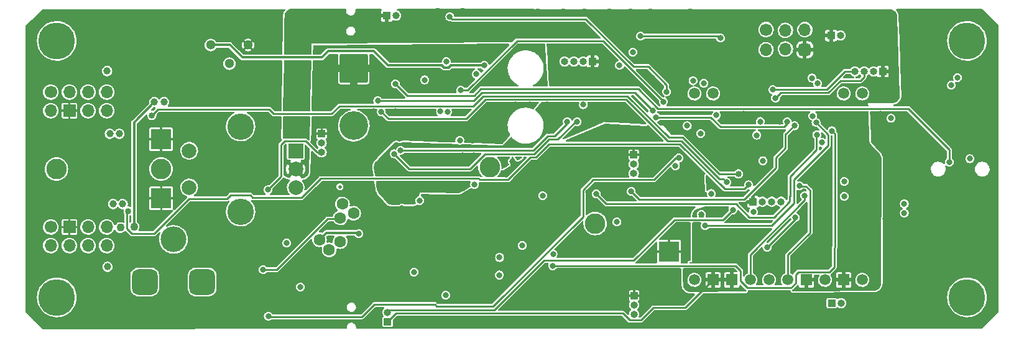
<source format=gbr>
%TF.GenerationSoftware,KiCad,Pcbnew,(6.0.4-0)*%
%TF.CreationDate,2024-06-04T18:08:40-04:00*%
%TF.ProjectId,SignalSnagger,5369676e-616c-4536-9e61-676765722e6b,rev?*%
%TF.SameCoordinates,Original*%
%TF.FileFunction,Copper,L3,Inr*%
%TF.FilePolarity,Positive*%
%FSLAX46Y46*%
G04 Gerber Fmt 4.6, Leading zero omitted, Abs format (unit mm)*
G04 Created by KiCad (PCBNEW (6.0.4-0)) date 2024-06-04 18:08:40*
%MOMM*%
%LPD*%
G01*
G04 APERTURE LIST*
G04 Aperture macros list*
%AMRoundRect*
0 Rectangle with rounded corners*
0 $1 Rounding radius*
0 $2 $3 $4 $5 $6 $7 $8 $9 X,Y pos of 4 corners*
0 Add a 4 corners polygon primitive as box body*
4,1,4,$2,$3,$4,$5,$6,$7,$8,$9,$2,$3,0*
0 Add four circle primitives for the rounded corners*
1,1,$1+$1,$2,$3*
1,1,$1+$1,$4,$5*
1,1,$1+$1,$6,$7*
1,1,$1+$1,$8,$9*
0 Add four rect primitives between the rounded corners*
20,1,$1+$1,$2,$3,$4,$5,0*
20,1,$1+$1,$4,$5,$6,$7,0*
20,1,$1+$1,$6,$7,$8,$9,0*
20,1,$1+$1,$8,$9,$2,$3,0*%
G04 Aperture macros list end*
%TA.AperFunction,ComponentPad*%
%ADD10R,1.000000X1.000000*%
%TD*%
%TA.AperFunction,ComponentPad*%
%ADD11O,1.000000X1.000000*%
%TD*%
%TA.AperFunction,ComponentPad*%
%ADD12C,5.000000*%
%TD*%
%TA.AperFunction,ComponentPad*%
%ADD13C,2.800000*%
%TD*%
%TA.AperFunction,ComponentPad*%
%ADD14R,2.800000X2.800000*%
%TD*%
%TA.AperFunction,ComponentPad*%
%ADD15C,1.000000*%
%TD*%
%TA.AperFunction,ComponentPad*%
%ADD16RoundRect,0.875000X0.875000X-0.875000X0.875000X0.875000X-0.875000X0.875000X-0.875000X-0.875000X0*%
%TD*%
%TA.AperFunction,ComponentPad*%
%ADD17O,3.500000X3.500000*%
%TD*%
%TA.AperFunction,ComponentPad*%
%ADD18R,2.000000X2.000000*%
%TD*%
%TA.AperFunction,ComponentPad*%
%ADD19C,2.000000*%
%TD*%
%TA.AperFunction,ComponentPad*%
%ADD20C,3.600000*%
%TD*%
%TA.AperFunction,ComponentPad*%
%ADD21C,1.700000*%
%TD*%
%TA.AperFunction,ComponentPad*%
%ADD22O,1.700000X1.700000*%
%TD*%
%TA.AperFunction,ComponentPad*%
%ADD23RoundRect,0.425000X-0.425000X0.425000X-0.425000X-0.425000X0.425000X-0.425000X0.425000X0.425000X0*%
%TD*%
%TA.AperFunction,ComponentPad*%
%ADD24C,1.500000*%
%TD*%
%TA.AperFunction,ComponentPad*%
%ADD25R,1.500000X1.500000*%
%TD*%
%TA.AperFunction,ComponentPad*%
%ADD26R,1.700000X1.700000*%
%TD*%
%TA.AperFunction,ComponentPad*%
%ADD27C,0.500000*%
%TD*%
%TA.AperFunction,ComponentPad*%
%ADD28C,1.600000*%
%TD*%
%TA.AperFunction,ComponentPad*%
%ADD29C,1.300000*%
%TD*%
%TA.AperFunction,ComponentPad*%
%ADD30RoundRect,0.250002X-1.699998X1.699998X-1.699998X-1.699998X1.699998X-1.699998X1.699998X1.699998X0*%
%TD*%
%TA.AperFunction,ComponentPad*%
%ADD31C,3.900000*%
%TD*%
%TA.AperFunction,ViaPad*%
%ADD32C,0.800000*%
%TD*%
%TA.AperFunction,ViaPad*%
%ADD33C,1.100000*%
%TD*%
%TA.AperFunction,ViaPad*%
%ADD34C,0.600000*%
%TD*%
%TA.AperFunction,ViaPad*%
%ADD35C,0.850000*%
%TD*%
%TA.AperFunction,Conductor*%
%ADD36C,0.250000*%
%TD*%
%TA.AperFunction,Conductor*%
%ADD37C,0.350000*%
%TD*%
G04 APERTURE END LIST*
D10*
%TO.N,GNDD*%
%TO.C,J209*%
X194440000Y-82880000D03*
D11*
%TO.N,+3V3*%
X193170000Y-82880000D03*
%TO.N,TXD*%
X191900000Y-82880000D03*
%TO.N,RXD*%
X190630000Y-82880000D03*
%TD*%
D12*
%TO.N,*%
%TO.C,REF\u002A\u002A*%
X81964000Y-113665000D03*
%TD*%
D13*
%TO.N,Net-(AE102-Pad19)*%
%TO.C,J105*%
X96170000Y-96190000D03*
%TD*%
D10*
%TO.N,GND*%
%TO.C,RV102*%
X118030000Y-91355000D03*
D11*
%TO.N,Net-(J909-Pad1)*%
X118030000Y-92625000D03*
%TO.N,Net-(C106-Pad1)*%
X118030000Y-93895000D03*
%TD*%
D10*
%TO.N,GND*%
%TO.C,TP301*%
X160530000Y-94225000D03*
D11*
%TO.N,Net-(R303-Pad1)*%
X160530000Y-95495000D03*
%TO.N,Net-(C301-Pad2)*%
X160530000Y-96765000D03*
%TD*%
D13*
%TO.N,Q OUT*%
%TO.C,J302*%
X140920000Y-95890000D03*
%TD*%
D12*
%TO.N,*%
%TO.C,REF\u002A\u002A*%
X205917800Y-113665000D03*
%TD*%
%TO.N,*%
%TO.C,REF\u002A\u002A*%
X81964000Y-78711000D03*
%TD*%
D14*
%TO.N,GND*%
%TO.C,J107*%
X96160000Y-92130000D03*
%TD*%
%TO.N,GND*%
%TO.C,J106*%
X96190000Y-100170000D03*
%TD*%
%TO.N,GND*%
%TO.C,J304*%
X165330000Y-107440000D03*
%TD*%
D10*
%TO.N,GNDD*%
%TO.C,J219*%
X127015000Y-116972500D03*
D11*
%TO.N,/Processor/PA0*%
X127015000Y-115702500D03*
%TD*%
D13*
%TO.N,I OUT*%
%TO.C,J903*%
X155280000Y-103600000D03*
%TD*%
D10*
%TO.N,GNDD*%
%TO.C,J218*%
X126905000Y-75275000D03*
D11*
%TO.N,SenseSwitch*%
X128175000Y-75275000D03*
%TD*%
D15*
%TO.N,Net-(JP105-Pad1)*%
%TO.C,JP105*%
X96560000Y-87040000D03*
%TO.N,Net-(JP105-Pad2)*%
X95260000Y-87040000D03*
%TD*%
D10*
%TO.N,GND*%
%TO.C,TP901*%
X160580000Y-113425000D03*
D11*
%TO.N,Net-(R907-Pad1)*%
X160580000Y-114695000D03*
%TO.N,Net-(C903-Pad2)*%
X160580000Y-115965000D03*
%TD*%
D15*
%TO.N,GNDD*%
%TO.C,JP202*%
X131340000Y-78330000D03*
%TO.N,GND*%
X131340000Y-80330000D03*
%TD*%
D12*
%TO.N,*%
%TO.C,REF\u002A\u002A*%
X205917800Y-78711000D03*
%TD*%
D16*
%TO.N,Net-(C103-Pad1)*%
%TO.C,C103*%
X101760000Y-111570000D03*
X93960000Y-111570000D03*
D17*
%TO.N,Net-(C103-Pad2)*%
X97860000Y-105770000D03*
%TD*%
D15*
%TO.N,GND*%
%TO.C,JP103*%
X88820000Y-81520000D03*
%TO.N,Net-(J102-Pad7)*%
X88820000Y-82820000D03*
%TD*%
D13*
%TO.N,Net-(AE101-Pad1)*%
%TO.C,J108*%
X81915000Y-96186000D03*
%TD*%
D15*
%TO.N,Net-(JP106-Pad1)*%
%TO.C,JP106*%
X90940000Y-100940000D03*
%TO.N,Net-(J104-Pad7)*%
X89640000Y-100940000D03*
%TD*%
D18*
%TO.N,/Processor/PF5*%
%TO.C,SW203*%
X114500000Y-93686000D03*
D19*
%TO.N,/Processor/PF2*%
X114500000Y-98686000D03*
%TO.N,GNDD*%
X114500000Y-96186000D03*
D20*
%TO.N,N/C*%
X107000000Y-101986000D03*
X107000000Y-90386000D03*
D19*
%TO.N,Encoder_switch*%
X100000000Y-93686000D03*
%TO.N,GNDD*%
X100000000Y-98686000D03*
%TD*%
D10*
%TO.N,GNDD*%
%TO.C,J208*%
X176790000Y-100630000D03*
D11*
%TO.N,+3V3*%
X178060000Y-100630000D03*
%TO.N,/Processor/SDA1*%
X179330000Y-100630000D03*
%TO.N,/Processor/SCL1*%
X180600000Y-100630000D03*
%TD*%
D10*
%TO.N,GNDD*%
%TO.C,J204*%
X187495000Y-114445000D03*
D11*
%TO.N,Net-(D204-Pad2)*%
X188765000Y-114445000D03*
%TD*%
D21*
%TO.N,Net-(P201-Pad1)*%
%TO.C,P201*%
X178550000Y-77180000D03*
D22*
%TO.N,+3V3*%
X178550000Y-79920000D03*
%TO.N,unconnected-(P201-Pad3)*%
X181190000Y-77280000D03*
%TO.N,unconnected-(P201-Pad4)*%
X181190000Y-79820000D03*
%TO.N,unconnected-(P201-Pad5)*%
X183830000Y-77180000D03*
D23*
%TO.N,GNDD*%
X183830000Y-79920000D03*
%TD*%
D24*
%TO.N,unconnected-(U205-Pad1)*%
%TO.C,U205*%
X168800000Y-85880000D03*
%TO.N,unconnected-(U205-Pad2)*%
X171340000Y-85880000D03*
%TO.N,unconnected-(U205-Pad9)*%
X189120000Y-85880000D03*
%TO.N,unconnected-(U205-Pad10)*%
X191660000Y-85880000D03*
%TO.N,Net-(C216-Pad2)*%
X191660000Y-111280000D03*
D25*
%TO.N,GNDD*%
X189120000Y-111280000D03*
D24*
%TO.N,+3V3*%
X186580000Y-111280000D03*
D25*
%TO.N,GNDD*%
X184040000Y-111280000D03*
D24*
%TO.N,SDA0*%
X181500000Y-111280000D03*
X178960000Y-111280000D03*
%TO.N,SCL0*%
X176420000Y-111280000D03*
D25*
%TO.N,GNDD*%
X173880000Y-111280000D03*
X171340000Y-111280000D03*
D24*
%TO.N,Display_Reset*%
X168800000Y-111280000D03*
%TD*%
D15*
%TO.N,GND*%
%TO.C,JP107*%
X88870000Y-110800000D03*
%TO.N,Net-(J104-Pad8)*%
X88870000Y-109500000D03*
%TD*%
D10*
%TO.N,GNDD*%
%TO.C,J203*%
X187415000Y-77975000D03*
D11*
%TO.N,Net-(D203-Pad2)*%
X188685000Y-77975000D03*
%TD*%
D15*
%TO.N,Net-(JP104-Pad1)*%
%TO.C,JP104*%
X90490000Y-91380000D03*
%TO.N,Net-(J102-Pad8)*%
X89190000Y-91380000D03*
%TD*%
D21*
%TO.N,Net-(J102-Pad2)*%
%TO.C,J104*%
X81150000Y-104075000D03*
D22*
%TO.N,Net-(J102-Pad3)*%
X81150000Y-106615000D03*
D26*
%TO.N,GND*%
X83690000Y-104075000D03*
D22*
%TO.N,Net-(J102-Pad5)*%
X83690000Y-106615000D03*
%TO.N,Net-(J102-Pad6)*%
X86230000Y-104075000D03*
%TO.N,Net-(C103-Pad1)*%
X86230000Y-106615000D03*
%TO.N,Net-(J104-Pad7)*%
X88770000Y-104075000D03*
%TO.N,Net-(J104-Pad8)*%
X88770000Y-106615000D03*
%TD*%
D10*
%TO.N,GNDD*%
%TO.C,TP201*%
X154930000Y-81520000D03*
D11*
%TO.N,+3V3*%
X153660000Y-81520000D03*
%TO.N,SDA0*%
X152390000Y-81520000D03*
%TO.N,SCL0*%
X151120000Y-81520000D03*
%TD*%
D27*
%TO.N,Net-(R109-Pad2)*%
%TO.C,T101*%
X120510000Y-98590000D03*
D28*
X122380000Y-102210000D03*
%TO.N,Vref*%
X119060000Y-107200000D03*
X120860000Y-100950000D03*
%TO.N,Net-(R108-Pad2)*%
X117740000Y-105800000D03*
%TO.N,Net-(C106-Pad1)*%
X120570000Y-106060000D03*
%TO.N,Net-(C109-Pad2)*%
X120570000Y-102830000D03*
%TD*%
D21*
%TO.N,Net-(C103-Pad2)*%
%TO.C,J102*%
X81150000Y-85695000D03*
D22*
%TO.N,Net-(J102-Pad2)*%
X81150000Y-88235000D03*
%TO.N,Net-(J102-Pad3)*%
X83690000Y-85695000D03*
D26*
%TO.N,GND*%
X83690000Y-88235000D03*
D22*
%TO.N,Net-(J102-Pad5)*%
X86230000Y-85695000D03*
%TO.N,Net-(J102-Pad6)*%
X86230000Y-88235000D03*
%TO.N,Net-(J102-Pad7)*%
X88770000Y-85695000D03*
%TO.N,Net-(J102-Pad8)*%
X88770000Y-88235000D03*
%TD*%
D29*
%TO.N,GND*%
%TO.C,RV101*%
X108000000Y-79280000D03*
%TO.N,Net-(R101-Pad2)*%
X105460000Y-81820000D03*
%TO.N,+10V*%
X102920000Y-79280000D03*
%TD*%
D30*
%TO.N,GND*%
%TO.C,BT201*%
X122415000Y-82475000D03*
D31*
%TO.N,+BATT*%
X122415000Y-90275000D03*
%TD*%
D32*
%TO.N,RXD*%
X179460000Y-85370000D03*
%TO.N,TXD*%
X179843401Y-86500748D03*
%TO.N,GND*%
X194890000Y-106650000D03*
X111370000Y-93760000D03*
X208360000Y-94530000D03*
X204430000Y-82440000D03*
X138640000Y-92285500D03*
X134869981Y-83506138D03*
X196130000Y-99530000D03*
D33*
X142363619Y-82213111D03*
D32*
X127850000Y-113700000D03*
D33*
X98040000Y-82390000D03*
X78330000Y-107310000D03*
D32*
X200490000Y-84530000D03*
D33*
X209650000Y-81320000D03*
D32*
X200510000Y-86470000D03*
D33*
X101030000Y-75070000D03*
D32*
X129640000Y-105734500D03*
X162980000Y-99595020D03*
X151020000Y-103410000D03*
X133612299Y-91817701D03*
D33*
X78345500Y-90130000D03*
X209620000Y-78920000D03*
D32*
X154352701Y-99337299D03*
X120800000Y-110950000D03*
X146360000Y-87403540D03*
D33*
X83850000Y-101770000D03*
X103345500Y-83210000D03*
D32*
X194410000Y-90640000D03*
X146780000Y-106820000D03*
D33*
X206820000Y-117100000D03*
X81110000Y-91150000D03*
D32*
X134020000Y-109090000D03*
D33*
X83230000Y-90170000D03*
D32*
X134050000Y-103240000D03*
X149532532Y-94916093D03*
X199050000Y-97070000D03*
X128620000Y-103860000D03*
X135000000Y-92140000D03*
X137800000Y-106570000D03*
D34*
X131780000Y-88339011D03*
D33*
X129580000Y-116840000D03*
X81720000Y-117470000D03*
X136760000Y-116800000D03*
D32*
X155020000Y-111620000D03*
D33*
X187110000Y-117040000D03*
D32*
X201890000Y-90550000D03*
X142980000Y-101780000D03*
X107420000Y-106114500D03*
D33*
X126380000Y-79990000D03*
X208770000Y-76100000D03*
D32*
X203170000Y-81670000D03*
X134070000Y-101810000D03*
X101280000Y-104620000D03*
D33*
X117770000Y-85140000D03*
D32*
X164500000Y-99595020D03*
X131497299Y-102102701D03*
D33*
X111890000Y-81890000D03*
D32*
X202000000Y-81570000D03*
X207620000Y-107250000D03*
X199300000Y-105570000D03*
D33*
X111870000Y-87770000D03*
D32*
X106430000Y-106740000D03*
X167161693Y-96911390D03*
X103990000Y-95440000D03*
D33*
X110690000Y-75080000D03*
D32*
X128050000Y-88339011D03*
D33*
X78345500Y-87110000D03*
X78345500Y-93150000D03*
D32*
X129167345Y-112242655D03*
X194830000Y-102910000D03*
D33*
X78280000Y-81270000D03*
D32*
X107710000Y-111710000D03*
X148020000Y-105670000D03*
D33*
X117640000Y-82660000D03*
D32*
X144440000Y-87403540D03*
X125160000Y-89630000D03*
D33*
X78280000Y-78110000D03*
X111900000Y-84780000D03*
X104140000Y-75100000D03*
D32*
X100110000Y-104250000D03*
X90700000Y-84560000D03*
X125890000Y-113700000D03*
D33*
X203910000Y-75010000D03*
D32*
X128970000Y-101520000D03*
X150592668Y-99083017D03*
X143127655Y-96915500D03*
X108830000Y-94890000D03*
D33*
X132850000Y-80020000D03*
D32*
X157730000Y-91900000D03*
D33*
X102212525Y-84522526D03*
X140560000Y-116760000D03*
D32*
X200580000Y-102250000D03*
X199290000Y-106790000D03*
X127410000Y-107580000D03*
X200620000Y-89360000D03*
X125880000Y-100680000D03*
X207474500Y-97550000D03*
X99420000Y-108350000D03*
D33*
X201000000Y-75010000D03*
X91050000Y-74990000D03*
X96110000Y-117420000D03*
D32*
X140890000Y-113320000D03*
X154470000Y-91800000D03*
X209760000Y-97210000D03*
X137674500Y-90280000D03*
X148150000Y-84250000D03*
X154470000Y-96790000D03*
X94417701Y-103907701D03*
D33*
X79450000Y-75940000D03*
X143980000Y-116880000D03*
D32*
X149390000Y-97590000D03*
D33*
X111040000Y-117340000D03*
X97630000Y-75050000D03*
D32*
X141280000Y-105280000D03*
X145350000Y-99620500D03*
X114250000Y-111640000D03*
X145180844Y-97355489D03*
D33*
X138810000Y-79810000D03*
X163640000Y-114220000D03*
X200660000Y-117100000D03*
D32*
X151370000Y-93990000D03*
D33*
X209640000Y-83930000D03*
X84860000Y-75030000D03*
D32*
X141290810Y-103180718D03*
D33*
X147700000Y-79880000D03*
D32*
X138270000Y-114100000D03*
D33*
X82670000Y-92650000D03*
D32*
X205910000Y-110500000D03*
X130520000Y-111380000D03*
D33*
X129630000Y-79940000D03*
X98980000Y-117460000D03*
X206750000Y-75010000D03*
X94340000Y-75030000D03*
X108350000Y-117370000D03*
D32*
X124927349Y-92257342D03*
X128640000Y-92020000D03*
X123750000Y-114040000D03*
D33*
X81090000Y-93440000D03*
D32*
X99399989Y-96230000D03*
D33*
X111900000Y-79560000D03*
D32*
X199240000Y-109330000D03*
X207620000Y-105610000D03*
X208473389Y-89276522D03*
D33*
X153680000Y-116900000D03*
D32*
X94340000Y-107500000D03*
D33*
X183710000Y-117000000D03*
X78370000Y-113470000D03*
X147620000Y-116840000D03*
D34*
X130930321Y-88354500D03*
D32*
X101640000Y-96230000D03*
X144030000Y-95140000D03*
X120800000Y-112650000D03*
X149165500Y-99942655D03*
D33*
X87670000Y-117390000D03*
X176570000Y-117030000D03*
D32*
X133987119Y-114144500D03*
X125140265Y-88339011D03*
D33*
X95090000Y-82590000D03*
D32*
X127650000Y-83010000D03*
X168840000Y-96920500D03*
X196530500Y-93070000D03*
X209720000Y-95490000D03*
D33*
X78240000Y-84300000D03*
D32*
X150780000Y-101750000D03*
D33*
X179870000Y-116990000D03*
X95070000Y-84540000D03*
X81110000Y-98900000D03*
X96400000Y-81240000D03*
D32*
X130315500Y-84290000D03*
X196110000Y-101570000D03*
D33*
X190880000Y-117000000D03*
X117680000Y-80040000D03*
D32*
X143100000Y-88390000D03*
X152010000Y-97180000D03*
D33*
X197430000Y-117070000D03*
D32*
X209740000Y-93460000D03*
D33*
X198000000Y-75020000D03*
X165160000Y-116850000D03*
X78290000Y-102050000D03*
D32*
X139510000Y-106760000D03*
D33*
X209660000Y-114410000D03*
X203950000Y-117100000D03*
X194120000Y-117040000D03*
D32*
X199160000Y-91320000D03*
D33*
X150940000Y-116900000D03*
X117800000Y-87590000D03*
D32*
X130587500Y-90217500D03*
X199060000Y-98850000D03*
X131910000Y-107460000D03*
X209650000Y-91540000D03*
X105900000Y-112970000D03*
D33*
X84740000Y-117430000D03*
X90650000Y-117390000D03*
D32*
X140660000Y-92230000D03*
X125850000Y-106280000D03*
X199350000Y-111150000D03*
X158630000Y-91060000D03*
X106510000Y-95420000D03*
D33*
X172760000Y-116990000D03*
X209660000Y-111640000D03*
D32*
X148040394Y-107220394D03*
X194080000Y-88664397D03*
D33*
X78370000Y-110320000D03*
D32*
X153117701Y-98102299D03*
X196130000Y-97560000D03*
X92490000Y-108220000D03*
X194600000Y-92530000D03*
X90580000Y-88410000D03*
X206070000Y-86860000D03*
X169760000Y-102359011D03*
D33*
X111900000Y-77410000D03*
X78345500Y-95900000D03*
D32*
X135540000Y-109150000D03*
X146350025Y-99408600D03*
X142730000Y-91470000D03*
D33*
X135570000Y-79855500D03*
X168920000Y-116990000D03*
D32*
X142900000Y-104230000D03*
D33*
X101240000Y-85470000D03*
D32*
X150870000Y-96220000D03*
X198600000Y-77320000D03*
X154324799Y-113185201D03*
D33*
X102180000Y-117420000D03*
D32*
X149165500Y-101639598D03*
D33*
X208630000Y-116070000D03*
D32*
X196530500Y-91530000D03*
X165154312Y-97735688D03*
X104350000Y-113560000D03*
D33*
X78330000Y-104620000D03*
X107430000Y-75100000D03*
D32*
X152660000Y-95130000D03*
X156360690Y-90920690D03*
D33*
X78345500Y-98890000D03*
X79150000Y-116400000D03*
X133230000Y-116720000D03*
D32*
X133140000Y-83760000D03*
X139620000Y-89850000D03*
X90580000Y-86650000D03*
D33*
X84030011Y-99400000D03*
X82000000Y-74990000D03*
X142251635Y-79851635D03*
X209630000Y-108930000D03*
X88100000Y-74990000D03*
D32*
X129940000Y-113720000D03*
D33*
X105150000Y-117370000D03*
X93340000Y-117390000D03*
D32*
X106580000Y-111710000D03*
%TO.N,Net-(C106-Pad1)*%
X110710000Y-99010000D03*
%TO.N,+5V*%
X135010000Y-81560000D03*
X131360000Y-100470000D03*
X148140000Y-99790000D03*
X132060000Y-84030000D03*
X158250000Y-103380000D03*
X145360000Y-106590000D03*
X130605500Y-110220000D03*
%TO.N,Net-(C109-Pad2)*%
X110080000Y-109890000D03*
%TO.N,Vref*%
X134920000Y-113370000D03*
X142260000Y-108230000D03*
%TO.N,Net-(C912-Pad1)*%
X206290000Y-94770000D03*
%TO.N,Net-(C919-Pad2)*%
X149550000Y-107760000D03*
X142240000Y-110620000D03*
%TO.N,+VSW*%
X197380000Y-102200000D03*
X135190000Y-88354500D03*
X134220000Y-88339011D03*
X203760000Y-84760000D03*
X160410000Y-80240000D03*
X197380000Y-100930000D03*
X158590000Y-82060000D03*
X204600000Y-83710000D03*
%TO.N,+3V3*%
X189190000Y-97869198D03*
X171780000Y-88835500D03*
X184785401Y-83774599D03*
X189190000Y-99900000D03*
X138860000Y-98300000D03*
X185549312Y-84516486D03*
X153680000Y-87403540D03*
%TO.N,Headphone*%
X128060000Y-84550000D03*
X203500000Y-95230000D03*
%TO.N,Processor Audio*%
X184921356Y-88946587D03*
X166210000Y-95740000D03*
%TO.N,Net-(C224-Pad2)*%
X139087701Y-83227701D03*
%TO.N,+10V*%
X113267595Y-106272095D03*
X115150000Y-112240000D03*
X140170000Y-82050000D03*
D33*
X90620000Y-104160000D03*
D32*
%TO.N,Q_amped*%
X182437571Y-90278607D03*
X160190000Y-99220000D03*
%TO.N,ASSI_NEAR*%
X185361552Y-89843934D03*
X170240000Y-103890000D03*
%TO.N,Net-(C319-Pad1)*%
X195550000Y-89260000D03*
X171090000Y-99530000D03*
%TO.N,Headphone Detect*%
X163110000Y-88240000D03*
X125670000Y-86890000D03*
%TO.N,Power_enable*%
X173200000Y-97990000D03*
X126140000Y-88350000D03*
%TO.N,Net-(R108-Pad2)*%
X123111726Y-104991349D03*
%TO.N,PWM*%
X166670402Y-94679598D03*
X177770000Y-89704610D03*
X110774219Y-116221646D03*
%TO.N,Vbat*%
X163584361Y-89119763D03*
X181444599Y-89729271D03*
%TO.N,SCL0*%
X151480000Y-89724501D03*
X128787950Y-93609801D03*
X183820000Y-99810000D03*
%TO.N,SDA0*%
X127918922Y-94103558D03*
X183095500Y-98450000D03*
X152820000Y-89724501D03*
%TO.N,/Processor/PF2*%
X172340000Y-78330000D03*
X161470000Y-78080000D03*
%TO.N,/Processor/PF5*%
X168610000Y-84130000D03*
%TO.N,Audio Q*%
X155430000Y-99560000D03*
X185460000Y-91509099D03*
%TO.N,Audio I*%
X176820000Y-102025511D03*
X186159989Y-92565500D03*
%TO.N,/Processor/PA0*%
X174030000Y-101730000D03*
X178113917Y-95044775D03*
%TO.N,Encoder_switch*%
X170080000Y-84480000D03*
D33*
%TO.N,Net-(JP105-Pad2)*%
X92480000Y-104049502D03*
D35*
%TO.N,Cardioid_Front*%
X174800000Y-96840000D03*
X94917941Y-88867941D03*
%TO.N,Cardioid_Back*%
X91680500Y-101901846D03*
D32*
X176170000Y-98330011D03*
%TO.N,Display_Reset*%
X182550000Y-102790000D03*
X178695000Y-106845000D03*
%TO.N,I_amped*%
X187535980Y-90970000D03*
X149485000Y-109350000D03*
%TO.N,Net-(P201-Pad1)*%
X177290000Y-91564500D03*
%TO.N,5V_Enable*%
X136950000Y-85430000D03*
X164590000Y-87000000D03*
X136850000Y-92260000D03*
D33*
%TO.N,GNDD*%
X150940000Y-74880000D03*
D32*
X174304020Y-88690000D03*
D33*
X170700000Y-74960000D03*
D32*
X137240000Y-95445500D03*
X182380000Y-92670000D03*
X184960000Y-106610000D03*
D33*
X190730000Y-74980000D03*
D32*
X149470000Y-79690000D03*
X180850000Y-95220000D03*
X129350000Y-78382000D03*
X190170000Y-91730000D03*
X161122516Y-79017155D03*
D33*
X168240000Y-74850000D03*
D32*
X158020593Y-87512947D03*
D33*
X140460000Y-74840000D03*
D32*
X157950000Y-89150000D03*
X183945687Y-84316711D03*
D33*
X173340000Y-74920000D03*
D32*
X137230000Y-94334301D03*
X180445401Y-89704599D03*
X170804500Y-91005500D03*
D33*
X147500000Y-74840000D03*
D32*
X175620000Y-108345980D03*
X190100000Y-94210000D03*
X133920000Y-78382000D03*
D33*
X183840000Y-74980000D03*
X137260000Y-74770000D03*
D32*
X140200000Y-78350000D03*
D33*
X176460000Y-74920000D03*
D32*
X148970000Y-90975980D03*
D34*
X132839755Y-98455270D03*
D32*
X158370000Y-78240000D03*
X138750000Y-94334301D03*
X136890000Y-78330000D03*
X178720000Y-94250000D03*
D33*
X153840000Y-74880000D03*
D32*
X187210011Y-100220500D03*
X156870000Y-80620000D03*
X180775500Y-108380000D03*
D33*
X193290000Y-75040000D03*
D32*
X160781890Y-84370991D03*
X177115401Y-92784599D03*
X148770000Y-87403540D03*
D33*
X195440000Y-75070000D03*
X143710000Y-74880000D03*
D32*
X166620000Y-81150000D03*
X159550000Y-79470000D03*
X189080000Y-89530000D03*
X154140000Y-90200000D03*
X192110000Y-106730000D03*
X114030000Y-74985980D03*
D33*
X178990000Y-74920000D03*
D32*
X158980000Y-83770000D03*
X174440000Y-78390000D03*
X169430000Y-106810000D03*
X189240000Y-102830000D03*
X179360000Y-83860000D03*
X180880000Y-83700000D03*
D33*
X160060000Y-74860500D03*
D32*
X124540000Y-78410000D03*
X176297700Y-87215397D03*
X183210000Y-108340000D03*
X195760000Y-85110000D03*
X167130000Y-84990000D03*
X126850000Y-78400000D03*
X187184788Y-94524500D03*
X193870000Y-86310000D03*
X176040000Y-84790000D03*
X195690000Y-77130000D03*
X188890000Y-104310000D03*
X117530000Y-74985980D03*
D33*
X130710000Y-74810000D03*
D32*
X155290000Y-79700000D03*
X178330000Y-108350000D03*
X137280000Y-98204989D03*
X167902677Y-110272048D03*
X182530000Y-83670000D03*
X161660000Y-82950000D03*
X184720000Y-97430000D03*
X149570000Y-81510000D03*
X160304230Y-78233060D03*
D33*
X181350000Y-74940000D03*
D32*
X170900000Y-108345980D03*
X148030000Y-88310000D03*
D33*
X162780000Y-74860500D03*
D32*
X189750000Y-87090000D03*
X149730000Y-83260000D03*
X115780000Y-74985980D03*
X129370000Y-98204989D03*
X190600000Y-101460000D03*
X185310000Y-99390000D03*
D33*
X133880000Y-74750000D03*
D32*
X166980000Y-83890000D03*
X170804500Y-92160000D03*
X191870000Y-87215397D03*
X175463102Y-88664397D03*
X182405401Y-94344599D03*
X131170000Y-99030000D03*
X174459312Y-80039312D03*
X192140000Y-99960000D03*
X180180000Y-110200000D03*
D33*
X157230589Y-74860500D03*
X188700000Y-74950000D03*
D32*
X148680328Y-89796463D03*
D33*
X165440000Y-74900000D03*
D32*
X187210011Y-106540000D03*
X195870000Y-80880000D03*
X189380000Y-106610000D03*
X157460688Y-84390688D03*
X127490000Y-95190000D03*
D33*
X186250000Y-74980000D03*
D32*
X163020000Y-83750000D03*
X126430000Y-95840000D03*
X192200000Y-104290000D03*
X173320000Y-108345980D03*
%TO.N,/Processor/PA1*%
X135490000Y-75435500D03*
X167820000Y-90284500D03*
X169630000Y-91340000D03*
X165010000Y-85640000D03*
%TD*%
D36*
%TO.N,RXD*%
X179460000Y-85370000D02*
X179489520Y-85340480D01*
X179489520Y-85340480D02*
X186843802Y-85340480D01*
X186843802Y-85340480D02*
X189304282Y-82880000D01*
X189304282Y-82880000D02*
X190630000Y-82880000D01*
%TO.N,TXD*%
X179843401Y-86500748D02*
X180554149Y-85790000D01*
X180554149Y-85790000D02*
X187030000Y-85790000D01*
X187030000Y-85790000D02*
X188690000Y-84130000D01*
X191400000Y-84130000D02*
X191900000Y-83630000D01*
X188690000Y-84130000D02*
X191400000Y-84130000D01*
X191900000Y-83630000D02*
X191900000Y-82880000D01*
%TO.N,Net-(C106-Pad1)*%
X112510000Y-97210000D02*
X110710000Y-99010000D01*
X118030000Y-93895000D02*
X117395000Y-93895000D01*
X113010000Y-92350000D02*
X112510000Y-92850000D01*
X115850000Y-92350000D02*
X113010000Y-92350000D01*
X117395000Y-93895000D02*
X115850000Y-92350000D01*
X112510000Y-92850000D02*
X112510000Y-97210000D01*
%TO.N,Net-(C109-Pad2)*%
X111930000Y-109890000D02*
X118840000Y-102980000D01*
X118840000Y-102980000D02*
X120560000Y-102980000D01*
X110080000Y-109890000D02*
X111930000Y-109890000D01*
%TO.N,Headphone*%
X163834511Y-87939897D02*
X161164614Y-85270000D01*
X129664511Y-86154511D02*
X128060000Y-84550000D01*
X197899897Y-87939897D02*
X163834511Y-87939897D01*
X203500000Y-95230000D02*
X203500000Y-93540000D01*
X139720000Y-85270000D02*
X138835489Y-86154511D01*
X138835489Y-86154511D02*
X129664511Y-86154511D01*
X203500000Y-93540000D02*
X197899897Y-87939897D01*
X161164614Y-85270000D02*
X139720000Y-85270000D01*
D37*
%TO.N,+10V*%
X125144675Y-80110000D02*
X118917457Y-80110000D01*
X134689186Y-82334511D02*
X134394675Y-82040000D01*
X107224511Y-80964511D02*
X105540000Y-79280000D01*
X105540000Y-79280000D02*
X102920000Y-79280000D01*
X135615325Y-82050000D02*
X135330814Y-82334511D01*
X127074675Y-82040000D02*
X125144675Y-80110000D01*
X134394675Y-82040000D02*
X127074675Y-82040000D01*
X118062946Y-80964511D02*
X107224511Y-80964511D01*
X140170000Y-82050000D02*
X135615325Y-82050000D01*
X118917457Y-80110000D02*
X118062946Y-80964511D01*
X135330814Y-82334511D02*
X134689186Y-82334511D01*
D36*
%TO.N,Q_amped*%
X179900000Y-95994614D02*
X175575094Y-100319520D01*
X182396178Y-90320000D02*
X182330000Y-90320000D01*
X161289520Y-100319520D02*
X160190000Y-99220000D01*
X175575094Y-100319520D02*
X161289520Y-100319520D01*
X179900000Y-94630000D02*
X179900000Y-95994614D01*
X181210000Y-91440000D02*
X181210000Y-93320000D01*
X181210000Y-93320000D02*
X179900000Y-94630000D01*
X182330000Y-90320000D02*
X181210000Y-91440000D01*
X182437571Y-90278607D02*
X182396178Y-90320000D01*
%TO.N,ASSI_NEAR*%
X182370989Y-97628995D02*
X187019984Y-92980000D01*
X187019984Y-92980000D02*
X187019984Y-91502366D01*
X170240000Y-103890000D02*
X179310000Y-103890000D01*
X179310000Y-103890000D02*
X182380000Y-100820000D01*
X187019984Y-91502366D02*
X185361552Y-89843934D01*
X182380000Y-100820000D02*
X182380000Y-98759114D01*
X182380000Y-98759114D02*
X182370989Y-98750103D01*
X182370989Y-98750103D02*
X182370989Y-97628995D01*
%TO.N,Headphone Detect*%
X163110000Y-88240000D02*
X160650000Y-85780000D01*
X160650000Y-85780000D02*
X139845718Y-85780000D01*
X138735718Y-86890000D02*
X125670000Y-86890000D01*
X139845718Y-85780000D02*
X138735718Y-86890000D01*
%TO.N,Power_enable*%
X173200000Y-97990000D02*
X172710000Y-97500000D01*
X167000709Y-92324991D02*
X165129273Y-92324991D01*
X127120000Y-89330000D02*
X126140000Y-88350000D01*
X159483322Y-86679040D02*
X140370000Y-86679040D01*
X172175718Y-97500000D02*
X167000709Y-92324991D01*
X172710000Y-97500000D02*
X172175718Y-97500000D01*
X165129273Y-92324991D02*
X159483322Y-86679040D01*
X140370000Y-86679040D02*
X137719040Y-89330000D01*
X137719040Y-89330000D02*
X127120000Y-89330000D01*
D37*
%TO.N,Net-(R108-Pad2)*%
X117740000Y-105800000D02*
X118654511Y-104885489D01*
X123005866Y-104885489D02*
X123111726Y-104991349D01*
X118654511Y-104885489D02*
X123005866Y-104885489D01*
D36*
%TO.N,PWM*%
X110862573Y-116310000D02*
X123510000Y-116310000D01*
X123510000Y-116310000D02*
X125170000Y-114650000D01*
X153628190Y-102657196D02*
X153628190Y-99037196D01*
X110774219Y-116221646D02*
X110862573Y-116310000D01*
X153628190Y-99037196D02*
X155015386Y-97650000D01*
X163275386Y-97650000D02*
X166245788Y-94679598D01*
X155015386Y-97650000D02*
X163275386Y-97650000D01*
X133468005Y-114650000D02*
X133687016Y-114869011D01*
X125170000Y-114650000D02*
X133468005Y-114650000D01*
X166245788Y-94679598D02*
X166670402Y-94679598D01*
X141416375Y-114869011D02*
X153628190Y-102657196D01*
X133687016Y-114869011D02*
X141416375Y-114869011D01*
%TO.N,Vbat*%
X163584361Y-89119763D02*
X171039649Y-89119763D01*
X171039649Y-89119763D02*
X172348996Y-90429110D01*
X181444599Y-89975401D02*
X181444599Y-89729271D01*
X180990890Y-90429110D02*
X181444599Y-89975401D01*
X172348996Y-90429110D02*
X180990890Y-90429110D01*
%TO.N,SCL0*%
X151480000Y-89724501D02*
X151480000Y-89960000D01*
X151480000Y-89960000D02*
X149739520Y-91700480D01*
X183820000Y-99810000D02*
X183820000Y-100420000D01*
X183820000Y-100420000D02*
X176420000Y-107820000D01*
X149739520Y-91700480D02*
X148798084Y-91700480D01*
X176420000Y-107820000D02*
X176420000Y-111280000D01*
X148798084Y-91700480D02*
X146888763Y-93609801D01*
X146888763Y-93609801D02*
X128787950Y-93609801D01*
%TO.N,SDA0*%
X138201172Y-96170000D02*
X129985364Y-96170000D01*
X148984282Y-92150000D02*
X147004282Y-94130000D01*
X150169408Y-92150000D02*
X148984282Y-92150000D01*
X152594907Y-89724501D02*
X150169408Y-92150000D01*
X140241172Y-94130000D02*
X138201172Y-96170000D01*
X183155500Y-98510000D02*
X184000000Y-98510000D01*
X183095500Y-98450000D02*
X183155500Y-98510000D01*
X184544511Y-104855489D02*
X181500000Y-107900000D01*
X181500000Y-107900000D02*
X181500000Y-111280000D01*
X129985364Y-96170000D02*
X127918922Y-94103558D01*
X184000000Y-98510000D02*
X184544511Y-99054511D01*
X184544511Y-99054511D02*
X184544511Y-104855489D01*
X147004282Y-94130000D02*
X140241172Y-94130000D01*
X152820000Y-89724501D02*
X152594907Y-89724501D01*
%TO.N,/Processor/PF2*%
X161470000Y-78080000D02*
X172090000Y-78080000D01*
X172090000Y-78080000D02*
X172340000Y-78330000D01*
%TO.N,Audio Q*%
X181810000Y-97165386D02*
X181810000Y-99890000D01*
X185460000Y-91509099D02*
X185435478Y-91533621D01*
X181800000Y-100596036D02*
X179646025Y-102750011D01*
X179646025Y-102750011D02*
X176270011Y-102750011D01*
X185435478Y-93539908D02*
X181810000Y-97165386D01*
X181800000Y-99840000D02*
X181800000Y-100596036D01*
X156800000Y-100930000D02*
X155430000Y-99560000D01*
X174450000Y-100930000D02*
X156800000Y-100930000D01*
X185435478Y-91533621D02*
X185435478Y-93539908D01*
X176270011Y-102750011D02*
X174450000Y-100930000D01*
%TO.N,/Processor/PA0*%
X127321531Y-115395969D02*
X127015000Y-115702500D01*
X166090509Y-103083522D02*
X160548542Y-108625489D01*
X141525135Y-115395969D02*
X127321531Y-115395969D01*
X174030000Y-101730000D02*
X172676478Y-103083522D01*
X172676478Y-103083522D02*
X166090509Y-103083522D01*
X148295615Y-108625489D02*
X141525135Y-115395969D01*
X160548542Y-108625489D02*
X148295615Y-108625489D01*
D37*
%TO.N,Net-(JP105-Pad2)*%
X95260000Y-87070000D02*
X92480000Y-89850000D01*
X92480000Y-89850000D02*
X92480000Y-104049502D01*
D36*
%TO.N,Cardioid_Front*%
X140031916Y-86229520D02*
X159669520Y-86229520D01*
X95755882Y-88030000D02*
X110893254Y-88030000D01*
X165315471Y-91875471D02*
X167186907Y-91875471D01*
X172151436Y-96840000D02*
X174800000Y-96840000D01*
X119395489Y-88644511D02*
X120425489Y-87614511D01*
X94917941Y-88867941D02*
X95755882Y-88030000D01*
X167186907Y-91875471D02*
X172151436Y-96840000D01*
X159669520Y-86229520D02*
X165315471Y-91875471D01*
X138646925Y-87614511D02*
X140031916Y-86229520D01*
X111507765Y-88644511D02*
X119395489Y-88644511D01*
X110893254Y-88030000D02*
X111507765Y-88644511D01*
X120425489Y-87614511D02*
X138646925Y-87614511D01*
%TO.N,Cardioid_Back*%
X146470480Y-94579520D02*
X143852166Y-97197834D01*
X148995489Y-92774511D02*
X147190479Y-94579520D01*
X105110000Y-100240000D02*
X99970000Y-100240000D01*
X143852166Y-97197834D02*
X143852166Y-97215603D01*
X92163752Y-104970000D02*
X91494511Y-104300759D01*
X139550000Y-97640000D02*
X139390489Y-97480489D01*
X143852166Y-97215603D02*
X143427769Y-97640000D01*
X108640000Y-100060000D02*
X108320000Y-99740000D01*
X139390489Y-97480489D02*
X117918475Y-97480489D01*
X91494511Y-102087835D02*
X91680500Y-101901846D01*
X99970000Y-100240000D02*
X95240000Y-104970000D01*
X175590011Y-98910000D02*
X172950000Y-98910000D01*
X115338964Y-100060000D02*
X108640000Y-100060000D01*
X91494511Y-104300759D02*
X91494511Y-102087835D01*
X105610000Y-99740000D02*
X105110000Y-100240000D01*
X166814511Y-92774511D02*
X148995489Y-92774511D01*
X172950000Y-98910000D02*
X166814511Y-92774511D01*
X147190479Y-94579520D02*
X146470480Y-94579520D01*
X95240000Y-104970000D02*
X92163752Y-104970000D01*
X176170000Y-98330011D02*
X175590011Y-98910000D01*
X108320000Y-99740000D02*
X105610000Y-99740000D01*
X143427769Y-97640000D02*
X139550000Y-97640000D01*
X117918475Y-97480489D02*
X115338964Y-100060000D01*
%TO.N,Display_Reset*%
X182550000Y-102990000D02*
X178695000Y-106845000D01*
X182550000Y-102790000D02*
X182550000Y-102990000D01*
%TO.N,I_amped*%
X182574511Y-111725078D02*
X181945078Y-112354511D01*
X187830000Y-106944625D02*
X187830000Y-109580000D01*
X181945078Y-112354511D02*
X175974922Y-112354511D01*
X175070000Y-111449589D02*
X175070000Y-110030000D01*
X187934522Y-106840103D02*
X187830000Y-106944625D01*
X187934522Y-91368542D02*
X187934522Y-106840103D01*
X187535980Y-90970000D02*
X187934522Y-91368542D01*
X175974922Y-112354511D02*
X175070000Y-111449589D01*
X187204511Y-110205489D02*
X182965489Y-110205489D01*
X175070000Y-110030000D02*
X174390000Y-109350000D01*
X182965489Y-110205489D02*
X182574511Y-110596467D01*
X182574511Y-110596467D02*
X182574511Y-111725078D01*
X187830000Y-109580000D02*
X187204511Y-110205489D01*
X174390000Y-109350000D02*
X149485000Y-109350000D01*
%TO.N,5V_Enable*%
X156325489Y-78705489D02*
X144634511Y-78705489D01*
X164590000Y-87000000D02*
X164590000Y-86970000D01*
X137910000Y-85430000D02*
X136950000Y-85430000D01*
X164590000Y-86970000D02*
X156325489Y-78705489D01*
X144634511Y-78705489D02*
X137910000Y-85430000D01*
%TO.N,GNDD*%
X128142011Y-115845489D02*
X159028501Y-115845489D01*
X167525489Y-115094511D02*
X171340000Y-111280000D01*
X127015000Y-116972500D02*
X128142011Y-115845489D01*
X159028501Y-115845489D02*
X159972523Y-116789511D01*
X163184511Y-115094511D02*
X167525489Y-115094511D01*
X161489511Y-116789511D02*
X163184511Y-115094511D01*
X159972523Y-116789511D02*
X161489511Y-116789511D01*
%TO.N,/Processor/PA1*%
X135490000Y-75435500D02*
X135809011Y-75754511D01*
X154010229Y-75754511D02*
X160481207Y-82225489D01*
X162520103Y-82225489D02*
X165010000Y-84715386D01*
X135809011Y-75754511D02*
X154010229Y-75754511D01*
X165010000Y-84715386D02*
X165010000Y-85640000D01*
X160481207Y-82225489D02*
X162520103Y-82225489D01*
%TD*%
%TA.AperFunction,Conductor*%
%TO.N,GNDD*%
G36*
X174271104Y-109695502D02*
G01*
X174292079Y-109712405D01*
X174594578Y-110014905D01*
X174628603Y-110077217D01*
X174623538Y-110148033D01*
X174580991Y-110204868D01*
X174514471Y-110229679D01*
X174505482Y-110230000D01*
X174152115Y-110230000D01*
X174136876Y-110234475D01*
X174135671Y-110235865D01*
X174134000Y-110243548D01*
X174134000Y-112311885D01*
X174138475Y-112327124D01*
X174139865Y-112328329D01*
X174147548Y-112330000D01*
X174670840Y-112330000D01*
X174678286Y-112329558D01*
X174691336Y-112328006D01*
X174709374Y-112323048D01*
X174792231Y-112286245D01*
X174811085Y-112273287D01*
X174873604Y-112210658D01*
X174886525Y-112191788D01*
X174923180Y-112108875D01*
X174928108Y-112090798D01*
X174929576Y-112078213D01*
X174930212Y-112067264D01*
X174931979Y-112067367D01*
X174950002Y-112005984D01*
X175003658Y-111959491D01*
X175073932Y-111949387D01*
X175138512Y-111978881D01*
X175145095Y-111985010D01*
X175730811Y-112570726D01*
X175738237Y-112578829D01*
X175762467Y-112607705D01*
X175772016Y-112613218D01*
X175795107Y-112626550D01*
X175804372Y-112632452D01*
X175828508Y-112649352D01*
X175872835Y-112704807D01*
X175880144Y-112775426D01*
X175848114Y-112838787D01*
X175786913Y-112874772D01*
X175757046Y-112878561D01*
X168255009Y-112926762D01*
X168242697Y-112926239D01*
X168085723Y-112911849D01*
X168066598Y-112910096D01*
X168042427Y-112905466D01*
X167878776Y-112857149D01*
X167855963Y-112847906D01*
X167704833Y-112768694D01*
X167684250Y-112755191D01*
X167551404Y-112648104D01*
X167533841Y-112630858D01*
X167424353Y-112499989D01*
X167410477Y-112479656D01*
X167328522Y-112329993D01*
X167318868Y-112307361D01*
X167267571Y-112144606D01*
X167262503Y-112120525D01*
X167243839Y-111950984D01*
X167243154Y-111944754D01*
X167242406Y-111932459D01*
X167241912Y-111890556D01*
X167234547Y-111266665D01*
X167844994Y-111266665D01*
X167860592Y-111452414D01*
X167862291Y-111458339D01*
X167909978Y-111624643D01*
X167911971Y-111631595D01*
X167997176Y-111797385D01*
X168112959Y-111943468D01*
X168254912Y-112064279D01*
X168260290Y-112067285D01*
X168260292Y-112067286D01*
X168287731Y-112082621D01*
X168417627Y-112155217D01*
X168594907Y-112212819D01*
X168779998Y-112234890D01*
X168786133Y-112234418D01*
X168786135Y-112234418D01*
X168959710Y-112221062D01*
X168959715Y-112221061D01*
X168965851Y-112220589D01*
X168971781Y-112218933D01*
X168971783Y-112218933D01*
X169139459Y-112172117D01*
X169139458Y-112172117D01*
X169145387Y-112170462D01*
X169311768Y-112086417D01*
X169322176Y-112078286D01*
X169331706Y-112070840D01*
X170290000Y-112070840D01*
X170290442Y-112078286D01*
X170291994Y-112091336D01*
X170296952Y-112109374D01*
X170333755Y-112192231D01*
X170346713Y-112211085D01*
X170409342Y-112273604D01*
X170428212Y-112286525D01*
X170511125Y-112323180D01*
X170529202Y-112328108D01*
X170541787Y-112329576D01*
X170549088Y-112330000D01*
X171067885Y-112330000D01*
X171083124Y-112325525D01*
X171084329Y-112324135D01*
X171086000Y-112316452D01*
X171086000Y-112311885D01*
X171594000Y-112311885D01*
X171598475Y-112327124D01*
X171599865Y-112328329D01*
X171607548Y-112330000D01*
X172130840Y-112330000D01*
X172138286Y-112329558D01*
X172151336Y-112328006D01*
X172169374Y-112323048D01*
X172252231Y-112286245D01*
X172271085Y-112273287D01*
X172333604Y-112210658D01*
X172346525Y-112191788D01*
X172383180Y-112108875D01*
X172388108Y-112090798D01*
X172389576Y-112078213D01*
X172390000Y-112070912D01*
X172390000Y-112070840D01*
X172830000Y-112070840D01*
X172830442Y-112078286D01*
X172831994Y-112091336D01*
X172836952Y-112109374D01*
X172873755Y-112192231D01*
X172886713Y-112211085D01*
X172949342Y-112273604D01*
X172968212Y-112286525D01*
X173051125Y-112323180D01*
X173069202Y-112328108D01*
X173081787Y-112329576D01*
X173089088Y-112330000D01*
X173607885Y-112330000D01*
X173623124Y-112325525D01*
X173624329Y-112324135D01*
X173626000Y-112316452D01*
X173626000Y-111552115D01*
X173621525Y-111536876D01*
X173620135Y-111535671D01*
X173612452Y-111534000D01*
X172848115Y-111534000D01*
X172832876Y-111538475D01*
X172831671Y-111539865D01*
X172830000Y-111547548D01*
X172830000Y-112070840D01*
X172390000Y-112070840D01*
X172390000Y-111552115D01*
X172385525Y-111536876D01*
X172384135Y-111535671D01*
X172376452Y-111534000D01*
X171612115Y-111534000D01*
X171596876Y-111538475D01*
X171595671Y-111539865D01*
X171594000Y-111547548D01*
X171594000Y-112311885D01*
X171086000Y-112311885D01*
X171086000Y-111552115D01*
X171081525Y-111536876D01*
X171080135Y-111535671D01*
X171072452Y-111534000D01*
X170308115Y-111534000D01*
X170292876Y-111538475D01*
X170291671Y-111539865D01*
X170290000Y-111547548D01*
X170290000Y-112070840D01*
X169331706Y-112070840D01*
X169453794Y-111975454D01*
X169453795Y-111975453D01*
X169458655Y-111971656D01*
X169580454Y-111830550D01*
X169672526Y-111668474D01*
X169731364Y-111491601D01*
X169753402Y-111317159D01*
X169754285Y-111310170D01*
X169754286Y-111310163D01*
X169754727Y-111306668D01*
X169755099Y-111280000D01*
X169736909Y-111094487D01*
X169735128Y-111088588D01*
X169735127Y-111088583D01*
X169710763Y-111007885D01*
X170290000Y-111007885D01*
X170294475Y-111023124D01*
X170295865Y-111024329D01*
X170303548Y-111026000D01*
X171067885Y-111026000D01*
X171083124Y-111021525D01*
X171084329Y-111020135D01*
X171086000Y-111012452D01*
X171086000Y-111007885D01*
X171594000Y-111007885D01*
X171598475Y-111023124D01*
X171599865Y-111024329D01*
X171607548Y-111026000D01*
X172371885Y-111026000D01*
X172387124Y-111021525D01*
X172388329Y-111020135D01*
X172390000Y-111012452D01*
X172390000Y-111007885D01*
X172830000Y-111007885D01*
X172834475Y-111023124D01*
X172835865Y-111024329D01*
X172843548Y-111026000D01*
X173607885Y-111026000D01*
X173623124Y-111021525D01*
X173624329Y-111020135D01*
X173626000Y-111012452D01*
X173626000Y-110248115D01*
X173621525Y-110232876D01*
X173620135Y-110231671D01*
X173612452Y-110230000D01*
X173089160Y-110230000D01*
X173081714Y-110230442D01*
X173068664Y-110231994D01*
X173050626Y-110236952D01*
X172967769Y-110273755D01*
X172948915Y-110286713D01*
X172886396Y-110349342D01*
X172873475Y-110368212D01*
X172836820Y-110451125D01*
X172831892Y-110469202D01*
X172830424Y-110481787D01*
X172830000Y-110489088D01*
X172830000Y-111007885D01*
X172390000Y-111007885D01*
X172390000Y-110489160D01*
X172389558Y-110481714D01*
X172388006Y-110468664D01*
X172383048Y-110450626D01*
X172346245Y-110367769D01*
X172333287Y-110348915D01*
X172270658Y-110286396D01*
X172251788Y-110273475D01*
X172168875Y-110236820D01*
X172150798Y-110231892D01*
X172138213Y-110230424D01*
X172130912Y-110230000D01*
X171612115Y-110230000D01*
X171596876Y-110234475D01*
X171595671Y-110235865D01*
X171594000Y-110243548D01*
X171594000Y-111007885D01*
X171086000Y-111007885D01*
X171086000Y-110248115D01*
X171081525Y-110232876D01*
X171080135Y-110231671D01*
X171072452Y-110230000D01*
X170549160Y-110230000D01*
X170541714Y-110230442D01*
X170528664Y-110231994D01*
X170510626Y-110236952D01*
X170427769Y-110273755D01*
X170408915Y-110286713D01*
X170346396Y-110349342D01*
X170333475Y-110368212D01*
X170296820Y-110451125D01*
X170291892Y-110469202D01*
X170290424Y-110481787D01*
X170290000Y-110489088D01*
X170290000Y-111007885D01*
X169710763Y-111007885D01*
X169684814Y-110921939D01*
X169683033Y-110916040D01*
X169624015Y-110805044D01*
X169598416Y-110756898D01*
X169598414Y-110756895D01*
X169595522Y-110751456D01*
X169591632Y-110746686D01*
X169591629Y-110746682D01*
X169481605Y-110611780D01*
X169481602Y-110611777D01*
X169477710Y-110607005D01*
X169472056Y-110602327D01*
X169383337Y-110528932D01*
X169334085Y-110488187D01*
X169170116Y-110399529D01*
X169072725Y-110369382D01*
X168997936Y-110346231D01*
X168997933Y-110346230D01*
X168992049Y-110344409D01*
X168985924Y-110343765D01*
X168985923Y-110343765D01*
X168812796Y-110325568D01*
X168812795Y-110325568D01*
X168806668Y-110324924D01*
X168728549Y-110332033D01*
X168627171Y-110341259D01*
X168627168Y-110341260D01*
X168621032Y-110341818D01*
X168615122Y-110343557D01*
X168615119Y-110343558D01*
X168474498Y-110384946D01*
X168442214Y-110394448D01*
X168277023Y-110480807D01*
X168272223Y-110484667D01*
X168272222Y-110484667D01*
X168242198Y-110508807D01*
X168131752Y-110597608D01*
X168011935Y-110740401D01*
X168008971Y-110745793D01*
X168008968Y-110745797D01*
X167981943Y-110794956D01*
X167922135Y-110903746D01*
X167920274Y-110909613D01*
X167920273Y-110909615D01*
X167879742Y-111037386D01*
X167865772Y-111081424D01*
X167844994Y-111266665D01*
X167234547Y-111266665D01*
X167231706Y-111026000D01*
X167217270Y-109802987D01*
X167236466Y-109734635D01*
X167289570Y-109687512D01*
X167343261Y-109675500D01*
X174202983Y-109675500D01*
X174271104Y-109695502D01*
G37*
%TD.AperFunction*%
%TA.AperFunction,Conductor*%
G36*
X192451169Y-88285399D02*
G01*
X192497662Y-88339055D01*
X192508978Y-88387192D01*
X192635276Y-92169104D01*
X192637827Y-92245496D01*
X192650000Y-92610000D01*
X192965000Y-92960000D01*
X193120686Y-93132984D01*
X194008470Y-94119412D01*
X194015811Y-94128364D01*
X194115158Y-94261545D01*
X194127226Y-94281273D01*
X194185014Y-94398769D01*
X194197988Y-94425149D01*
X194206247Y-94446750D01*
X194236097Y-94553253D01*
X194249519Y-94601144D01*
X194253689Y-94623890D01*
X194267200Y-94774547D01*
X194268530Y-94789374D01*
X194269034Y-94800933D01*
X194249941Y-102527198D01*
X194249454Y-102724340D01*
X194245923Y-102750904D01*
X194244956Y-102753238D01*
X194224318Y-102910000D01*
X194225396Y-102918188D01*
X194243188Y-103053329D01*
X194244956Y-103066762D01*
X194245220Y-103067400D01*
X194248543Y-103092884D01*
X194240003Y-106548820D01*
X194239956Y-106548820D01*
X194240002Y-106549033D01*
X194239999Y-106550000D01*
X194239994Y-106551180D01*
X194215248Y-111673837D01*
X194214807Y-111765066D01*
X194214149Y-111777317D01*
X194196485Y-111949387D01*
X194196159Y-111952562D01*
X194191292Y-111976598D01*
X194141501Y-112139142D01*
X194132071Y-112161780D01*
X194051740Y-112311594D01*
X194038103Y-112331976D01*
X193930273Y-112463394D01*
X193912952Y-112480743D01*
X193781701Y-112588788D01*
X193761345Y-112602454D01*
X193611652Y-112683027D01*
X193589029Y-112692493D01*
X193426577Y-112742539D01*
X193402549Y-112747445D01*
X193357346Y-112752159D01*
X193227306Y-112765718D01*
X193215070Y-112766392D01*
X184010079Y-112825535D01*
X182228301Y-112836983D01*
X182160053Y-112817419D01*
X182113216Y-112764064D01*
X182102661Y-112693856D01*
X182131738Y-112629087D01*
X182146500Y-112614464D01*
X182147987Y-112613216D01*
X182157533Y-112607705D01*
X182164617Y-112599263D01*
X182164619Y-112599261D01*
X182181763Y-112578829D01*
X182189189Y-112570726D01*
X182774905Y-111985010D01*
X182837217Y-111950984D01*
X182908032Y-111956049D01*
X182964868Y-111998596D01*
X182989679Y-112065116D01*
X182989750Y-112067116D01*
X182989779Y-112067114D01*
X182990442Y-112078286D01*
X182991994Y-112091336D01*
X182996952Y-112109374D01*
X183033755Y-112192231D01*
X183046713Y-112211085D01*
X183109342Y-112273604D01*
X183128212Y-112286525D01*
X183211125Y-112323180D01*
X183229202Y-112328108D01*
X183241787Y-112329576D01*
X183249088Y-112330000D01*
X183767885Y-112330000D01*
X183783124Y-112325525D01*
X183784329Y-112324135D01*
X183786000Y-112316452D01*
X183786000Y-112311885D01*
X184294000Y-112311885D01*
X184298475Y-112327124D01*
X184299865Y-112328329D01*
X184307548Y-112330000D01*
X184830840Y-112330000D01*
X184838286Y-112329558D01*
X184851336Y-112328006D01*
X184869374Y-112323048D01*
X184952231Y-112286245D01*
X184971085Y-112273287D01*
X185033604Y-112210658D01*
X185046525Y-112191788D01*
X185083180Y-112108875D01*
X185088108Y-112090798D01*
X185089576Y-112078213D01*
X185090000Y-112070912D01*
X185090000Y-111552115D01*
X185085525Y-111536876D01*
X185084135Y-111535671D01*
X185076452Y-111534000D01*
X184312115Y-111534000D01*
X184296876Y-111538475D01*
X184295671Y-111539865D01*
X184294000Y-111547548D01*
X184294000Y-112311885D01*
X183786000Y-112311885D01*
X183786000Y-111152000D01*
X183806002Y-111083879D01*
X183859658Y-111037386D01*
X183912000Y-111026000D01*
X185071885Y-111026000D01*
X185087124Y-111021525D01*
X185088329Y-111020135D01*
X185090000Y-111012452D01*
X185090000Y-110656989D01*
X185110002Y-110588868D01*
X185163658Y-110542375D01*
X185216000Y-110530989D01*
X185697444Y-110530989D01*
X185765565Y-110550991D01*
X185812058Y-110604647D01*
X185822162Y-110674921D01*
X185797765Y-110729492D01*
X185799377Y-110730596D01*
X185795894Y-110735683D01*
X185791935Y-110740401D01*
X185788971Y-110745793D01*
X185788968Y-110745797D01*
X185761943Y-110794956D01*
X185702135Y-110903746D01*
X185700274Y-110909613D01*
X185700273Y-110909615D01*
X185659742Y-111037386D01*
X185645772Y-111081424D01*
X185624994Y-111266665D01*
X185640592Y-111452414D01*
X185642291Y-111458339D01*
X185689978Y-111624643D01*
X185691971Y-111631595D01*
X185777176Y-111797385D01*
X185892959Y-111943468D01*
X186034912Y-112064279D01*
X186040290Y-112067285D01*
X186040292Y-112067286D01*
X186067731Y-112082621D01*
X186197627Y-112155217D01*
X186374907Y-112212819D01*
X186559998Y-112234890D01*
X186566133Y-112234418D01*
X186566135Y-112234418D01*
X186739710Y-112221062D01*
X186739715Y-112221061D01*
X186745851Y-112220589D01*
X186751781Y-112218933D01*
X186751783Y-112218933D01*
X186919459Y-112172117D01*
X186919458Y-112172117D01*
X186925387Y-112170462D01*
X187091768Y-112086417D01*
X187102176Y-112078286D01*
X187111706Y-112070840D01*
X188070000Y-112070840D01*
X188070442Y-112078286D01*
X188071994Y-112091336D01*
X188076952Y-112109374D01*
X188113755Y-112192231D01*
X188126713Y-112211085D01*
X188189342Y-112273604D01*
X188208212Y-112286525D01*
X188291125Y-112323180D01*
X188309202Y-112328108D01*
X188321787Y-112329576D01*
X188329088Y-112330000D01*
X188847885Y-112330000D01*
X188863124Y-112325525D01*
X188864329Y-112324135D01*
X188866000Y-112316452D01*
X188866000Y-112311885D01*
X189374000Y-112311885D01*
X189378475Y-112327124D01*
X189379865Y-112328329D01*
X189387548Y-112330000D01*
X189910840Y-112330000D01*
X189918286Y-112329558D01*
X189931336Y-112328006D01*
X189949374Y-112323048D01*
X190032231Y-112286245D01*
X190051085Y-112273287D01*
X190113604Y-112210658D01*
X190126525Y-112191788D01*
X190163180Y-112108875D01*
X190168108Y-112090798D01*
X190169576Y-112078213D01*
X190170000Y-112070912D01*
X190170000Y-111552115D01*
X190165525Y-111536876D01*
X190164135Y-111535671D01*
X190156452Y-111534000D01*
X189392115Y-111534000D01*
X189376876Y-111538475D01*
X189375671Y-111539865D01*
X189374000Y-111547548D01*
X189374000Y-112311885D01*
X188866000Y-112311885D01*
X188866000Y-111552115D01*
X188861525Y-111536876D01*
X188860135Y-111535671D01*
X188852452Y-111534000D01*
X188088115Y-111534000D01*
X188072876Y-111538475D01*
X188071671Y-111539865D01*
X188070000Y-111547548D01*
X188070000Y-112070840D01*
X187111706Y-112070840D01*
X187233794Y-111975454D01*
X187233795Y-111975453D01*
X187238655Y-111971656D01*
X187360454Y-111830550D01*
X187452526Y-111668474D01*
X187511364Y-111491601D01*
X187533402Y-111317159D01*
X187534285Y-111310170D01*
X187534286Y-111310163D01*
X187534727Y-111306668D01*
X187535099Y-111280000D01*
X187533791Y-111266665D01*
X190704994Y-111266665D01*
X190720592Y-111452414D01*
X190722291Y-111458339D01*
X190769978Y-111624643D01*
X190771971Y-111631595D01*
X190857176Y-111797385D01*
X190972959Y-111943468D01*
X191114912Y-112064279D01*
X191120290Y-112067285D01*
X191120292Y-112067286D01*
X191147731Y-112082621D01*
X191277627Y-112155217D01*
X191454907Y-112212819D01*
X191639998Y-112234890D01*
X191646133Y-112234418D01*
X191646135Y-112234418D01*
X191819710Y-112221062D01*
X191819715Y-112221061D01*
X191825851Y-112220589D01*
X191831781Y-112218933D01*
X191831783Y-112218933D01*
X191999459Y-112172117D01*
X191999458Y-112172117D01*
X192005387Y-112170462D01*
X192171768Y-112086417D01*
X192182176Y-112078286D01*
X192313794Y-111975454D01*
X192313795Y-111975453D01*
X192318655Y-111971656D01*
X192440454Y-111830550D01*
X192532526Y-111668474D01*
X192591364Y-111491601D01*
X192613402Y-111317159D01*
X192614285Y-111310170D01*
X192614286Y-111310163D01*
X192614727Y-111306668D01*
X192615099Y-111280000D01*
X192596909Y-111094487D01*
X192595128Y-111088588D01*
X192595127Y-111088583D01*
X192544814Y-110921939D01*
X192543033Y-110916040D01*
X192484015Y-110805044D01*
X192458416Y-110756898D01*
X192458414Y-110756895D01*
X192455522Y-110751456D01*
X192451632Y-110746686D01*
X192451629Y-110746682D01*
X192341605Y-110611780D01*
X192341602Y-110611777D01*
X192337710Y-110607005D01*
X192332056Y-110602327D01*
X192243337Y-110528932D01*
X192194085Y-110488187D01*
X192030116Y-110399529D01*
X191932725Y-110369382D01*
X191857936Y-110346231D01*
X191857933Y-110346230D01*
X191852049Y-110344409D01*
X191845924Y-110343765D01*
X191845923Y-110343765D01*
X191672796Y-110325568D01*
X191672795Y-110325568D01*
X191666668Y-110324924D01*
X191588549Y-110332033D01*
X191487171Y-110341259D01*
X191487168Y-110341260D01*
X191481032Y-110341818D01*
X191475122Y-110343557D01*
X191475119Y-110343558D01*
X191334498Y-110384946D01*
X191302214Y-110394448D01*
X191137023Y-110480807D01*
X191132223Y-110484667D01*
X191132222Y-110484667D01*
X191102198Y-110508807D01*
X190991752Y-110597608D01*
X190871935Y-110740401D01*
X190868971Y-110745793D01*
X190868968Y-110745797D01*
X190841943Y-110794956D01*
X190782135Y-110903746D01*
X190780274Y-110909613D01*
X190780273Y-110909615D01*
X190739742Y-111037386D01*
X190725772Y-111081424D01*
X190704994Y-111266665D01*
X187533791Y-111266665D01*
X187516909Y-111094487D01*
X187515128Y-111088588D01*
X187515127Y-111088583D01*
X187490763Y-111007885D01*
X188070000Y-111007885D01*
X188074475Y-111023124D01*
X188075865Y-111024329D01*
X188083548Y-111026000D01*
X188847885Y-111026000D01*
X188863124Y-111021525D01*
X188864329Y-111020135D01*
X188866000Y-111012452D01*
X188866000Y-111007885D01*
X189374000Y-111007885D01*
X189378475Y-111023124D01*
X189379865Y-111024329D01*
X189387548Y-111026000D01*
X190151885Y-111026000D01*
X190167124Y-111021525D01*
X190168329Y-111020135D01*
X190170000Y-111012452D01*
X190170000Y-110489160D01*
X190169558Y-110481714D01*
X190168006Y-110468664D01*
X190163048Y-110450626D01*
X190126245Y-110367769D01*
X190113287Y-110348915D01*
X190050658Y-110286396D01*
X190031788Y-110273475D01*
X189948875Y-110236820D01*
X189930798Y-110231892D01*
X189918213Y-110230424D01*
X189910912Y-110230000D01*
X189392115Y-110230000D01*
X189376876Y-110234475D01*
X189375671Y-110235865D01*
X189374000Y-110243548D01*
X189374000Y-111007885D01*
X188866000Y-111007885D01*
X188866000Y-110248115D01*
X188861525Y-110232876D01*
X188860135Y-110231671D01*
X188852452Y-110230000D01*
X188329160Y-110230000D01*
X188321714Y-110230442D01*
X188308664Y-110231994D01*
X188290626Y-110236952D01*
X188207769Y-110273755D01*
X188188915Y-110286713D01*
X188126396Y-110349342D01*
X188113475Y-110368212D01*
X188076820Y-110451125D01*
X188071892Y-110469202D01*
X188070424Y-110481787D01*
X188070000Y-110489088D01*
X188070000Y-111007885D01*
X187490763Y-111007885D01*
X187464814Y-110921939D01*
X187463033Y-110916040D01*
X187404015Y-110805044D01*
X187378416Y-110756898D01*
X187378414Y-110756895D01*
X187375522Y-110751456D01*
X187370907Y-110745797D01*
X187321915Y-110685727D01*
X187294360Y-110620296D01*
X187306555Y-110550354D01*
X187347287Y-110502878D01*
X187375056Y-110483434D01*
X187384326Y-110477528D01*
X187407417Y-110464196D01*
X187416966Y-110458683D01*
X187441196Y-110429806D01*
X187448622Y-110421704D01*
X188046215Y-109824111D01*
X188054319Y-109816684D01*
X188074749Y-109799541D01*
X188083194Y-109792455D01*
X188091377Y-109778282D01*
X188102039Y-109759815D01*
X188107945Y-109750544D01*
X188108105Y-109750316D01*
X188129554Y-109719684D01*
X188132408Y-109709034D01*
X188133885Y-109705866D01*
X188135077Y-109702590D01*
X188140588Y-109693045D01*
X188147130Y-109655942D01*
X188149509Y-109645210D01*
X188156410Y-109619456D01*
X188159264Y-109608807D01*
X188155980Y-109571272D01*
X188155500Y-109560290D01*
X188155500Y-107133833D01*
X188175502Y-107065712D01*
X188181100Y-107058109D01*
X188187716Y-107052558D01*
X188206561Y-107019918D01*
X188212465Y-107010650D01*
X188227753Y-106988816D01*
X188234075Y-106979787D01*
X188236928Y-106969141D01*
X188238405Y-106965973D01*
X188239598Y-106962696D01*
X188245110Y-106953148D01*
X188251654Y-106916034D01*
X188254034Y-106905299D01*
X188260932Y-106879557D01*
X188263785Y-106868910D01*
X188262756Y-106857139D01*
X188260501Y-106831372D01*
X188260022Y-106820391D01*
X188260022Y-99900000D01*
X188584318Y-99900000D01*
X188587391Y-99923341D01*
X188603589Y-100046375D01*
X188604956Y-100056762D01*
X188665464Y-100202841D01*
X188761718Y-100328282D01*
X188768264Y-100333305D01*
X188777845Y-100340657D01*
X188887159Y-100424536D01*
X189033238Y-100485044D01*
X189190000Y-100505682D01*
X189198188Y-100504604D01*
X189338574Y-100486122D01*
X189346762Y-100485044D01*
X189492841Y-100424536D01*
X189602155Y-100340657D01*
X189611736Y-100333305D01*
X189618282Y-100328282D01*
X189714536Y-100202841D01*
X189775044Y-100056762D01*
X189776412Y-100046375D01*
X189792609Y-99923341D01*
X189795682Y-99900000D01*
X189777997Y-99765667D01*
X189776122Y-99751426D01*
X189775044Y-99743238D01*
X189714536Y-99597159D01*
X189618282Y-99471718D01*
X189598407Y-99456467D01*
X189518808Y-99395389D01*
X189492841Y-99375464D01*
X189346762Y-99314956D01*
X189190000Y-99294318D01*
X189033238Y-99314956D01*
X188887159Y-99375464D01*
X188861192Y-99395389D01*
X188781594Y-99456467D01*
X188761718Y-99471718D01*
X188665464Y-99597159D01*
X188604956Y-99743238D01*
X188603878Y-99751426D01*
X188602003Y-99765667D01*
X188584318Y-99900000D01*
X188260022Y-99900000D01*
X188260022Y-97869198D01*
X188584318Y-97869198D01*
X188604956Y-98025960D01*
X188665464Y-98172039D01*
X188761718Y-98297480D01*
X188768264Y-98302503D01*
X188797918Y-98325257D01*
X188887159Y-98393734D01*
X189033238Y-98454242D01*
X189190000Y-98474880D01*
X189198188Y-98473802D01*
X189338574Y-98455320D01*
X189346762Y-98454242D01*
X189492841Y-98393734D01*
X189582082Y-98325257D01*
X189611736Y-98302503D01*
X189618282Y-98297480D01*
X189714536Y-98172039D01*
X189775044Y-98025960D01*
X189795682Y-97869198D01*
X189775044Y-97712436D01*
X189714536Y-97566357D01*
X189618282Y-97440916D01*
X189492841Y-97344662D01*
X189346762Y-97284154D01*
X189319114Y-97280514D01*
X189268381Y-97273835D01*
X189190000Y-97263516D01*
X189111619Y-97273835D01*
X189060887Y-97280514D01*
X189033238Y-97284154D01*
X188887159Y-97344662D01*
X188761718Y-97440916D01*
X188665464Y-97566357D01*
X188604956Y-97712436D01*
X188584318Y-97869198D01*
X188260022Y-97869198D01*
X188260022Y-91388253D01*
X188260502Y-91377271D01*
X188261967Y-91360525D01*
X188263786Y-91339736D01*
X188260932Y-91329084D01*
X188254033Y-91303334D01*
X188251655Y-91292607D01*
X188247026Y-91266357D01*
X188247024Y-91266352D01*
X188245110Y-91255497D01*
X188239597Y-91245949D01*
X188238405Y-91242673D01*
X188236931Y-91239511D01*
X188234076Y-91228858D01*
X188212467Y-91197998D01*
X188206561Y-91188727D01*
X188193229Y-91165636D01*
X188187716Y-91156087D01*
X188177372Y-91147407D01*
X188177133Y-91147206D01*
X188174713Y-91143569D01*
X188172186Y-91140557D01*
X188172522Y-91140275D01*
X188137808Y-91088096D01*
X188133205Y-91034242D01*
X188140584Y-90978190D01*
X188140584Y-90978188D01*
X188141662Y-90970000D01*
X188121024Y-90813238D01*
X188060516Y-90667159D01*
X187964262Y-90541718D01*
X187838821Y-90445464D01*
X187692742Y-90384956D01*
X187535980Y-90364318D01*
X187379218Y-90384956D01*
X187233139Y-90445464D01*
X187107698Y-90541718D01*
X187011444Y-90667159D01*
X187008284Y-90674788D01*
X187008281Y-90674793D01*
X186976307Y-90751984D01*
X186931759Y-90807265D01*
X186864395Y-90829685D01*
X186795604Y-90812126D01*
X186770804Y-90792860D01*
X185994261Y-90016317D01*
X185960235Y-89954005D01*
X185958434Y-89910776D01*
X185962320Y-89881263D01*
X185967234Y-89843934D01*
X185946596Y-89687172D01*
X185886088Y-89541093D01*
X185789834Y-89415652D01*
X185664393Y-89319398D01*
X185569561Y-89280117D01*
X185514281Y-89235570D01*
X185491860Y-89168207D01*
X185501371Y-89115491D01*
X185503240Y-89110978D01*
X185506400Y-89103349D01*
X185507612Y-89094147D01*
X185525960Y-88954775D01*
X185527038Y-88946587D01*
X185508945Y-88809156D01*
X185507478Y-88798013D01*
X185506400Y-88789825D01*
X185445892Y-88643746D01*
X185360652Y-88532659D01*
X185354661Y-88524851D01*
X185349638Y-88518305D01*
X185343092Y-88513282D01*
X185343089Y-88513279D01*
X185314523Y-88491360D01*
X185272655Y-88434023D01*
X185268433Y-88363152D01*
X185303196Y-88301248D01*
X185365909Y-88267967D01*
X185391226Y-88265397D01*
X192383048Y-88265397D01*
X192451169Y-88285399D01*
G37*
%TD.AperFunction*%
%TA.AperFunction,Conductor*%
G36*
X184137044Y-100667450D02*
G01*
X184193879Y-100709997D01*
X184218690Y-100776517D01*
X184219011Y-100785506D01*
X184219011Y-104668473D01*
X184199009Y-104736594D01*
X184182106Y-104757568D01*
X181283785Y-107655889D01*
X181275681Y-107663316D01*
X181246806Y-107687545D01*
X181241293Y-107697094D01*
X181227961Y-107720185D01*
X181222055Y-107729456D01*
X181200446Y-107760316D01*
X181197592Y-107770966D01*
X181196115Y-107774134D01*
X181194922Y-107777411D01*
X181189412Y-107786955D01*
X181187498Y-107797810D01*
X181182871Y-107824053D01*
X181180491Y-107834787D01*
X181179172Y-107839710D01*
X181170736Y-107871193D01*
X181171697Y-107882178D01*
X181171697Y-107882180D01*
X181174020Y-107908728D01*
X181174500Y-107919710D01*
X181174500Y-110301261D01*
X181154498Y-110369382D01*
X181106876Y-110412922D01*
X180977023Y-110480807D01*
X180972223Y-110484667D01*
X180972222Y-110484667D01*
X180942198Y-110508807D01*
X180831752Y-110597608D01*
X180711935Y-110740401D01*
X180708971Y-110745793D01*
X180708968Y-110745797D01*
X180681943Y-110794956D01*
X180622135Y-110903746D01*
X180620274Y-110909613D01*
X180620273Y-110909615D01*
X180579742Y-111037386D01*
X180565772Y-111081424D01*
X180544994Y-111266665D01*
X180560592Y-111452414D01*
X180562291Y-111458339D01*
X180609978Y-111624643D01*
X180611971Y-111631595D01*
X180697176Y-111797385D01*
X180718862Y-111824746D01*
X180745500Y-111890556D01*
X180732330Y-111960320D01*
X180683532Y-112011889D01*
X180620117Y-112029011D01*
X179842798Y-112029011D01*
X179774677Y-112009009D01*
X179728184Y-111955353D01*
X179718080Y-111885079D01*
X179739186Y-111832019D01*
X179740454Y-111830550D01*
X179759295Y-111797385D01*
X179829479Y-111673837D01*
X179832526Y-111668474D01*
X179891364Y-111491601D01*
X179913402Y-111317159D01*
X179914285Y-111310170D01*
X179914286Y-111310163D01*
X179914727Y-111306668D01*
X179915099Y-111280000D01*
X179896909Y-111094487D01*
X179895128Y-111088588D01*
X179895127Y-111088583D01*
X179844814Y-110921939D01*
X179843033Y-110916040D01*
X179784015Y-110805044D01*
X179758416Y-110756898D01*
X179758414Y-110756895D01*
X179755522Y-110751456D01*
X179751632Y-110746686D01*
X179751629Y-110746682D01*
X179641605Y-110611780D01*
X179641602Y-110611777D01*
X179637710Y-110607005D01*
X179632056Y-110602327D01*
X179543337Y-110528932D01*
X179494085Y-110488187D01*
X179330116Y-110399529D01*
X179232725Y-110369382D01*
X179157936Y-110346231D01*
X179157933Y-110346230D01*
X179152049Y-110344409D01*
X179145924Y-110343765D01*
X179145923Y-110343765D01*
X178972796Y-110325568D01*
X178972795Y-110325568D01*
X178966668Y-110324924D01*
X178888549Y-110332033D01*
X178787171Y-110341259D01*
X178787168Y-110341260D01*
X178781032Y-110341818D01*
X178775122Y-110343557D01*
X178775119Y-110343558D01*
X178634498Y-110384946D01*
X178602214Y-110394448D01*
X178437023Y-110480807D01*
X178432223Y-110484667D01*
X178432222Y-110484667D01*
X178402198Y-110508807D01*
X178291752Y-110597608D01*
X178171935Y-110740401D01*
X178168971Y-110745793D01*
X178168968Y-110745797D01*
X178141943Y-110794956D01*
X178082135Y-110903746D01*
X178080274Y-110909613D01*
X178080273Y-110909615D01*
X178039742Y-111037386D01*
X178025772Y-111081424D01*
X178004994Y-111266665D01*
X178020592Y-111452414D01*
X178022291Y-111458339D01*
X178069978Y-111624643D01*
X178071971Y-111631595D01*
X178157176Y-111797385D01*
X178178862Y-111824746D01*
X178205500Y-111890556D01*
X178192330Y-111960320D01*
X178143532Y-112011889D01*
X178080117Y-112029011D01*
X177302798Y-112029011D01*
X177234677Y-112009009D01*
X177188184Y-111955353D01*
X177178080Y-111885079D01*
X177199186Y-111832019D01*
X177200454Y-111830550D01*
X177219295Y-111797385D01*
X177289479Y-111673837D01*
X177292526Y-111668474D01*
X177351364Y-111491601D01*
X177373402Y-111317159D01*
X177374285Y-111310170D01*
X177374286Y-111310163D01*
X177374727Y-111306668D01*
X177375099Y-111280000D01*
X177356909Y-111094487D01*
X177355128Y-111088588D01*
X177355127Y-111088583D01*
X177304814Y-110921939D01*
X177303033Y-110916040D01*
X177244015Y-110805044D01*
X177218416Y-110756898D01*
X177218414Y-110756895D01*
X177215522Y-110751456D01*
X177211632Y-110746686D01*
X177211629Y-110746682D01*
X177101605Y-110611780D01*
X177101602Y-110611777D01*
X177097710Y-110607005D01*
X177092056Y-110602327D01*
X177003337Y-110528932D01*
X176954085Y-110488187D01*
X176811570Y-110411129D01*
X176761163Y-110361135D01*
X176745500Y-110300294D01*
X176745500Y-108007016D01*
X176765502Y-107938895D01*
X176782405Y-107917921D01*
X177881429Y-106818897D01*
X177943741Y-106784871D01*
X178014556Y-106789936D01*
X178071392Y-106832483D01*
X178095446Y-106891546D01*
X178109956Y-107001762D01*
X178170464Y-107147841D01*
X178266718Y-107273282D01*
X178273264Y-107278305D01*
X178302918Y-107301059D01*
X178392159Y-107369536D01*
X178538238Y-107430044D01*
X178695000Y-107450682D01*
X178703188Y-107449604D01*
X178843574Y-107431122D01*
X178851762Y-107430044D01*
X178997841Y-107369536D01*
X179087082Y-107301059D01*
X179116736Y-107278305D01*
X179123282Y-107273282D01*
X179219536Y-107147841D01*
X179280044Y-107001762D01*
X179300682Y-106845000D01*
X179291882Y-106778157D01*
X179302821Y-106708010D01*
X179327709Y-106672617D01*
X182582686Y-103417641D01*
X182644998Y-103383615D01*
X182655330Y-103381815D01*
X182706762Y-103375044D01*
X182852841Y-103314536D01*
X182942082Y-103246059D01*
X182971736Y-103223305D01*
X182978282Y-103218282D01*
X183074536Y-103092841D01*
X183135044Y-102946762D01*
X183155682Y-102790000D01*
X183135044Y-102633238D01*
X183074536Y-102487159D01*
X182978282Y-102361718D01*
X182964123Y-102350853D01*
X182930373Y-102324956D01*
X182852841Y-102265464D01*
X182731503Y-102215204D01*
X182676222Y-102170656D01*
X182653801Y-102103292D01*
X182671359Y-102034501D01*
X182690626Y-102009700D01*
X183277147Y-101423180D01*
X184003916Y-100696411D01*
X184066228Y-100662385D01*
X184137044Y-100667450D01*
G37*
%TD.AperFunction*%
%TA.AperFunction,Conductor*%
G36*
X169669439Y-103429024D02*
G01*
X169715932Y-103482680D01*
X169726036Y-103552954D01*
X169714355Y-103586700D01*
X169715464Y-103587159D01*
X169654956Y-103733238D01*
X169634318Y-103890000D01*
X169654956Y-104046762D01*
X169715464Y-104192841D01*
X169811718Y-104318282D01*
X169937159Y-104414536D01*
X170083238Y-104475044D01*
X170240000Y-104495682D01*
X170248188Y-104494604D01*
X170388574Y-104476122D01*
X170396762Y-104475044D01*
X170542841Y-104414536D01*
X170668282Y-104318282D01*
X170709323Y-104264796D01*
X170766661Y-104222929D01*
X170809286Y-104215500D01*
X179259984Y-104215500D01*
X179328105Y-104235502D01*
X179374598Y-104289158D01*
X179384702Y-104359432D01*
X179355208Y-104424012D01*
X179349079Y-104430595D01*
X176203784Y-107575890D01*
X176195681Y-107583316D01*
X176166806Y-107607545D01*
X176161293Y-107617094D01*
X176147961Y-107640185D01*
X176142055Y-107649456D01*
X176120446Y-107680316D01*
X176117592Y-107690966D01*
X176116115Y-107694134D01*
X176114923Y-107697410D01*
X176109412Y-107706955D01*
X176106240Y-107724946D01*
X176102870Y-107744058D01*
X176100492Y-107754785D01*
X176090736Y-107791193D01*
X176091697Y-107802178D01*
X176091697Y-107802180D01*
X176094020Y-107828728D01*
X176094500Y-107839710D01*
X176094500Y-110301261D01*
X176074498Y-110369382D01*
X176026876Y-110412922D01*
X175897023Y-110480807D01*
X175892223Y-110484667D01*
X175892222Y-110484667D01*
X175862198Y-110508807D01*
X175751752Y-110597608D01*
X175631935Y-110740401D01*
X175628969Y-110745797D01*
X175625484Y-110750886D01*
X175623156Y-110749292D01*
X175581077Y-110790761D01*
X175511594Y-110805346D01*
X175445257Y-110780050D01*
X175403126Y-110722906D01*
X175395500Y-110679736D01*
X175395500Y-110049713D01*
X175395979Y-110038732D01*
X175398303Y-110012170D01*
X175398303Y-110012168D01*
X175399263Y-110001193D01*
X175389508Y-109964783D01*
X175387133Y-109954072D01*
X175385848Y-109946785D01*
X175380588Y-109916955D01*
X175375078Y-109907411D01*
X175373886Y-109904135D01*
X175372407Y-109900964D01*
X175369554Y-109890316D01*
X175347940Y-109859448D01*
X175342036Y-109850179D01*
X175328707Y-109827092D01*
X175328704Y-109827088D01*
X175323194Y-109817545D01*
X175294330Y-109793325D01*
X175286227Y-109785900D01*
X174634104Y-109133778D01*
X174626677Y-109125673D01*
X174609541Y-109105251D01*
X174602455Y-109096806D01*
X174592906Y-109091293D01*
X174569815Y-109077961D01*
X174560544Y-109072055D01*
X174538715Y-109056770D01*
X174529684Y-109050446D01*
X174519034Y-109047592D01*
X174515866Y-109046115D01*
X174512590Y-109044923D01*
X174503045Y-109039412D01*
X174469301Y-109033462D01*
X174465942Y-109032870D01*
X174455215Y-109030492D01*
X174418807Y-109020736D01*
X174407822Y-109021697D01*
X174407820Y-109021697D01*
X174381272Y-109024020D01*
X174370290Y-109024500D01*
X168220428Y-109024500D01*
X168152307Y-109004498D01*
X168105814Y-108950842D01*
X168095710Y-108880568D01*
X168102291Y-108866158D01*
X168500000Y-108880000D01*
X168500000Y-103535022D01*
X168520002Y-103466901D01*
X168573658Y-103420408D01*
X168626000Y-103409022D01*
X169601318Y-103409022D01*
X169669439Y-103429024D01*
G37*
%TD.AperFunction*%
%TA.AperFunction,Conductor*%
G36*
X187499468Y-91570875D02*
G01*
X187564395Y-91599597D01*
X187603487Y-91658863D01*
X187609022Y-91695797D01*
X187609022Y-106650895D01*
X187589020Y-106719016D01*
X187583422Y-106726619D01*
X187576806Y-106732170D01*
X187571293Y-106741719D01*
X187557961Y-106764810D01*
X187552055Y-106774081D01*
X187530446Y-106804941D01*
X187527592Y-106815591D01*
X187526115Y-106818759D01*
X187524923Y-106822035D01*
X187519412Y-106831580D01*
X187515403Y-106854318D01*
X187512870Y-106868683D01*
X187510492Y-106879410D01*
X187500736Y-106915818D01*
X187501697Y-106926803D01*
X187501697Y-106926805D01*
X187504020Y-106953353D01*
X187504500Y-106964335D01*
X187504500Y-109392984D01*
X187484498Y-109461105D01*
X187467595Y-109482079D01*
X187106590Y-109843084D01*
X187044278Y-109877110D01*
X187017495Y-109879989D01*
X182985199Y-109879989D01*
X182974217Y-109879509D01*
X182947666Y-109877186D01*
X182947660Y-109877187D01*
X182936682Y-109876226D01*
X182926035Y-109879079D01*
X182900293Y-109885977D01*
X182889558Y-109888357D01*
X182881997Y-109889690D01*
X182852444Y-109894901D01*
X182842896Y-109900413D01*
X182839619Y-109901606D01*
X182836451Y-109903083D01*
X182825805Y-109905936D01*
X182816776Y-109912258D01*
X182794942Y-109927546D01*
X182785674Y-109933450D01*
X182753034Y-109952295D01*
X182745951Y-109960736D01*
X182745950Y-109960737D01*
X182728814Y-109981159D01*
X182721389Y-109989262D01*
X182358289Y-110352363D01*
X182350185Y-110359789D01*
X182321317Y-110384012D01*
X182315804Y-110393561D01*
X182302472Y-110416652D01*
X182296566Y-110425923D01*
X182274957Y-110456783D01*
X182272103Y-110467434D01*
X182270014Y-110471914D01*
X182269072Y-110473724D01*
X182268287Y-110475618D01*
X182267740Y-110476790D01*
X182267094Y-110477523D01*
X182264943Y-110481655D01*
X182263923Y-110483422D01*
X182263923Y-110483423D01*
X182262579Y-110482647D01*
X182220804Y-110530059D01*
X182152520Y-110549497D01*
X182084567Y-110528932D01*
X182073247Y-110520585D01*
X182038834Y-110492116D01*
X182034085Y-110488187D01*
X181891570Y-110411129D01*
X181841163Y-110361135D01*
X181825500Y-110300294D01*
X181825500Y-108087016D01*
X181845502Y-108018895D01*
X181862405Y-107997921D01*
X184760726Y-105099600D01*
X184768830Y-105092173D01*
X184789260Y-105075030D01*
X184797705Y-105067944D01*
X184803218Y-105058395D01*
X184816550Y-105035304D01*
X184822456Y-105026033D01*
X184837741Y-105004204D01*
X184844065Y-104995173D01*
X184846919Y-104984523D01*
X184848396Y-104981355D01*
X184849588Y-104978079D01*
X184855099Y-104968534D01*
X184861641Y-104931431D01*
X184864020Y-104920699D01*
X184873775Y-104884296D01*
X184872806Y-104873213D01*
X184870490Y-104846746D01*
X184870011Y-104835765D01*
X184870011Y-99074221D01*
X184870491Y-99063239D01*
X184872814Y-99036691D01*
X184872814Y-99036689D01*
X184873775Y-99025704D01*
X184864019Y-98989296D01*
X184861641Y-98978569D01*
X184858846Y-98962720D01*
X184855099Y-98941466D01*
X184849588Y-98931921D01*
X184848396Y-98928645D01*
X184846919Y-98925477D01*
X184844065Y-98914827D01*
X184822456Y-98883967D01*
X184816550Y-98874696D01*
X184803218Y-98851605D01*
X184797705Y-98842056D01*
X184768828Y-98817826D01*
X184760726Y-98810400D01*
X184244111Y-98293785D01*
X184236684Y-98285681D01*
X184219541Y-98265251D01*
X184219542Y-98265251D01*
X184212455Y-98256806D01*
X184202906Y-98251293D01*
X184179815Y-98237961D01*
X184170544Y-98232055D01*
X184148715Y-98216770D01*
X184139684Y-98210446D01*
X184129034Y-98207592D01*
X184125866Y-98206115D01*
X184122590Y-98204923D01*
X184113045Y-98199412D01*
X184079301Y-98193462D01*
X184075942Y-98192870D01*
X184065215Y-98190492D01*
X184028807Y-98180736D01*
X184017822Y-98181697D01*
X184017820Y-98181697D01*
X183991272Y-98184020D01*
X183980290Y-98184500D01*
X183710826Y-98184500D01*
X183642705Y-98164498D01*
X183610864Y-98135204D01*
X183528809Y-98028268D01*
X183528805Y-98028264D01*
X183523782Y-98021718D01*
X183494512Y-97999258D01*
X183444875Y-97961171D01*
X183398341Y-97925464D01*
X183268587Y-97871718D01*
X183259891Y-97868116D01*
X183252262Y-97864956D01*
X183095500Y-97844318D01*
X182938738Y-97864956D01*
X182931109Y-97868116D01*
X182923130Y-97870254D01*
X182922264Y-97867023D01*
X182867185Y-97872947D01*
X182803697Y-97841170D01*
X182767467Y-97780113D01*
X182769998Y-97709162D01*
X182800457Y-97659853D01*
X187236199Y-93224111D01*
X187244303Y-93216684D01*
X187262869Y-93201105D01*
X187273178Y-93192455D01*
X187290711Y-93162087D01*
X187292023Y-93159815D01*
X187297929Y-93150544D01*
X187313214Y-93128715D01*
X187319538Y-93119684D01*
X187322392Y-93109034D01*
X187323869Y-93105866D01*
X187325061Y-93102590D01*
X187330572Y-93093045D01*
X187337114Y-93055942D01*
X187339493Y-93045210D01*
X187344127Y-93027917D01*
X187349248Y-93008807D01*
X187345963Y-92971257D01*
X187345484Y-92960276D01*
X187345484Y-91694278D01*
X187365486Y-91626157D01*
X187419142Y-91579664D01*
X187487930Y-91569356D01*
X187499468Y-91570875D01*
G37*
%TD.AperFunction*%
%TA.AperFunction,Conductor*%
G36*
X184519607Y-88285399D02*
G01*
X184566100Y-88339055D01*
X184576204Y-88409329D01*
X184546710Y-88473909D01*
X184528189Y-88491360D01*
X184499623Y-88513279D01*
X184499620Y-88513282D01*
X184493074Y-88518305D01*
X184488051Y-88524851D01*
X184482060Y-88532659D01*
X184396820Y-88643746D01*
X184336312Y-88789825D01*
X184335234Y-88798013D01*
X184333767Y-88809156D01*
X184315674Y-88946587D01*
X184336312Y-89103349D01*
X184396820Y-89249428D01*
X184493074Y-89374869D01*
X184499620Y-89379892D01*
X184519593Y-89395218D01*
X184618515Y-89471123D01*
X184713347Y-89510404D01*
X184768627Y-89554951D01*
X184791048Y-89622314D01*
X184781537Y-89675030D01*
X184776508Y-89687172D01*
X184775431Y-89695356D01*
X184775430Y-89695358D01*
X184764180Y-89780814D01*
X184755870Y-89843934D01*
X184756948Y-89852122D01*
X184769485Y-89947347D01*
X184776508Y-90000696D01*
X184837016Y-90146775D01*
X184933270Y-90272216D01*
X185058711Y-90368470D01*
X185204790Y-90428978D01*
X185361552Y-90449616D01*
X185428395Y-90440816D01*
X185498542Y-90451755D01*
X185533935Y-90476643D01*
X185791235Y-90733943D01*
X185825261Y-90796255D01*
X185820196Y-90867070D01*
X185777649Y-90923906D01*
X185711129Y-90948717D01*
X185653922Y-90939447D01*
X185624392Y-90927215D01*
X185624389Y-90927214D01*
X185616762Y-90924055D01*
X185460000Y-90903417D01*
X185303238Y-90924055D01*
X185157159Y-90984563D01*
X185031718Y-91080817D01*
X184935464Y-91206258D01*
X184902644Y-91285492D01*
X184880176Y-91339736D01*
X184874956Y-91352337D01*
X184873878Y-91360525D01*
X184866796Y-91414318D01*
X184854318Y-91509099D01*
X184874956Y-91665861D01*
X184935464Y-91811940D01*
X184948601Y-91829060D01*
X185022252Y-91925044D01*
X185031718Y-91937381D01*
X185038264Y-91942404D01*
X185038268Y-91942408D01*
X185060682Y-91959607D01*
X185102549Y-92016945D01*
X185109978Y-92059569D01*
X185109978Y-93352891D01*
X185089976Y-93421012D01*
X185073073Y-93441986D01*
X181593784Y-96921276D01*
X181585681Y-96928702D01*
X181556806Y-96952931D01*
X181551293Y-96962480D01*
X181537961Y-96985571D01*
X181532055Y-96994842D01*
X181510446Y-97025702D01*
X181507592Y-97036352D01*
X181506115Y-97039520D01*
X181504923Y-97042796D01*
X181499412Y-97052341D01*
X181495018Y-97077262D01*
X181492870Y-97089444D01*
X181490492Y-97100171D01*
X181480736Y-97136579D01*
X181481697Y-97147564D01*
X181481697Y-97147566D01*
X181484020Y-97174114D01*
X181484500Y-97185096D01*
X181484500Y-99743787D01*
X181482586Y-99765667D01*
X181474500Y-99811525D01*
X181474500Y-100272536D01*
X181454498Y-100340657D01*
X181400842Y-100387150D01*
X181330568Y-100397254D01*
X181265988Y-100367760D01*
X181230634Y-100317074D01*
X181228029Y-100310180D01*
X181225345Y-100303077D01*
X181190047Y-100251718D01*
X181133614Y-100169608D01*
X181133613Y-100169607D01*
X181129312Y-100163349D01*
X181117514Y-100152837D01*
X181008392Y-100055612D01*
X181008388Y-100055610D01*
X181002721Y-100050560D01*
X180986022Y-100041718D01*
X180895225Y-99993644D01*
X180852881Y-99971224D01*
X180688441Y-99929919D01*
X180680843Y-99929879D01*
X180680841Y-99929879D01*
X180603668Y-99929475D01*
X180518895Y-99929031D01*
X180511508Y-99930805D01*
X180511504Y-99930805D01*
X180395842Y-99958574D01*
X180354032Y-99968612D01*
X180347288Y-99972093D01*
X180347285Y-99972094D01*
X180212392Y-100041718D01*
X180203369Y-100046375D01*
X180197647Y-100051367D01*
X180197645Y-100051368D01*
X180135924Y-100105211D01*
X180075604Y-100157831D01*
X180071237Y-100164045D01*
X180071235Y-100164047D01*
X180068574Y-100167833D01*
X180013039Y-100212064D01*
X179942407Y-100219249D01*
X179879103Y-100187107D01*
X179868837Y-100175133D01*
X179868639Y-100175308D01*
X179863613Y-100169608D01*
X179859312Y-100163349D01*
X179847514Y-100152837D01*
X179738392Y-100055612D01*
X179738388Y-100055610D01*
X179732721Y-100050560D01*
X179716022Y-100041718D01*
X179625225Y-99993644D01*
X179582881Y-99971224D01*
X179418441Y-99929919D01*
X179410843Y-99929879D01*
X179410841Y-99929879D01*
X179333668Y-99929475D01*
X179248895Y-99929031D01*
X179241508Y-99930805D01*
X179241504Y-99930805D01*
X179125842Y-99958574D01*
X179084032Y-99968612D01*
X179077288Y-99972093D01*
X179077285Y-99972094D01*
X178942392Y-100041718D01*
X178933369Y-100046375D01*
X178927647Y-100051367D01*
X178927645Y-100051368D01*
X178865924Y-100105211D01*
X178805604Y-100157831D01*
X178801237Y-100164045D01*
X178801235Y-100164047D01*
X178798574Y-100167833D01*
X178743039Y-100212064D01*
X178672407Y-100219249D01*
X178609103Y-100187107D01*
X178598837Y-100175133D01*
X178598639Y-100175308D01*
X178593613Y-100169608D01*
X178589312Y-100163349D01*
X178577514Y-100152837D01*
X178468392Y-100055612D01*
X178468388Y-100055610D01*
X178462721Y-100050560D01*
X178446022Y-100041718D01*
X178355225Y-99993644D01*
X178312881Y-99971224D01*
X178148441Y-99929919D01*
X178140843Y-99929879D01*
X178140841Y-99929879D01*
X178063668Y-99929475D01*
X177978895Y-99929031D01*
X177971508Y-99930805D01*
X177971504Y-99930805D01*
X177855842Y-99958574D01*
X177814032Y-99968612D01*
X177807286Y-99972094D01*
X177807281Y-99972096D01*
X177715202Y-100019621D01*
X177645495Y-100033090D01*
X177579572Y-100006734D01*
X177555351Y-99975621D01*
X177552831Y-99977353D01*
X177533287Y-99948915D01*
X177470658Y-99886396D01*
X177451788Y-99873475D01*
X177368875Y-99836820D01*
X177350798Y-99831892D01*
X177338213Y-99830424D01*
X177330912Y-99830000D01*
X177062115Y-99830000D01*
X177046876Y-99834475D01*
X177045671Y-99835865D01*
X177044000Y-99843548D01*
X177044000Y-100758000D01*
X177023998Y-100826121D01*
X176970342Y-100872614D01*
X176918000Y-100884000D01*
X176008115Y-100884000D01*
X175992876Y-100888475D01*
X175991671Y-100889865D01*
X175990000Y-100897548D01*
X175990000Y-101170840D01*
X175990442Y-101178286D01*
X175991994Y-101191336D01*
X175996952Y-101209374D01*
X176033755Y-101292231D01*
X176046713Y-101311085D01*
X176109342Y-101373604D01*
X176128212Y-101386525D01*
X176211125Y-101423180D01*
X176229202Y-101428108D01*
X176241787Y-101429576D01*
X176249088Y-101430000D01*
X176264534Y-101430000D01*
X176332655Y-101450002D01*
X176379148Y-101503658D01*
X176389252Y-101573932D01*
X176364497Y-101632704D01*
X176295464Y-101722670D01*
X176234956Y-101868749D01*
X176224869Y-101945372D01*
X176223414Y-101956421D01*
X176194692Y-102021348D01*
X176135427Y-102060440D01*
X176064435Y-102061285D01*
X176009397Y-102029070D01*
X174840441Y-100860115D01*
X174806416Y-100797803D01*
X174811480Y-100726988D01*
X174854027Y-100670152D01*
X174920547Y-100645341D01*
X174929536Y-100645020D01*
X175555384Y-100645020D01*
X175566366Y-100645500D01*
X175592914Y-100647823D01*
X175592916Y-100647823D01*
X175603901Y-100648784D01*
X175640309Y-100639028D01*
X175651036Y-100636650D01*
X175654395Y-100636058D01*
X175688139Y-100630108D01*
X175697684Y-100624597D01*
X175700960Y-100623405D01*
X175704128Y-100621928D01*
X175714778Y-100619074D01*
X175745638Y-100597465D01*
X175754909Y-100591559D01*
X175778000Y-100578227D01*
X175787549Y-100572714D01*
X175811779Y-100543837D01*
X175819205Y-100535735D01*
X175942035Y-100412905D01*
X176004347Y-100378879D01*
X176031130Y-100376000D01*
X176517885Y-100376000D01*
X176533124Y-100371525D01*
X176534329Y-100370135D01*
X176536000Y-100362452D01*
X176536000Y-99871130D01*
X176556002Y-99803009D01*
X176572905Y-99782035D01*
X180116215Y-96238725D01*
X180124319Y-96231298D01*
X180144749Y-96214155D01*
X180153194Y-96207069D01*
X180163646Y-96188965D01*
X180172039Y-96174429D01*
X180177945Y-96165158D01*
X180199554Y-96134298D01*
X180202408Y-96123648D01*
X180203885Y-96120480D01*
X180205077Y-96117204D01*
X180210588Y-96107659D01*
X180217130Y-96070556D01*
X180219509Y-96059824D01*
X180224060Y-96042841D01*
X180229264Y-96023421D01*
X180225979Y-95985871D01*
X180225500Y-95974890D01*
X180225500Y-94817016D01*
X180245502Y-94748895D01*
X180262405Y-94727921D01*
X181426215Y-93564111D01*
X181434319Y-93556684D01*
X181454749Y-93539541D01*
X181463194Y-93532455D01*
X181469418Y-93521674D01*
X181482039Y-93499815D01*
X181487945Y-93490544D01*
X181503230Y-93468715D01*
X181509554Y-93459684D01*
X181512408Y-93449034D01*
X181513885Y-93445866D01*
X181515077Y-93442590D01*
X181520588Y-93433045D01*
X181527130Y-93395942D01*
X181529509Y-93385210D01*
X181531949Y-93376104D01*
X181539264Y-93348807D01*
X181536356Y-93315560D01*
X181535979Y-93311257D01*
X181535500Y-93300276D01*
X181535500Y-91627017D01*
X181555502Y-91558896D01*
X181572405Y-91537922D01*
X182206710Y-90903617D01*
X182269022Y-90869591D01*
X182312249Y-90867790D01*
X182437571Y-90884289D01*
X182445759Y-90883211D01*
X182586145Y-90864729D01*
X182594333Y-90863651D01*
X182740412Y-90803143D01*
X182865853Y-90706889D01*
X182962107Y-90581448D01*
X183022615Y-90435369D01*
X183043253Y-90278607D01*
X183022615Y-90121845D01*
X182962107Y-89975766D01*
X182893253Y-89886033D01*
X182870876Y-89856871D01*
X182865853Y-89850325D01*
X182740412Y-89754071D01*
X182608560Y-89699456D01*
X182601962Y-89696723D01*
X182594333Y-89693563D01*
X182437571Y-89672925D01*
X182280809Y-89693563D01*
X182209449Y-89723121D01*
X182138862Y-89730710D01*
X182075375Y-89698931D01*
X182039147Y-89637873D01*
X182036311Y-89623158D01*
X182030721Y-89580697D01*
X182029643Y-89572509D01*
X181969135Y-89426430D01*
X181872881Y-89300989D01*
X181860119Y-89291196D01*
X181799026Y-89244318D01*
X181747440Y-89204735D01*
X181601361Y-89144227D01*
X181444599Y-89123589D01*
X181287837Y-89144227D01*
X181141758Y-89204735D01*
X181090172Y-89244318D01*
X181029080Y-89291196D01*
X181016317Y-89300989D01*
X180920063Y-89426430D01*
X180859555Y-89572509D01*
X180838917Y-89729271D01*
X180839995Y-89737459D01*
X180856295Y-89861267D01*
X180859555Y-89886033D01*
X180862715Y-89893662D01*
X180877515Y-89929392D01*
X180885104Y-89999981D01*
X180853325Y-90063468D01*
X180792267Y-90099696D01*
X180761106Y-90103610D01*
X178443278Y-90103610D01*
X178375157Y-90083608D01*
X178328664Y-90029952D01*
X178318560Y-89959678D01*
X178326869Y-89929392D01*
X178351884Y-89869001D01*
X178355044Y-89861372D01*
X178375682Y-89704610D01*
X178355044Y-89547848D01*
X178294536Y-89401769D01*
X178198282Y-89276328D01*
X178072841Y-89180074D01*
X177926762Y-89119566D01*
X177770000Y-89098928D01*
X177613238Y-89119566D01*
X177467159Y-89180074D01*
X177341718Y-89276328D01*
X177245464Y-89401769D01*
X177184956Y-89547848D01*
X177164318Y-89704610D01*
X177184956Y-89861372D01*
X177188116Y-89869001D01*
X177213131Y-89929392D01*
X177220720Y-89999981D01*
X177188941Y-90063468D01*
X177127883Y-90099696D01*
X177096722Y-90103610D01*
X172536013Y-90103610D01*
X172467892Y-90083608D01*
X172446918Y-90066705D01*
X171973933Y-89593720D01*
X171939907Y-89531408D01*
X171944972Y-89460593D01*
X171987519Y-89403757D01*
X172014809Y-89388217D01*
X172075207Y-89363199D01*
X172075212Y-89363196D01*
X172082841Y-89360036D01*
X172183401Y-89282874D01*
X172201736Y-89268805D01*
X172208282Y-89263782D01*
X172214270Y-89255979D01*
X172284549Y-89164389D01*
X172304536Y-89138341D01*
X172365044Y-88992262D01*
X172385682Y-88835500D01*
X172365044Y-88678738D01*
X172304536Y-88532659D01*
X172254999Y-88468101D01*
X172229399Y-88401881D01*
X172243664Y-88332332D01*
X172293265Y-88281536D01*
X172354962Y-88265397D01*
X184451486Y-88265397D01*
X184519607Y-88285399D01*
G37*
%TD.AperFunction*%
%TA.AperFunction,Conductor*%
G36*
X138296963Y-97825991D02*
G01*
X138343456Y-97879647D01*
X138353560Y-97949921D01*
X138338646Y-97993012D01*
X138335464Y-97997159D01*
X138274956Y-98143238D01*
X138254318Y-98300000D01*
X138274956Y-98456762D01*
X138278116Y-98464390D01*
X138278117Y-98464395D01*
X138291530Y-98496777D01*
X138299119Y-98567367D01*
X138267339Y-98630853D01*
X138237043Y-98654728D01*
X137453823Y-99096695D01*
X137049578Y-99324808D01*
X137039737Y-99329806D01*
X136895208Y-99395389D01*
X136874379Y-99402715D01*
X136726022Y-99440669D01*
X136704231Y-99444246D01*
X136545982Y-99456124D01*
X136534935Y-99456467D01*
X136336094Y-99453913D01*
X133668524Y-99419651D01*
X131360000Y-99390000D01*
X131319049Y-99869709D01*
X131239559Y-99880174D01*
X131203238Y-99884956D01*
X131057159Y-99945464D01*
X130931718Y-100041718D01*
X130835464Y-100167159D01*
X130774956Y-100313238D01*
X130754318Y-100470000D01*
X130774956Y-100626762D01*
X130778116Y-100634391D01*
X130829317Y-100758000D01*
X130834594Y-100770740D01*
X130834594Y-100770741D01*
X130835464Y-100772841D01*
X130835137Y-100772977D01*
X130850677Y-100837044D01*
X130827454Y-100904135D01*
X130788928Y-100939517D01*
X130777923Y-100946021D01*
X130753724Y-100957061D01*
X130598715Y-101008812D01*
X130572736Y-101014524D01*
X130471217Y-101025808D01*
X130403648Y-101033318D01*
X130390355Y-101034087D01*
X130137454Y-101035333D01*
X129373100Y-101039098D01*
X129304881Y-101019432D01*
X129295788Y-101013072D01*
X129272841Y-100995464D01*
X129126762Y-100934956D01*
X129112247Y-100933045D01*
X128978188Y-100915396D01*
X128970000Y-100914318D01*
X128961812Y-100915396D01*
X128827754Y-100933045D01*
X128813238Y-100934956D01*
X128667159Y-100995464D01*
X128660608Y-101000491D01*
X128660604Y-101000493D01*
X128639021Y-101017054D01*
X128572801Y-101042654D01*
X128562939Y-101043089D01*
X128186843Y-101044942D01*
X127624954Y-101047710D01*
X127611456Y-101047051D01*
X127418412Y-101027198D01*
X127391991Y-101021569D01*
X127378243Y-101017054D01*
X127214098Y-100963149D01*
X127189489Y-100952019D01*
X127028139Y-100857020D01*
X127006465Y-100840898D01*
X126864076Y-100709058D01*
X126854658Y-100699349D01*
X126808142Y-100645930D01*
X126098010Y-99830424D01*
X125808791Y-99498289D01*
X125801288Y-99488786D01*
X125700294Y-99347412D01*
X125688188Y-99326473D01*
X125618589Y-99173933D01*
X125610708Y-99151066D01*
X125570118Y-98982130D01*
X125567858Y-98970235D01*
X125485133Y-98381796D01*
X125424363Y-97949528D01*
X125434687Y-97879288D01*
X125481347Y-97825778D01*
X125549136Y-97805989D01*
X138228842Y-97805989D01*
X138296963Y-97825991D01*
G37*
%TD.AperFunction*%
%TA.AperFunction,Conductor*%
G36*
X167739759Y-89465265D02*
G01*
X167786252Y-89518921D01*
X167796356Y-89589195D01*
X167766862Y-89653775D01*
X167707136Y-89692159D01*
X167688084Y-89696185D01*
X167663238Y-89699456D01*
X167517159Y-89759964D01*
X167391718Y-89856218D01*
X167295464Y-89981659D01*
X167234956Y-90127738D01*
X167214318Y-90284500D01*
X167234956Y-90441262D01*
X167295464Y-90587341D01*
X167346180Y-90653436D01*
X167384900Y-90703896D01*
X167391718Y-90712782D01*
X167517159Y-90809036D01*
X167663238Y-90869544D01*
X167820000Y-90890182D01*
X167828188Y-90889104D01*
X167859696Y-90884956D01*
X167976762Y-90869544D01*
X168122841Y-90809036D01*
X168248282Y-90712782D01*
X168255101Y-90703896D01*
X168293820Y-90653436D01*
X168344536Y-90587341D01*
X168405044Y-90441262D01*
X168425682Y-90284500D01*
X168405044Y-90127738D01*
X168344536Y-89981659D01*
X168248282Y-89856218D01*
X168122841Y-89759964D01*
X167976762Y-89699456D01*
X167951916Y-89696185D01*
X167886989Y-89667463D01*
X167847897Y-89608198D01*
X167847052Y-89537206D01*
X167884722Y-89477027D01*
X167948947Y-89446768D01*
X167968362Y-89445263D01*
X170852633Y-89445263D01*
X170920754Y-89465265D01*
X170941728Y-89482168D01*
X171524814Y-90065255D01*
X172104891Y-90645332D01*
X172112317Y-90653435D01*
X172136541Y-90682304D01*
X172146084Y-90687814D01*
X172146088Y-90687817D01*
X172169175Y-90701146D01*
X172178444Y-90707050D01*
X172209312Y-90728664D01*
X172219960Y-90731517D01*
X172223131Y-90732996D01*
X172226407Y-90734188D01*
X172235951Y-90739698D01*
X172273072Y-90746244D01*
X172283779Y-90748618D01*
X172320189Y-90758373D01*
X172331164Y-90757413D01*
X172331166Y-90757413D01*
X172357727Y-90755089D01*
X172368708Y-90754610D01*
X177042619Y-90754610D01*
X177110740Y-90774612D01*
X177157233Y-90828268D01*
X177167337Y-90898542D01*
X177137843Y-90963122D01*
X177090837Y-90997019D01*
X176987159Y-91039964D01*
X176861718Y-91136218D01*
X176765464Y-91261659D01*
X176704956Y-91407738D01*
X176684318Y-91564500D01*
X176685396Y-91572688D01*
X176703700Y-91711718D01*
X176704956Y-91721262D01*
X176765464Y-91867341D01*
X176807316Y-91921884D01*
X176839031Y-91963215D01*
X176861718Y-91992782D01*
X176868264Y-91997805D01*
X176884962Y-92010618D01*
X176987159Y-92089036D01*
X177133238Y-92149544D01*
X177290000Y-92170182D01*
X177298188Y-92169104D01*
X177438574Y-92150622D01*
X177446762Y-92149544D01*
X177592841Y-92089036D01*
X177695038Y-92010618D01*
X177711736Y-91997805D01*
X177718282Y-91992782D01*
X177740970Y-91963215D01*
X177772684Y-91921884D01*
X177814536Y-91867341D01*
X177875044Y-91721262D01*
X177876301Y-91711718D01*
X177894604Y-91572688D01*
X177895682Y-91564500D01*
X177875044Y-91407738D01*
X177814536Y-91261659D01*
X177718282Y-91136218D01*
X177592841Y-91039964D01*
X177489163Y-90997019D01*
X177433882Y-90952471D01*
X177411461Y-90885107D01*
X177429019Y-90816316D01*
X177480981Y-90767938D01*
X177537381Y-90754610D01*
X180971180Y-90754610D01*
X180982162Y-90755090D01*
X181008710Y-90757413D01*
X181008712Y-90757413D01*
X181019697Y-90758374D01*
X181056105Y-90748618D01*
X181066832Y-90746240D01*
X181070731Y-90745552D01*
X181103935Y-90739698D01*
X181113485Y-90734184D01*
X181117129Y-90732858D01*
X181187983Y-90728356D01*
X181250023Y-90762875D01*
X181283552Y-90825455D01*
X181277925Y-90896228D01*
X181249318Y-90940355D01*
X180993778Y-91195895D01*
X180985675Y-91203321D01*
X180956806Y-91227545D01*
X180951293Y-91237094D01*
X180937961Y-91260185D01*
X180932055Y-91269456D01*
X180910446Y-91300316D01*
X180907592Y-91310966D01*
X180906115Y-91314134D01*
X180904923Y-91317410D01*
X180899412Y-91326955D01*
X180894937Y-91352337D01*
X180892870Y-91364058D01*
X180890492Y-91374785D01*
X180880736Y-91411193D01*
X180881697Y-91422178D01*
X180881697Y-91422180D01*
X180884020Y-91448728D01*
X180884500Y-91459710D01*
X180884500Y-93132984D01*
X180864498Y-93201105D01*
X180847595Y-93222079D01*
X179683785Y-94385889D01*
X179675681Y-94393316D01*
X179646806Y-94417545D01*
X179641293Y-94427094D01*
X179627961Y-94450185D01*
X179622055Y-94459456D01*
X179600446Y-94490316D01*
X179597592Y-94500966D01*
X179596115Y-94504134D01*
X179594923Y-94507410D01*
X179589412Y-94516955D01*
X179586788Y-94531840D01*
X179582870Y-94554058D01*
X179580492Y-94564785D01*
X179570736Y-94601193D01*
X179571697Y-94612178D01*
X179571697Y-94612180D01*
X179574020Y-94638728D01*
X179574500Y-94649710D01*
X179574500Y-95807598D01*
X179554498Y-95875719D01*
X179537595Y-95896693D01*
X176988329Y-98445959D01*
X176926017Y-98479985D01*
X176855202Y-98474920D01*
X176798366Y-98432373D01*
X176773555Y-98365853D01*
X176774312Y-98340419D01*
X176774604Y-98338201D01*
X176774604Y-98338199D01*
X176775682Y-98330011D01*
X176755044Y-98173249D01*
X176694536Y-98027170D01*
X176598282Y-97901729D01*
X176566558Y-97877386D01*
X176545216Y-97861010D01*
X176472841Y-97805475D01*
X176326762Y-97744967D01*
X176170000Y-97724329D01*
X176013238Y-97744967D01*
X175867159Y-97805475D01*
X175794784Y-97861010D01*
X175773443Y-97877386D01*
X175741718Y-97901729D01*
X175645464Y-98027170D01*
X175584956Y-98173249D01*
X175564318Y-98330011D01*
X175572046Y-98388707D01*
X175573118Y-98396853D01*
X175562179Y-98467001D01*
X175537291Y-98502394D01*
X175492090Y-98547595D01*
X175429778Y-98581621D01*
X175402995Y-98584500D01*
X173756242Y-98584500D01*
X173688121Y-98564498D01*
X173641628Y-98510842D01*
X173631524Y-98440568D01*
X173656279Y-98381796D01*
X173702297Y-98321823D01*
X173724536Y-98292841D01*
X173785044Y-98146762D01*
X173805682Y-97990000D01*
X173785044Y-97833238D01*
X173724536Y-97687159D01*
X173655972Y-97597804D01*
X173633305Y-97568264D01*
X173628282Y-97561718D01*
X173502841Y-97465464D01*
X173363891Y-97407909D01*
X173308610Y-97363361D01*
X173286189Y-97295997D01*
X173303747Y-97227206D01*
X173355709Y-97178828D01*
X173412109Y-97165500D01*
X174197951Y-97165500D01*
X174266072Y-97185502D01*
X174302532Y-97221224D01*
X174323022Y-97251716D01*
X174434998Y-97353607D01*
X174441675Y-97357232D01*
X174441676Y-97357233D01*
X174561370Y-97422222D01*
X174561372Y-97422223D01*
X174568047Y-97425847D01*
X174575396Y-97427775D01*
X174707136Y-97462336D01*
X174707138Y-97462336D01*
X174714486Y-97464264D01*
X174794562Y-97465522D01*
X174858266Y-97466523D01*
X174858269Y-97466523D01*
X174865863Y-97466642D01*
X175013437Y-97432843D01*
X175096423Y-97391106D01*
X175141906Y-97368231D01*
X175141909Y-97368229D01*
X175148689Y-97364819D01*
X175263810Y-97266495D01*
X175344590Y-97154079D01*
X175347724Y-97149718D01*
X175347725Y-97149717D01*
X175352156Y-97143550D01*
X175408624Y-97003080D01*
X175429956Y-96853196D01*
X175430094Y-96840000D01*
X175428817Y-96829442D01*
X175419411Y-96751718D01*
X175411906Y-96689701D01*
X175392108Y-96637307D01*
X175361076Y-96555182D01*
X175361075Y-96555179D01*
X175358392Y-96548080D01*
X175309898Y-96477521D01*
X175272640Y-96423311D01*
X175185511Y-96345682D01*
X175165270Y-96327648D01*
X175165269Y-96327648D01*
X175159603Y-96322599D01*
X175152897Y-96319048D01*
X175152895Y-96319047D01*
X175049940Y-96264536D01*
X175025805Y-96251757D01*
X174878972Y-96214874D01*
X174871374Y-96214834D01*
X174871372Y-96214834D01*
X174806775Y-96214496D01*
X174727579Y-96214082D01*
X174720200Y-96215854D01*
X174720196Y-96215854D01*
X174587746Y-96247652D01*
X174587742Y-96247653D01*
X174580367Y-96249424D01*
X174573622Y-96252905D01*
X174573623Y-96252905D01*
X174463356Y-96309818D01*
X174445835Y-96318861D01*
X174440113Y-96323853D01*
X174440111Y-96323854D01*
X174337474Y-96413390D01*
X174337471Y-96413393D01*
X174331749Y-96418385D01*
X174327382Y-96424599D01*
X174301833Y-96460951D01*
X174246298Y-96505182D01*
X174198746Y-96514500D01*
X172338453Y-96514500D01*
X172270332Y-96494498D01*
X172249358Y-96477595D01*
X170816538Y-95044775D01*
X177508235Y-95044775D01*
X177509313Y-95052963D01*
X177521850Y-95148188D01*
X177528873Y-95201537D01*
X177589381Y-95347616D01*
X177628580Y-95398701D01*
X177662450Y-95442841D01*
X177685635Y-95473057D01*
X177811076Y-95569311D01*
X177957155Y-95629819D01*
X177965343Y-95630897D01*
X178025768Y-95638852D01*
X178113917Y-95650457D01*
X178122105Y-95649379D01*
X178164589Y-95643786D01*
X178202066Y-95638852D01*
X178262491Y-95630897D01*
X178270679Y-95629819D01*
X178416758Y-95569311D01*
X178542199Y-95473057D01*
X178565385Y-95442841D01*
X178599254Y-95398701D01*
X178638453Y-95347616D01*
X178698961Y-95201537D01*
X178705985Y-95148188D01*
X178718521Y-95052963D01*
X178719599Y-95044775D01*
X178698961Y-94888013D01*
X178638453Y-94741934D01*
X178563470Y-94644214D01*
X178547222Y-94623039D01*
X178542199Y-94616493D01*
X178416758Y-94520239D01*
X178270679Y-94459731D01*
X178113917Y-94439093D01*
X177957155Y-94459731D01*
X177811076Y-94520239D01*
X177685635Y-94616493D01*
X177680612Y-94623039D01*
X177664364Y-94644214D01*
X177589381Y-94741934D01*
X177528873Y-94888013D01*
X177508235Y-95044775D01*
X170816538Y-95044775D01*
X167431017Y-91659255D01*
X167423590Y-91651151D01*
X167406448Y-91630722D01*
X167406449Y-91630722D01*
X167399362Y-91622277D01*
X167387561Y-91615464D01*
X167366722Y-91603432D01*
X167357451Y-91597526D01*
X167356927Y-91597159D01*
X167326591Y-91575917D01*
X167315941Y-91573063D01*
X167312773Y-91571586D01*
X167309497Y-91570394D01*
X167299952Y-91564883D01*
X167265996Y-91558896D01*
X167262849Y-91558341D01*
X167252122Y-91555963D01*
X167215714Y-91546207D01*
X167204729Y-91547168D01*
X167204727Y-91547168D01*
X167178179Y-91549491D01*
X167167197Y-91549971D01*
X165783802Y-91549971D01*
X165715681Y-91529969D01*
X165690772Y-91508948D01*
X165536457Y-91340000D01*
X169024318Y-91340000D01*
X169044956Y-91496762D01*
X169105464Y-91642841D01*
X169201718Y-91768282D01*
X169327159Y-91864536D01*
X169473238Y-91925044D01*
X169630000Y-91945682D01*
X169638188Y-91944604D01*
X169654869Y-91942408D01*
X169786762Y-91925044D01*
X169932841Y-91864536D01*
X170058282Y-91768282D01*
X170154536Y-91642841D01*
X170215044Y-91496762D01*
X170235682Y-91340000D01*
X170219861Y-91219827D01*
X170216122Y-91191426D01*
X170215044Y-91183238D01*
X170154536Y-91037159D01*
X170067950Y-90924318D01*
X170063305Y-90918264D01*
X170058282Y-90911718D01*
X169932841Y-90815464D01*
X169786762Y-90754956D01*
X169764188Y-90751984D01*
X169638188Y-90735396D01*
X169630000Y-90734318D01*
X169621812Y-90735396D01*
X169495813Y-90751984D01*
X169473238Y-90754956D01*
X169327159Y-90815464D01*
X169201718Y-90911718D01*
X169196695Y-90918264D01*
X169192050Y-90924318D01*
X169105464Y-91037159D01*
X169044956Y-91183238D01*
X169043878Y-91191426D01*
X169040139Y-91219827D01*
X169024318Y-91340000D01*
X165536457Y-91340000D01*
X164550000Y-90260000D01*
X164167950Y-90236629D01*
X164104738Y-90204411D01*
X163778305Y-89877978D01*
X163744279Y-89815666D01*
X163749344Y-89744851D01*
X163791891Y-89688015D01*
X163819182Y-89672474D01*
X163851073Y-89659264D01*
X163887202Y-89644299D01*
X164012643Y-89548045D01*
X164017925Y-89541162D01*
X164053684Y-89494559D01*
X164111022Y-89452692D01*
X164153647Y-89445263D01*
X167671638Y-89445263D01*
X167739759Y-89465265D01*
G37*
%TD.AperFunction*%
%TA.AperFunction,Conductor*%
G36*
X113217532Y-92706960D02*
G01*
X113274368Y-92749507D01*
X113299179Y-92816027D01*
X113299500Y-92825016D01*
X113299500Y-94705748D01*
X113300707Y-94711816D01*
X113308216Y-94749564D01*
X113311133Y-94764231D01*
X113355448Y-94830552D01*
X113421769Y-94874867D01*
X113433938Y-94877288D01*
X113433939Y-94877288D01*
X113461842Y-94882838D01*
X113480252Y-94886500D01*
X113696735Y-94886500D01*
X113764856Y-94906502D01*
X113811349Y-94960158D01*
X113821453Y-95030432D01*
X113795156Y-95091172D01*
X113784319Y-95104729D01*
X113791388Y-95118178D01*
X114487188Y-95813978D01*
X114501132Y-95821592D01*
X114502965Y-95821461D01*
X114509580Y-95817210D01*
X115209334Y-95117456D01*
X115215764Y-95105681D01*
X115203323Y-95089600D01*
X115177460Y-95023482D01*
X115191448Y-94953877D01*
X115240847Y-94902885D01*
X115302980Y-94886500D01*
X115519748Y-94886500D01*
X115538158Y-94882838D01*
X115566061Y-94877288D01*
X115566062Y-94877288D01*
X115578231Y-94874867D01*
X115644552Y-94830552D01*
X115688867Y-94764231D01*
X115691785Y-94749564D01*
X115699293Y-94711816D01*
X115700500Y-94705748D01*
X115700500Y-92965016D01*
X115720502Y-92896895D01*
X115774158Y-92850402D01*
X115844432Y-92840298D01*
X115909012Y-92869792D01*
X115915595Y-92875921D01*
X116338069Y-93298395D01*
X116372095Y-93360707D01*
X116374946Y-93390082D01*
X116311363Y-96473885D01*
X116311288Y-96477521D01*
X116310403Y-96490057D01*
X116294308Y-96623079D01*
X116288736Y-96669126D01*
X116283253Y-96693622D01*
X116228498Y-96858836D01*
X116218268Y-96881755D01*
X116131838Y-97032837D01*
X116117271Y-97053266D01*
X116002603Y-97184207D01*
X115984269Y-97201347D01*
X115845913Y-97306953D01*
X115824545Y-97320116D01*
X115678462Y-97391106D01*
X115668006Y-97396187D01*
X115644443Y-97404856D01*
X115475928Y-97448378D01*
X115451112Y-97452203D01*
X115331338Y-97458573D01*
X115262251Y-97442217D01*
X115212974Y-97391106D01*
X115199152Y-97321468D01*
X115215669Y-97280356D01*
X115216802Y-97269404D01*
X115208612Y-97253822D01*
X114512812Y-96558022D01*
X114498868Y-96550408D01*
X114497035Y-96550539D01*
X114490420Y-96554790D01*
X113790666Y-97254544D01*
X113775066Y-97283112D01*
X113766773Y-97321238D01*
X113716572Y-97371441D01*
X113650306Y-97386718D01*
X113623612Y-97385471D01*
X113611557Y-97384325D01*
X113521979Y-97371441D01*
X113439475Y-97359574D01*
X113415964Y-97353844D01*
X113257546Y-97298658D01*
X113235562Y-97288538D01*
X113090621Y-97204085D01*
X113070978Y-97189950D01*
X112944853Y-97079343D01*
X112928275Y-97061714D01*
X112861845Y-96975853D01*
X112835980Y-96909735D01*
X112835500Y-96898750D01*
X112835500Y-96191475D01*
X113195513Y-96191475D01*
X113214380Y-96407125D01*
X113216283Y-96417918D01*
X113272310Y-96627015D01*
X113276056Y-96637307D01*
X113367542Y-96833498D01*
X113373020Y-96842988D01*
X113408254Y-96893307D01*
X113418730Y-96901681D01*
X113432178Y-96894612D01*
X114127978Y-96198812D01*
X114134356Y-96187132D01*
X114864408Y-96187132D01*
X114864539Y-96188965D01*
X114868790Y-96195580D01*
X115568544Y-96895334D01*
X115580318Y-96901764D01*
X115592334Y-96892468D01*
X115626980Y-96842988D01*
X115632458Y-96833498D01*
X115723944Y-96637307D01*
X115727690Y-96627015D01*
X115783717Y-96417918D01*
X115785620Y-96407125D01*
X115804487Y-96191475D01*
X115804487Y-96180525D01*
X115785620Y-95964875D01*
X115783717Y-95954082D01*
X115727690Y-95744985D01*
X115723944Y-95734693D01*
X115632458Y-95538502D01*
X115626980Y-95529012D01*
X115591746Y-95478693D01*
X115581270Y-95470319D01*
X115567822Y-95477388D01*
X114872022Y-96173188D01*
X114864408Y-96187132D01*
X114134356Y-96187132D01*
X114135592Y-96184868D01*
X114135461Y-96183035D01*
X114131210Y-96176420D01*
X113431456Y-95476666D01*
X113419682Y-95470236D01*
X113407666Y-95479532D01*
X113373020Y-95529012D01*
X113367542Y-95538502D01*
X113276056Y-95734693D01*
X113272310Y-95744985D01*
X113216283Y-95954082D01*
X113214380Y-95964875D01*
X113195513Y-96180525D01*
X113195513Y-96191475D01*
X112835500Y-96191475D01*
X112835500Y-93037016D01*
X112855502Y-92968895D01*
X112872405Y-92947921D01*
X113084405Y-92735921D01*
X113146717Y-92701895D01*
X113217532Y-92706960D01*
G37*
%TD.AperFunction*%
%TA.AperFunction,Conductor*%
G36*
X153074843Y-87024542D02*
G01*
X153121336Y-87078198D01*
X153131440Y-87148472D01*
X153123131Y-87178757D01*
X153094956Y-87246778D01*
X153093878Y-87254966D01*
X153087575Y-87302841D01*
X153074318Y-87403540D01*
X153094956Y-87560302D01*
X153155464Y-87706381D01*
X153251718Y-87831822D01*
X153377159Y-87928076D01*
X153523238Y-87988584D01*
X153531426Y-87989662D01*
X153584551Y-87996656D01*
X153680000Y-88009222D01*
X153688188Y-88008144D01*
X153828574Y-87989662D01*
X153836762Y-87988584D01*
X153982841Y-87928076D01*
X154108282Y-87831822D01*
X154204536Y-87706381D01*
X154265044Y-87560302D01*
X154285682Y-87403540D01*
X154272425Y-87302841D01*
X154266122Y-87254966D01*
X154265044Y-87246778D01*
X154236869Y-87178758D01*
X154229280Y-87108169D01*
X154261059Y-87044682D01*
X154322117Y-87008454D01*
X154353278Y-87004540D01*
X159296306Y-87004540D01*
X159364427Y-87024542D01*
X159385401Y-87041445D01*
X162241985Y-89898030D01*
X162276011Y-89960342D01*
X162270946Y-90031158D01*
X162228399Y-90087993D01*
X162161879Y-90112804D01*
X162145196Y-90112890D01*
X157899807Y-89853184D01*
X156775010Y-89784376D01*
X156775007Y-89784376D01*
X156540000Y-89770000D01*
X156323265Y-89861987D01*
X156323263Y-89861987D01*
X154680984Y-90559001D01*
X151003225Y-92119910D01*
X150932705Y-92128112D01*
X150868945Y-92096884D01*
X150832189Y-92036143D01*
X150834107Y-91965172D01*
X150864905Y-91914829D01*
X152467200Y-90312534D01*
X152529512Y-90278508D01*
X152604512Y-90285220D01*
X152663238Y-90309545D01*
X152820000Y-90330183D01*
X152828188Y-90329105D01*
X152968574Y-90310623D01*
X152976762Y-90309545D01*
X153122841Y-90249037D01*
X153248282Y-90152783D01*
X153272022Y-90121845D01*
X153315444Y-90065255D01*
X153344536Y-90027342D01*
X153405044Y-89881263D01*
X153425682Y-89724501D01*
X153405044Y-89567739D01*
X153344536Y-89421660D01*
X153248282Y-89296219D01*
X153222360Y-89276328D01*
X153195840Y-89255979D01*
X153122841Y-89199965D01*
X152976762Y-89139457D01*
X152820000Y-89118819D01*
X152663238Y-89139457D01*
X152517159Y-89199965D01*
X152444160Y-89255979D01*
X152417641Y-89276328D01*
X152391718Y-89296219D01*
X152295464Y-89421660D01*
X152277402Y-89465265D01*
X152266409Y-89491805D01*
X152221861Y-89547086D01*
X152154497Y-89569507D01*
X152085706Y-89551949D01*
X152037328Y-89499987D01*
X152033591Y-89491805D01*
X152022598Y-89465265D01*
X152004536Y-89421660D01*
X151908282Y-89296219D01*
X151882360Y-89276328D01*
X151855840Y-89255979D01*
X151782841Y-89199965D01*
X151636762Y-89139457D01*
X151480000Y-89118819D01*
X151323238Y-89139457D01*
X151177159Y-89199965D01*
X151104160Y-89255979D01*
X151077641Y-89276328D01*
X151051718Y-89296219D01*
X150955464Y-89421660D01*
X150894956Y-89567739D01*
X150874318Y-89724501D01*
X150894956Y-89881263D01*
X150898116Y-89888891D01*
X150898117Y-89888896D01*
X150922328Y-89947347D01*
X150929917Y-90017936D01*
X150895014Y-90084659D01*
X149641599Y-91338075D01*
X149579287Y-91372100D01*
X149552504Y-91374980D01*
X148817794Y-91374980D01*
X148806812Y-91374500D01*
X148780264Y-91372177D01*
X148780262Y-91372177D01*
X148769277Y-91371216D01*
X148732869Y-91380972D01*
X148722142Y-91383350D01*
X148718783Y-91383942D01*
X148685039Y-91389892D01*
X148675494Y-91395403D01*
X148672218Y-91396595D01*
X148669050Y-91398072D01*
X148658400Y-91400926D01*
X148628047Y-91422180D01*
X148627540Y-91422535D01*
X148618269Y-91428441D01*
X148595178Y-91441773D01*
X148585629Y-91447286D01*
X148578543Y-91455731D01*
X148561399Y-91476162D01*
X148553973Y-91484265D01*
X146790842Y-93247396D01*
X146728530Y-93281422D01*
X146701747Y-93284301D01*
X129357236Y-93284301D01*
X129289115Y-93264299D01*
X129257273Y-93235005D01*
X129221255Y-93188065D01*
X129216232Y-93181519D01*
X129090791Y-93085265D01*
X128944712Y-93024757D01*
X128787950Y-93004119D01*
X128631188Y-93024757D01*
X128485109Y-93085265D01*
X128359668Y-93181519D01*
X128354645Y-93188065D01*
X128344639Y-93201105D01*
X128263414Y-93306960D01*
X128241151Y-93360707D01*
X128207608Y-93441687D01*
X128163059Y-93496968D01*
X128095696Y-93519389D01*
X128074753Y-93518391D01*
X127927110Y-93498954D01*
X127918922Y-93497876D01*
X127762160Y-93518514D01*
X127616081Y-93579022D01*
X127490640Y-93675276D01*
X127394386Y-93800717D01*
X127333878Y-93946796D01*
X127313240Y-94103558D01*
X127333878Y-94260320D01*
X127394386Y-94406399D01*
X127451848Y-94481285D01*
X127479314Y-94517079D01*
X127490640Y-94531840D01*
X127616081Y-94628094D01*
X127762160Y-94688602D01*
X127918922Y-94709240D01*
X127985765Y-94700440D01*
X128055912Y-94711379D01*
X128091305Y-94736267D01*
X128919321Y-95564284D01*
X129741259Y-96386222D01*
X129748679Y-96394318D01*
X129772909Y-96423194D01*
X129782452Y-96428704D01*
X129782456Y-96428707D01*
X129805543Y-96442036D01*
X129814812Y-96447940D01*
X129845680Y-96469554D01*
X129856328Y-96472407D01*
X129859499Y-96473886D01*
X129862775Y-96475078D01*
X129872319Y-96480588D01*
X129909440Y-96487134D01*
X129920147Y-96489508D01*
X129956557Y-96499263D01*
X129967532Y-96498303D01*
X129967534Y-96498303D01*
X129994095Y-96495979D01*
X130005076Y-96495500D01*
X138181462Y-96495500D01*
X138192444Y-96495980D01*
X138218992Y-96498303D01*
X138218994Y-96498303D01*
X138229979Y-96499264D01*
X138266387Y-96489508D01*
X138277114Y-96487130D01*
X138280473Y-96486538D01*
X138314217Y-96480588D01*
X138323762Y-96475077D01*
X138327038Y-96473885D01*
X138330206Y-96472408D01*
X138340856Y-96469554D01*
X138371722Y-96447941D01*
X138380987Y-96442039D01*
X138404078Y-96428707D01*
X138413627Y-96423194D01*
X138437857Y-96394317D01*
X138445283Y-96386215D01*
X139104915Y-95726583D01*
X139167227Y-95692557D01*
X139238042Y-95697622D01*
X139294878Y-95740169D01*
X139319689Y-95806689D01*
X139319622Y-95825563D01*
X139318132Y-95844500D01*
X139314551Y-95890000D01*
X139334317Y-96141148D01*
X139335471Y-96145955D01*
X139335472Y-96145961D01*
X139360428Y-96249908D01*
X139393127Y-96386111D01*
X139395020Y-96390682D01*
X139395021Y-96390684D01*
X139486966Y-96612659D01*
X139489534Y-96618859D01*
X139621164Y-96833659D01*
X139624376Y-96837419D01*
X139624379Y-96837424D01*
X139740930Y-96973887D01*
X139784776Y-97025224D01*
X139863769Y-97092690D01*
X139902577Y-97152140D01*
X139903083Y-97223134D01*
X139865127Y-97283133D01*
X139800758Y-97313086D01*
X139781937Y-97314500D01*
X139737016Y-97314500D01*
X139668895Y-97294498D01*
X139647921Y-97277595D01*
X139634600Y-97264274D01*
X139627173Y-97256170D01*
X139610030Y-97235740D01*
X139610031Y-97235740D01*
X139602944Y-97227295D01*
X139593395Y-97221782D01*
X139570304Y-97208450D01*
X139561033Y-97202544D01*
X139539204Y-97187259D01*
X139530173Y-97180935D01*
X139519523Y-97178081D01*
X139516355Y-97176604D01*
X139513079Y-97175412D01*
X139503534Y-97169901D01*
X139469790Y-97163951D01*
X139466431Y-97163359D01*
X139455704Y-97160981D01*
X139419296Y-97151225D01*
X139408311Y-97152186D01*
X139408309Y-97152186D01*
X139381761Y-97154509D01*
X139370779Y-97154989D01*
X125422189Y-97154989D01*
X125354068Y-97134987D01*
X125307575Y-97081331D01*
X125297417Y-97046535D01*
X125149050Y-95991166D01*
X125147972Y-95979744D01*
X125147737Y-95974890D01*
X125139981Y-95815118D01*
X125140960Y-95792201D01*
X125148703Y-95734693D01*
X125162180Y-95634586D01*
X125167298Y-95612224D01*
X125216745Y-95461069D01*
X125225833Y-95440005D01*
X125301870Y-95300316D01*
X125314627Y-95281248D01*
X125418360Y-95153183D01*
X125425987Y-95144598D01*
X125601596Y-94964211D01*
X125766176Y-94795153D01*
X126692122Y-93844011D01*
X126953168Y-93575862D01*
X127707514Y-92800990D01*
X127717118Y-92792099D01*
X127861356Y-92671861D01*
X127883065Y-92657296D01*
X128043187Y-92572495D01*
X128067434Y-92562722D01*
X128220004Y-92518983D01*
X128290999Y-92519438D01*
X128323152Y-92535902D01*
X128323454Y-92535379D01*
X128330607Y-92539509D01*
X128337159Y-92544536D01*
X128483238Y-92605044D01*
X128640000Y-92625682D01*
X128648188Y-92624604D01*
X128788574Y-92606122D01*
X128796762Y-92605044D01*
X128837087Y-92588341D01*
X128935213Y-92547696D01*
X128935215Y-92547695D01*
X128942841Y-92544536D01*
X128950164Y-92538917D01*
X128950933Y-92538620D01*
X128956546Y-92535379D01*
X128957051Y-92536254D01*
X129016384Y-92513314D01*
X129030968Y-92512944D01*
X134052571Y-92676581D01*
X134760837Y-92699661D01*
X134804951Y-92709185D01*
X134830448Y-92719746D01*
X134843238Y-92725044D01*
X135000000Y-92745682D01*
X135008188Y-92744604D01*
X135148574Y-92726122D01*
X135156762Y-92725044D01*
X135164391Y-92721884D01*
X135172370Y-92719746D01*
X135172831Y-92721468D01*
X135211886Y-92714359D01*
X136470396Y-92755370D01*
X136532238Y-92777492D01*
X136533457Y-92775380D01*
X136540605Y-92779507D01*
X136547159Y-92784536D01*
X136693238Y-92845044D01*
X136850000Y-92865682D01*
X136858188Y-92864604D01*
X136861151Y-92864214D01*
X137006762Y-92845044D01*
X137143216Y-92788523D01*
X137195535Y-92778999D01*
X138330390Y-92815980D01*
X138374501Y-92825504D01*
X138483238Y-92870544D01*
X138491422Y-92871621D01*
X138491424Y-92871622D01*
X138631812Y-92890104D01*
X138640000Y-92891182D01*
X138648188Y-92890104D01*
X138788574Y-92871622D01*
X138796762Y-92870544D01*
X138804389Y-92867385D01*
X138804392Y-92867384D01*
X138859737Y-92844459D01*
X138912059Y-92834935D01*
X142283109Y-92944786D01*
X142283112Y-92944786D01*
X142750000Y-92960000D01*
X143744665Y-91847067D01*
X143804970Y-91809606D01*
X143875958Y-91810696D01*
X143938235Y-91853892D01*
X143973069Y-91898881D01*
X144001396Y-91927159D01*
X144177385Y-92102841D01*
X144194336Y-92119763D01*
X144197517Y-92122217D01*
X144197518Y-92122218D01*
X144421911Y-92295335D01*
X144441877Y-92310739D01*
X144445336Y-92312765D01*
X144445340Y-92312767D01*
X144568780Y-92385044D01*
X144711677Y-92468714D01*
X144715362Y-92470282D01*
X144715370Y-92470286D01*
X144897296Y-92547696D01*
X144999363Y-92591126D01*
X145128468Y-92627537D01*
X145296405Y-92674901D01*
X145296414Y-92674903D01*
X145300272Y-92675991D01*
X145436498Y-92696228D01*
X145606226Y-92721443D01*
X145606228Y-92721443D01*
X145609525Y-92721933D01*
X145612856Y-92722073D01*
X145612860Y-92722073D01*
X145650186Y-92723637D01*
X145694631Y-92725500D01*
X145894085Y-92725500D01*
X146033566Y-92716602D01*
X146123004Y-92710897D01*
X146123008Y-92710896D01*
X146127013Y-92710641D01*
X146130947Y-92709880D01*
X146130954Y-92709879D01*
X146285710Y-92679937D01*
X146433968Y-92651253D01*
X146437783Y-92649995D01*
X146437787Y-92649994D01*
X146727065Y-92554605D01*
X146727070Y-92554603D01*
X146730888Y-92553344D01*
X147012961Y-92418499D01*
X147074734Y-92378613D01*
X147272242Y-92251085D01*
X147272250Y-92251079D01*
X147275614Y-92248907D01*
X147330223Y-92202841D01*
X147511520Y-92049904D01*
X147511521Y-92049903D01*
X147514589Y-92047315D01*
X147610887Y-91942408D01*
X147723296Y-91819950D01*
X147723298Y-91819948D01*
X147726011Y-91816992D01*
X147906454Y-91561671D01*
X148052992Y-91285492D01*
X148059036Y-91269456D01*
X148087353Y-91194318D01*
X148163249Y-90992932D01*
X148184236Y-90904495D01*
X148234510Y-90692649D01*
X148234511Y-90692644D01*
X148235439Y-90688733D01*
X148268391Y-90377828D01*
X148268097Y-90364318D01*
X148261659Y-90069272D01*
X148261659Y-90069266D01*
X148261571Y-90065255D01*
X148215089Y-89756082D01*
X148211901Y-89744851D01*
X148154070Y-89541162D01*
X148129699Y-89455322D01*
X148006785Y-89167850D01*
X148004755Y-89164397D01*
X148004751Y-89164389D01*
X147850373Y-88901785D01*
X147850369Y-88901779D01*
X147848339Y-88898326D01*
X147656931Y-88651119D01*
X147508238Y-88502685D01*
X147438505Y-88433073D01*
X147435664Y-88430237D01*
X147432482Y-88427782D01*
X147191304Y-88241715D01*
X147191303Y-88241714D01*
X147188123Y-88239261D01*
X147167466Y-88227166D01*
X147118788Y-88175486D01*
X147105778Y-88105692D01*
X147136629Y-88035097D01*
X147160398Y-88008144D01*
X148007798Y-87047203D01*
X148067855Y-87009340D01*
X148102301Y-87004540D01*
X153006722Y-87004540D01*
X153074843Y-87024542D01*
G37*
%TD.AperFunction*%
%TA.AperFunction,Conductor*%
G36*
X139739476Y-93955303D02*
G01*
X139785969Y-94008959D01*
X139796073Y-94079233D01*
X139766579Y-94143813D01*
X139760450Y-94150396D01*
X138103251Y-95807595D01*
X138040939Y-95841621D01*
X138014156Y-95844500D01*
X130172381Y-95844500D01*
X130104260Y-95824498D01*
X130083286Y-95807595D01*
X129399076Y-95123385D01*
X128705190Y-94429500D01*
X128671165Y-94367188D01*
X128676229Y-94296373D01*
X128718776Y-94239537D01*
X128784488Y-94215027D01*
X128787950Y-94215483D01*
X128796138Y-94214405D01*
X128806165Y-94213085D01*
X128944712Y-94194845D01*
X129090791Y-94134337D01*
X129216232Y-94038083D01*
X129257273Y-93984597D01*
X129314611Y-93942730D01*
X129357236Y-93935301D01*
X139671355Y-93935301D01*
X139739476Y-93955303D01*
G37*
%TD.AperFunction*%
%TA.AperFunction,Conductor*%
G36*
X121263774Y-74348524D02*
G01*
X121331876Y-74368591D01*
X121378317Y-74422291D01*
X121387422Y-74498134D01*
X121372775Y-74574919D01*
X121370773Y-74585412D01*
X121380696Y-74743138D01*
X121383147Y-74750681D01*
X121417683Y-74856970D01*
X121429533Y-74893441D01*
X121514214Y-75026877D01*
X121519993Y-75032304D01*
X121519994Y-75032305D01*
X121607224Y-75114220D01*
X121629418Y-75135062D01*
X121767908Y-75211197D01*
X121920981Y-75250500D01*
X122039350Y-75250500D01*
X122043275Y-75250004D01*
X122043278Y-75250004D01*
X122148933Y-75236657D01*
X122148935Y-75236657D01*
X122156792Y-75235664D01*
X122228234Y-75207378D01*
X122296363Y-75180404D01*
X122296366Y-75180403D01*
X122303732Y-75177486D01*
X122345693Y-75147000D01*
X122425173Y-75089254D01*
X122431587Y-75084594D01*
X122474844Y-75032305D01*
X122527271Y-74968932D01*
X122527274Y-74968928D01*
X122532324Y-74962823D01*
X122599614Y-74819826D01*
X122619763Y-74714202D01*
X122627742Y-74672374D01*
X122627742Y-74672372D01*
X122629227Y-74664588D01*
X122619304Y-74506862D01*
X122616902Y-74499468D01*
X122623780Y-74428874D01*
X122667775Y-74373151D01*
X122740784Y-74349929D01*
X126098497Y-74353124D01*
X126166599Y-74373191D01*
X126213040Y-74426891D01*
X126223077Y-74497174D01*
X126193523Y-74561727D01*
X126187550Y-74568142D01*
X126161396Y-74594342D01*
X126148475Y-74613212D01*
X126111820Y-74696125D01*
X126106892Y-74714202D01*
X126105424Y-74726787D01*
X126105000Y-74734088D01*
X126105000Y-75002885D01*
X126109475Y-75018124D01*
X126110865Y-75019329D01*
X126118548Y-75021000D01*
X127033000Y-75021000D01*
X127101121Y-75041002D01*
X127147614Y-75094658D01*
X127159000Y-75147000D01*
X127159000Y-76056885D01*
X127163475Y-76072124D01*
X127164865Y-76073329D01*
X127172548Y-76075000D01*
X127445840Y-76075000D01*
X127453286Y-76074558D01*
X127466336Y-76073006D01*
X127484374Y-76068048D01*
X127567231Y-76031245D01*
X127586085Y-76018287D01*
X127648604Y-75955658D01*
X127668099Y-75927187D01*
X127671458Y-75929487D01*
X127703223Y-75891900D01*
X127771092Y-75871059D01*
X127832769Y-75886318D01*
X127908554Y-75927465D01*
X127908557Y-75927466D01*
X127915235Y-75931092D01*
X127922584Y-75933020D01*
X128071883Y-75972188D01*
X128071885Y-75972188D01*
X128079233Y-75974116D01*
X128165609Y-75975473D01*
X128241161Y-75976660D01*
X128241164Y-75976660D01*
X128248760Y-75976779D01*
X128256165Y-75975083D01*
X128256166Y-75975083D01*
X128339116Y-75956085D01*
X128414029Y-75938928D01*
X128565498Y-75862747D01*
X128694423Y-75752634D01*
X128793361Y-75614947D01*
X128801237Y-75595356D01*
X128853766Y-75464687D01*
X128853767Y-75464685D01*
X128856601Y-75457634D01*
X128867739Y-75379372D01*
X128879909Y-75293862D01*
X128879909Y-75293859D01*
X128880490Y-75289778D01*
X128880645Y-75275000D01*
X128860276Y-75106680D01*
X128800345Y-74948077D01*
X128767394Y-74900133D01*
X128708614Y-74814608D01*
X128708613Y-74814607D01*
X128704312Y-74808349D01*
X128698119Y-74802831D01*
X128583392Y-74700612D01*
X128583388Y-74700610D01*
X128577721Y-74695560D01*
X128427881Y-74616224D01*
X128420519Y-74614375D01*
X128420517Y-74614374D01*
X128377329Y-74603526D01*
X128316133Y-74567531D01*
X128284112Y-74504166D01*
X128291432Y-74433548D01*
X128335770Y-74378097D01*
X128408144Y-74355322D01*
X165810955Y-74390912D01*
X179394884Y-74403838D01*
X195408031Y-74419075D01*
X195420100Y-74419667D01*
X195592820Y-74436466D01*
X195616527Y-74441098D01*
X195777047Y-74488820D01*
X195799429Y-74497891D01*
X195934043Y-74568142D01*
X195947878Y-74575362D01*
X195968124Y-74588539D01*
X196080462Y-74678090D01*
X196099069Y-74692923D01*
X196116426Y-74709721D01*
X196225042Y-74837176D01*
X196238870Y-74856970D01*
X196320821Y-75002195D01*
X196321168Y-75002810D01*
X196330968Y-75024888D01*
X196336339Y-75041002D01*
X196383921Y-75183755D01*
X196389327Y-75207299D01*
X196411775Y-75379372D01*
X196412762Y-75391424D01*
X196775325Y-86141860D01*
X196775124Y-86154398D01*
X196763284Y-86333941D01*
X196759160Y-86358647D01*
X196713691Y-86526212D01*
X196704761Y-86549614D01*
X196627046Y-86704871D01*
X196613663Y-86726045D01*
X196506768Y-86862865D01*
X196489465Y-86880969D01*
X196357615Y-86993944D01*
X196337087Y-87008258D01*
X196185482Y-87092926D01*
X196162517Y-87102899D01*
X196122917Y-87115594D01*
X195997179Y-87155899D01*
X195972685Y-87161136D01*
X195839963Y-87175941D01*
X195793868Y-87181082D01*
X195781368Y-87181850D01*
X194979190Y-87191092D01*
X193495159Y-87208189D01*
X193495158Y-87208189D01*
X193492037Y-87208225D01*
X193492033Y-87208225D01*
X192470000Y-87220000D01*
X192483171Y-87614397D01*
X165130974Y-87614397D01*
X165062853Y-87594395D01*
X165016360Y-87540739D01*
X165006256Y-87470465D01*
X165031011Y-87411693D01*
X165109509Y-87309392D01*
X165114536Y-87302841D01*
X165175044Y-87156762D01*
X165195682Y-87000000D01*
X165175044Y-86843238D01*
X165114536Y-86697159D01*
X165018282Y-86571718D01*
X164892841Y-86475464D01*
X164887630Y-86473306D01*
X164839473Y-86422802D01*
X164826035Y-86353089D01*
X164852421Y-86287177D01*
X164910252Y-86245994D01*
X164967911Y-86240141D01*
X165001812Y-86244604D01*
X165010000Y-86245682D01*
X165018188Y-86244604D01*
X165158574Y-86226122D01*
X165166762Y-86225044D01*
X165312841Y-86164536D01*
X165438282Y-86068282D01*
X165534536Y-85942841D01*
X165566089Y-85866665D01*
X167844994Y-85866665D01*
X167845821Y-85876513D01*
X167859109Y-86034749D01*
X167860592Y-86052414D01*
X167862291Y-86058339D01*
X167910093Y-86225044D01*
X167911971Y-86231595D01*
X167914790Y-86237080D01*
X167984286Y-86372303D01*
X167997176Y-86397385D01*
X168112959Y-86543468D01*
X168117652Y-86547462D01*
X168117653Y-86547463D01*
X168133301Y-86560781D01*
X168254912Y-86664279D01*
X168417627Y-86755217D01*
X168594907Y-86812819D01*
X168779998Y-86834890D01*
X168786133Y-86834418D01*
X168786135Y-86834418D01*
X168959710Y-86821062D01*
X168959715Y-86821061D01*
X168965851Y-86820589D01*
X168971781Y-86818933D01*
X168971783Y-86818933D01*
X169139459Y-86772117D01*
X169139458Y-86772117D01*
X169145387Y-86770462D01*
X169311768Y-86686417D01*
X169336255Y-86667286D01*
X169453794Y-86575454D01*
X169453795Y-86575453D01*
X169458655Y-86571656D01*
X169580454Y-86430550D01*
X169584856Y-86422802D01*
X169633963Y-86336357D01*
X169672526Y-86268474D01*
X169731364Y-86091601D01*
X169744560Y-85987149D01*
X169754285Y-85910170D01*
X169754286Y-85910163D01*
X169754727Y-85906668D01*
X169755099Y-85880000D01*
X169753791Y-85866665D01*
X170384994Y-85866665D01*
X170385821Y-85876513D01*
X170399109Y-86034749D01*
X170400592Y-86052414D01*
X170402291Y-86058339D01*
X170450093Y-86225044D01*
X170451971Y-86231595D01*
X170454790Y-86237080D01*
X170524286Y-86372303D01*
X170537176Y-86397385D01*
X170652959Y-86543468D01*
X170657652Y-86547462D01*
X170657653Y-86547463D01*
X170673301Y-86560781D01*
X170794912Y-86664279D01*
X170957627Y-86755217D01*
X171134907Y-86812819D01*
X171319998Y-86834890D01*
X171326133Y-86834418D01*
X171326135Y-86834418D01*
X171499710Y-86821062D01*
X171499715Y-86821061D01*
X171505851Y-86820589D01*
X171511781Y-86818933D01*
X171511783Y-86818933D01*
X171679459Y-86772117D01*
X171679458Y-86772117D01*
X171685387Y-86770462D01*
X171851768Y-86686417D01*
X171876255Y-86667286D01*
X171993794Y-86575454D01*
X171993795Y-86575453D01*
X171998655Y-86571656D01*
X172120454Y-86430550D01*
X172124856Y-86422802D01*
X172173963Y-86336357D01*
X172212526Y-86268474D01*
X172271364Y-86091601D01*
X172284560Y-85987149D01*
X172294285Y-85910170D01*
X172294286Y-85910163D01*
X172294727Y-85906668D01*
X172295099Y-85880000D01*
X172276909Y-85694487D01*
X172275128Y-85688588D01*
X172275127Y-85688583D01*
X172224814Y-85521939D01*
X172223033Y-85516040D01*
X172145382Y-85370000D01*
X178854318Y-85370000D01*
X178874956Y-85526762D01*
X178935464Y-85672841D01*
X179031718Y-85798282D01*
X179157159Y-85894536D01*
X179289593Y-85949392D01*
X179303238Y-85955044D01*
X179302036Y-85957945D01*
X179349954Y-85987149D01*
X179380980Y-86051007D01*
X179372556Y-86121502D01*
X179356688Y-86148614D01*
X179323895Y-86191351D01*
X179323893Y-86191354D01*
X179318865Y-86197907D01*
X179258357Y-86343986D01*
X179237719Y-86500748D01*
X179258357Y-86657510D01*
X179318865Y-86803589D01*
X179415119Y-86929030D01*
X179540560Y-87025284D01*
X179686639Y-87085792D01*
X179843401Y-87106430D01*
X179851589Y-87105352D01*
X179991975Y-87086870D01*
X180000163Y-87085792D01*
X180146242Y-87025284D01*
X180271683Y-86929030D01*
X180367937Y-86803589D01*
X180428445Y-86657510D01*
X180449083Y-86500748D01*
X180440283Y-86433907D01*
X180451222Y-86363759D01*
X180476110Y-86328366D01*
X180652071Y-86152405D01*
X180714383Y-86118379D01*
X180741166Y-86115500D01*
X187010290Y-86115500D01*
X187021272Y-86115980D01*
X187047820Y-86118303D01*
X187047822Y-86118303D01*
X187058807Y-86119264D01*
X187095215Y-86109508D01*
X187105942Y-86107130D01*
X187109301Y-86106538D01*
X187143045Y-86100588D01*
X187152590Y-86095077D01*
X187155866Y-86093885D01*
X187159034Y-86092408D01*
X187169684Y-86089554D01*
X187200544Y-86067945D01*
X187209815Y-86062039D01*
X187232906Y-86048707D01*
X187242455Y-86043194D01*
X187266685Y-86014317D01*
X187274111Y-86006215D01*
X187413661Y-85866665D01*
X188164994Y-85866665D01*
X188165821Y-85876513D01*
X188179109Y-86034749D01*
X188180592Y-86052414D01*
X188182291Y-86058339D01*
X188230093Y-86225044D01*
X188231971Y-86231595D01*
X188234790Y-86237080D01*
X188304286Y-86372303D01*
X188317176Y-86397385D01*
X188432959Y-86543468D01*
X188437652Y-86547462D01*
X188437653Y-86547463D01*
X188453301Y-86560781D01*
X188574912Y-86664279D01*
X188737627Y-86755217D01*
X188914907Y-86812819D01*
X189099998Y-86834890D01*
X189106133Y-86834418D01*
X189106135Y-86834418D01*
X189279710Y-86821062D01*
X189279715Y-86821061D01*
X189285851Y-86820589D01*
X189291781Y-86818933D01*
X189291783Y-86818933D01*
X189459459Y-86772117D01*
X189459458Y-86772117D01*
X189465387Y-86770462D01*
X189631768Y-86686417D01*
X189656255Y-86667286D01*
X189773794Y-86575454D01*
X189773795Y-86575453D01*
X189778655Y-86571656D01*
X189900454Y-86430550D01*
X189904856Y-86422802D01*
X189953963Y-86336357D01*
X189992526Y-86268474D01*
X190051364Y-86091601D01*
X190064560Y-85987149D01*
X190074285Y-85910170D01*
X190074286Y-85910163D01*
X190074727Y-85906668D01*
X190075099Y-85880000D01*
X190073791Y-85866665D01*
X190704994Y-85866665D01*
X190705821Y-85876513D01*
X190719109Y-86034749D01*
X190720592Y-86052414D01*
X190722291Y-86058339D01*
X190770093Y-86225044D01*
X190771971Y-86231595D01*
X190774790Y-86237080D01*
X190844286Y-86372303D01*
X190857176Y-86397385D01*
X190972959Y-86543468D01*
X190977652Y-86547462D01*
X190977653Y-86547463D01*
X190993301Y-86560781D01*
X191114912Y-86664279D01*
X191277627Y-86755217D01*
X191454907Y-86812819D01*
X191639998Y-86834890D01*
X191646133Y-86834418D01*
X191646135Y-86834418D01*
X191819710Y-86821062D01*
X191819715Y-86821061D01*
X191825851Y-86820589D01*
X191831781Y-86818933D01*
X191831783Y-86818933D01*
X191999459Y-86772117D01*
X191999458Y-86772117D01*
X192005387Y-86770462D01*
X192171768Y-86686417D01*
X192196255Y-86667286D01*
X192313794Y-86575454D01*
X192313795Y-86575453D01*
X192318655Y-86571656D01*
X192440454Y-86430550D01*
X192444856Y-86422802D01*
X192493963Y-86336357D01*
X192532526Y-86268474D01*
X192591364Y-86091601D01*
X192604560Y-85987149D01*
X192614285Y-85910170D01*
X192614286Y-85910163D01*
X192614727Y-85906668D01*
X192615099Y-85880000D01*
X192596909Y-85694487D01*
X192595128Y-85688588D01*
X192595127Y-85688583D01*
X192544814Y-85521939D01*
X192543033Y-85516040D01*
X192461091Y-85361929D01*
X192458416Y-85356898D01*
X192458414Y-85356895D01*
X192455522Y-85351456D01*
X192451632Y-85346686D01*
X192451629Y-85346682D01*
X192341605Y-85211780D01*
X192341602Y-85211777D01*
X192337710Y-85207005D01*
X192332056Y-85202327D01*
X192198834Y-85092116D01*
X192194085Y-85088187D01*
X192030116Y-84999529D01*
X191910199Y-84962409D01*
X191857936Y-84946231D01*
X191857933Y-84946230D01*
X191852049Y-84944409D01*
X191845924Y-84943765D01*
X191845923Y-84943765D01*
X191672796Y-84925568D01*
X191672795Y-84925568D01*
X191666668Y-84924924D01*
X191600332Y-84930961D01*
X191487171Y-84941259D01*
X191487168Y-84941260D01*
X191481032Y-84941818D01*
X191475122Y-84943557D01*
X191475119Y-84943558D01*
X191308129Y-84992707D01*
X191302214Y-84994448D01*
X191137023Y-85080807D01*
X190991752Y-85197608D01*
X190871935Y-85340401D01*
X190868971Y-85345793D01*
X190868968Y-85345797D01*
X190794256Y-85481699D01*
X190782135Y-85503746D01*
X190780274Y-85509613D01*
X190780273Y-85509615D01*
X190736315Y-85648188D01*
X190725772Y-85681424D01*
X190704994Y-85866665D01*
X190073791Y-85866665D01*
X190056909Y-85694487D01*
X190055128Y-85688588D01*
X190055127Y-85688583D01*
X190004814Y-85521939D01*
X190003033Y-85516040D01*
X189921091Y-85361929D01*
X189918416Y-85356898D01*
X189918414Y-85356895D01*
X189915522Y-85351456D01*
X189911632Y-85346686D01*
X189911629Y-85346682D01*
X189801605Y-85211780D01*
X189801602Y-85211777D01*
X189797710Y-85207005D01*
X189792056Y-85202327D01*
X189658834Y-85092116D01*
X189654085Y-85088187D01*
X189490116Y-84999529D01*
X189370199Y-84962409D01*
X189317936Y-84946231D01*
X189317933Y-84946230D01*
X189312049Y-84944409D01*
X189305924Y-84943765D01*
X189305923Y-84943765D01*
X189132796Y-84925568D01*
X189132795Y-84925568D01*
X189126668Y-84924924D01*
X189060332Y-84930961D01*
X188947171Y-84941259D01*
X188947168Y-84941260D01*
X188941032Y-84941818D01*
X188935122Y-84943557D01*
X188935119Y-84943558D01*
X188768129Y-84992707D01*
X188762214Y-84994448D01*
X188597023Y-85080807D01*
X188451752Y-85197608D01*
X188331935Y-85340401D01*
X188328971Y-85345793D01*
X188328968Y-85345797D01*
X188254256Y-85481699D01*
X188242135Y-85503746D01*
X188240274Y-85509613D01*
X188240273Y-85509615D01*
X188196315Y-85648188D01*
X188185772Y-85681424D01*
X188164994Y-85866665D01*
X187413661Y-85866665D01*
X188787921Y-84492405D01*
X188850233Y-84458379D01*
X188877016Y-84455500D01*
X191380290Y-84455500D01*
X191391272Y-84455980D01*
X191417820Y-84458303D01*
X191417822Y-84458303D01*
X191428807Y-84459264D01*
X191465215Y-84449508D01*
X191475942Y-84447130D01*
X191479301Y-84446538D01*
X191513045Y-84440588D01*
X191522590Y-84435077D01*
X191525866Y-84433885D01*
X191529034Y-84432408D01*
X191539684Y-84429554D01*
X191570544Y-84407945D01*
X191579815Y-84402039D01*
X191602906Y-84388707D01*
X191612455Y-84383194D01*
X191636685Y-84354317D01*
X191644111Y-84346215D01*
X192116215Y-83874111D01*
X192124319Y-83866684D01*
X192144749Y-83849541D01*
X192153194Y-83842455D01*
X192162025Y-83827159D01*
X192172039Y-83809815D01*
X192177945Y-83800544D01*
X192190379Y-83782787D01*
X192199554Y-83769684D01*
X192202408Y-83759034D01*
X192203885Y-83755866D01*
X192205077Y-83752590D01*
X192210588Y-83743045D01*
X192216538Y-83709301D01*
X192217130Y-83705942D01*
X192219509Y-83695210D01*
X192229264Y-83658807D01*
X192227997Y-83644318D01*
X192225979Y-83621257D01*
X192225500Y-83610276D01*
X192225500Y-83577397D01*
X192245502Y-83509276D01*
X192281772Y-83472449D01*
X192283711Y-83471160D01*
X192290498Y-83467747D01*
X192419423Y-83357634D01*
X192431504Y-83340821D01*
X192487497Y-83297174D01*
X192558201Y-83290727D01*
X192621166Y-83323529D01*
X192629207Y-83332014D01*
X192631594Y-83334780D01*
X192635830Y-83341083D01*
X192641448Y-83346195D01*
X192641449Y-83346196D01*
X192755612Y-83450077D01*
X192755616Y-83450080D01*
X192761233Y-83455191D01*
X192767906Y-83458814D01*
X192767910Y-83458817D01*
X192903558Y-83532467D01*
X192903560Y-83532468D01*
X192910235Y-83536092D01*
X192917584Y-83538020D01*
X193066883Y-83577188D01*
X193066885Y-83577188D01*
X193074233Y-83579116D01*
X193160609Y-83580473D01*
X193236161Y-83581660D01*
X193236164Y-83581660D01*
X193243760Y-83581779D01*
X193251165Y-83580083D01*
X193251166Y-83580083D01*
X193334116Y-83561085D01*
X193409029Y-83543928D01*
X193516104Y-83490075D01*
X193585948Y-83477337D01*
X193651592Y-83504381D01*
X193674678Y-83534359D01*
X193677169Y-83532647D01*
X193696713Y-83561085D01*
X193759342Y-83623604D01*
X193778212Y-83636525D01*
X193861125Y-83673180D01*
X193879202Y-83678108D01*
X193891787Y-83679576D01*
X193899088Y-83680000D01*
X194167885Y-83680000D01*
X194183124Y-83675525D01*
X194184329Y-83674135D01*
X194186000Y-83666452D01*
X194186000Y-83661885D01*
X194694000Y-83661885D01*
X194698475Y-83677124D01*
X194699865Y-83678329D01*
X194707548Y-83680000D01*
X194980840Y-83680000D01*
X194988286Y-83679558D01*
X195001336Y-83678006D01*
X195019374Y-83673048D01*
X195102231Y-83636245D01*
X195121085Y-83623287D01*
X195183604Y-83560658D01*
X195196525Y-83541788D01*
X195233180Y-83458875D01*
X195238108Y-83440798D01*
X195239576Y-83428213D01*
X195240000Y-83420912D01*
X195240000Y-83152115D01*
X195235525Y-83136876D01*
X195234135Y-83135671D01*
X195226452Y-83134000D01*
X194712115Y-83134000D01*
X194696876Y-83138475D01*
X194695671Y-83139865D01*
X194694000Y-83147548D01*
X194694000Y-83661885D01*
X194186000Y-83661885D01*
X194186000Y-82607885D01*
X194694000Y-82607885D01*
X194698475Y-82623124D01*
X194699865Y-82624329D01*
X194707548Y-82626000D01*
X195221885Y-82626000D01*
X195237124Y-82621525D01*
X195238329Y-82620135D01*
X195240000Y-82612452D01*
X195240000Y-82339160D01*
X195239558Y-82331714D01*
X195238006Y-82318664D01*
X195233048Y-82300626D01*
X195196245Y-82217769D01*
X195183287Y-82198915D01*
X195120658Y-82136396D01*
X195101788Y-82123475D01*
X195018875Y-82086820D01*
X195000798Y-82081892D01*
X194988213Y-82080424D01*
X194980912Y-82080000D01*
X194712115Y-82080000D01*
X194696876Y-82084475D01*
X194695671Y-82085865D01*
X194694000Y-82093548D01*
X194694000Y-82607885D01*
X194186000Y-82607885D01*
X194186000Y-82098115D01*
X194181525Y-82082876D01*
X194180135Y-82081671D01*
X194172452Y-82080000D01*
X193899160Y-82080000D01*
X193891714Y-82080442D01*
X193878664Y-82081994D01*
X193860626Y-82086952D01*
X193777769Y-82123755D01*
X193758915Y-82136713D01*
X193696396Y-82199342D01*
X193676901Y-82227813D01*
X193673509Y-82225490D01*
X193641834Y-82262971D01*
X193573965Y-82283812D01*
X193513451Y-82269177D01*
X193429593Y-82224777D01*
X193429587Y-82224775D01*
X193422881Y-82221224D01*
X193258441Y-82179919D01*
X193250843Y-82179879D01*
X193250841Y-82179879D01*
X193173668Y-82179475D01*
X193088895Y-82179031D01*
X193081508Y-82180805D01*
X193081504Y-82180805D01*
X192969495Y-82207697D01*
X192924032Y-82218612D01*
X192917288Y-82222093D01*
X192917285Y-82222094D01*
X192810572Y-82277173D01*
X192773369Y-82296375D01*
X192767647Y-82301367D01*
X192767645Y-82301368D01*
X192710966Y-82350812D01*
X192645604Y-82407831D01*
X192641237Y-82414045D01*
X192641235Y-82414047D01*
X192638574Y-82417833D01*
X192583039Y-82462064D01*
X192512407Y-82469249D01*
X192449103Y-82437107D01*
X192438837Y-82425133D01*
X192438639Y-82425308D01*
X192433613Y-82419608D01*
X192429312Y-82413349D01*
X192415378Y-82400934D01*
X192308392Y-82305612D01*
X192308388Y-82305610D01*
X192302721Y-82300560D01*
X192294506Y-82296210D01*
X192204536Y-82248574D01*
X192152881Y-82221224D01*
X191988441Y-82179919D01*
X191980843Y-82179879D01*
X191980841Y-82179879D01*
X191903668Y-82179475D01*
X191818895Y-82179031D01*
X191811508Y-82180805D01*
X191811504Y-82180805D01*
X191699495Y-82207697D01*
X191654032Y-82218612D01*
X191647288Y-82222093D01*
X191647285Y-82222094D01*
X191540572Y-82277173D01*
X191503369Y-82296375D01*
X191497647Y-82301367D01*
X191497645Y-82301368D01*
X191440966Y-82350812D01*
X191375604Y-82407831D01*
X191371237Y-82414045D01*
X191371235Y-82414047D01*
X191368574Y-82417833D01*
X191313039Y-82462064D01*
X191242407Y-82469249D01*
X191179103Y-82437107D01*
X191168837Y-82425133D01*
X191168639Y-82425308D01*
X191163613Y-82419608D01*
X191159312Y-82413349D01*
X191145378Y-82400934D01*
X191038392Y-82305612D01*
X191038388Y-82305610D01*
X191032721Y-82300560D01*
X191024506Y-82296210D01*
X190934536Y-82248574D01*
X190882881Y-82221224D01*
X190718441Y-82179919D01*
X190710843Y-82179879D01*
X190710841Y-82179879D01*
X190633668Y-82179475D01*
X190548895Y-82179031D01*
X190541508Y-82180805D01*
X190541504Y-82180805D01*
X190429495Y-82207697D01*
X190384032Y-82218612D01*
X190377288Y-82222093D01*
X190377285Y-82222094D01*
X190270572Y-82277173D01*
X190233369Y-82296375D01*
X190227647Y-82301367D01*
X190227645Y-82301368D01*
X190170966Y-82350812D01*
X190105604Y-82407831D01*
X190093444Y-82425133D01*
X190040158Y-82500951D01*
X189984623Y-82545182D01*
X189937071Y-82554500D01*
X189323995Y-82554500D01*
X189313014Y-82554021D01*
X189286452Y-82551697D01*
X189286450Y-82551697D01*
X189275475Y-82550737D01*
X189239065Y-82560492D01*
X189228358Y-82562866D01*
X189191237Y-82569412D01*
X189181693Y-82574922D01*
X189178417Y-82576114D01*
X189175246Y-82577593D01*
X189164598Y-82580446D01*
X189155569Y-82586768D01*
X189133731Y-82602059D01*
X189124461Y-82607964D01*
X189101374Y-82621293D01*
X189101370Y-82621296D01*
X189091827Y-82626806D01*
X189072823Y-82649455D01*
X189067602Y-82655677D01*
X189060174Y-82663782D01*
X186745881Y-84978075D01*
X186683569Y-85012101D01*
X186656786Y-85014980D01*
X186177882Y-85014980D01*
X186109761Y-84994978D01*
X186063268Y-84941322D01*
X186053164Y-84871048D01*
X186068762Y-84825982D01*
X186068824Y-84825874D01*
X186073848Y-84819327D01*
X186088532Y-84783878D01*
X186131196Y-84680877D01*
X186134356Y-84673248D01*
X186154994Y-84516486D01*
X186134356Y-84359724D01*
X186073848Y-84213645D01*
X185985787Y-84098881D01*
X185982617Y-84094750D01*
X185977594Y-84088204D01*
X185852153Y-83991950D01*
X185706074Y-83931442D01*
X185549312Y-83910804D01*
X185532451Y-83913024D01*
X185462304Y-83902085D01*
X185409205Y-83854958D01*
X185390005Y-83788102D01*
X185390005Y-83782787D01*
X185391083Y-83774599D01*
X185370445Y-83617837D01*
X185309937Y-83471758D01*
X185213683Y-83346317D01*
X185088242Y-83250063D01*
X184942163Y-83189555D01*
X184785401Y-83168917D01*
X184628639Y-83189555D01*
X184482560Y-83250063D01*
X184357119Y-83346317D01*
X184260865Y-83471758D01*
X184200357Y-83617837D01*
X184179719Y-83774599D01*
X184200357Y-83931361D01*
X184260865Y-84077440D01*
X184357119Y-84202881D01*
X184482560Y-84299135D01*
X184628639Y-84359643D01*
X184785401Y-84380281D01*
X184802262Y-84378061D01*
X184872409Y-84389000D01*
X184925508Y-84436127D01*
X184944708Y-84502983D01*
X184944708Y-84508298D01*
X184943630Y-84516486D01*
X184964268Y-84673248D01*
X184967428Y-84680877D01*
X185010093Y-84783878D01*
X185024776Y-84819327D01*
X185029800Y-84825874D01*
X185029862Y-84825982D01*
X185046599Y-84894978D01*
X185023377Y-84962069D01*
X184967569Y-85005955D01*
X184920742Y-85014980D01*
X180006634Y-85014980D01*
X179938513Y-84994978D01*
X179906674Y-84965687D01*
X179888282Y-84941718D01*
X179865841Y-84924498D01*
X179802140Y-84875619D01*
X179762841Y-84845464D01*
X179631658Y-84791126D01*
X179624391Y-84788116D01*
X179616762Y-84784956D01*
X179460000Y-84764318D01*
X179303238Y-84784956D01*
X179295609Y-84788116D01*
X179288342Y-84791126D01*
X179157159Y-84845464D01*
X179031718Y-84941718D01*
X179026695Y-84948264D01*
X179012561Y-84966684D01*
X178935464Y-85067159D01*
X178874956Y-85213238D01*
X178854318Y-85370000D01*
X172145382Y-85370000D01*
X172141091Y-85361929D01*
X172138416Y-85356898D01*
X172138414Y-85356895D01*
X172135522Y-85351456D01*
X172131632Y-85346686D01*
X172131629Y-85346682D01*
X172021605Y-85211780D01*
X172021602Y-85211777D01*
X172017710Y-85207005D01*
X172012056Y-85202327D01*
X171878834Y-85092116D01*
X171874085Y-85088187D01*
X171710116Y-84999529D01*
X171590199Y-84962409D01*
X171537936Y-84946231D01*
X171537933Y-84946230D01*
X171532049Y-84944409D01*
X171525924Y-84943765D01*
X171525923Y-84943765D01*
X171352796Y-84925568D01*
X171352795Y-84925568D01*
X171346668Y-84924924D01*
X171280332Y-84930961D01*
X171167171Y-84941259D01*
X171167168Y-84941260D01*
X171161032Y-84941818D01*
X171155122Y-84943557D01*
X171155119Y-84943558D01*
X170988129Y-84992707D01*
X170982214Y-84994448D01*
X170817023Y-85080807D01*
X170671752Y-85197608D01*
X170551935Y-85340401D01*
X170548971Y-85345793D01*
X170548968Y-85345797D01*
X170474256Y-85481699D01*
X170462135Y-85503746D01*
X170460274Y-85509613D01*
X170460273Y-85509615D01*
X170416315Y-85648188D01*
X170405772Y-85681424D01*
X170384994Y-85866665D01*
X169753791Y-85866665D01*
X169736909Y-85694487D01*
X169735128Y-85688588D01*
X169735127Y-85688583D01*
X169684814Y-85521939D01*
X169683033Y-85516040D01*
X169601091Y-85361929D01*
X169598416Y-85356898D01*
X169598414Y-85356895D01*
X169595522Y-85351456D01*
X169591632Y-85346686D01*
X169591629Y-85346682D01*
X169481605Y-85211780D01*
X169481602Y-85211777D01*
X169477710Y-85207005D01*
X169472056Y-85202327D01*
X169338834Y-85092116D01*
X169334085Y-85088187D01*
X169170116Y-84999529D01*
X169050199Y-84962409D01*
X168997936Y-84946231D01*
X168997933Y-84946230D01*
X168992049Y-84944409D01*
X168985924Y-84943765D01*
X168985923Y-84943765D01*
X168956319Y-84940653D01*
X168864100Y-84930961D01*
X168798445Y-84903948D01*
X168757815Y-84845726D01*
X168755112Y-84774781D01*
X168791194Y-84713637D01*
X168829054Y-84689242D01*
X168867666Y-84673248D01*
X168912841Y-84654536D01*
X169038282Y-84558282D01*
X169052056Y-84540332D01*
X169098350Y-84480000D01*
X169474318Y-84480000D01*
X169494956Y-84636762D01*
X169555464Y-84782841D01*
X169607374Y-84850491D01*
X169641510Y-84894978D01*
X169651718Y-84908282D01*
X169777159Y-85004536D01*
X169876492Y-85045681D01*
X169912529Y-85060608D01*
X169923238Y-85065044D01*
X170080000Y-85085682D01*
X170088188Y-85084604D01*
X170228574Y-85066122D01*
X170236762Y-85065044D01*
X170247472Y-85060608D01*
X170283508Y-85045681D01*
X170382841Y-85004536D01*
X170508282Y-84908282D01*
X170518491Y-84894978D01*
X170552626Y-84850491D01*
X170604536Y-84782841D01*
X170665044Y-84636762D01*
X170685682Y-84480000D01*
X170665044Y-84323238D01*
X170604536Y-84177159D01*
X170508282Y-84051718D01*
X170479979Y-84030000D01*
X170436942Y-83996977D01*
X170382841Y-83955464D01*
X170236762Y-83894956D01*
X170080000Y-83874318D01*
X169923238Y-83894956D01*
X169777159Y-83955464D01*
X169723058Y-83996977D01*
X169680022Y-84030000D01*
X169651718Y-84051718D01*
X169555464Y-84177159D01*
X169494956Y-84323238D01*
X169474318Y-84480000D01*
X169098350Y-84480000D01*
X169102056Y-84475170D01*
X169134536Y-84432841D01*
X169195044Y-84286762D01*
X169215682Y-84130000D01*
X169195044Y-83973238D01*
X169191614Y-83964956D01*
X169178965Y-83934420D01*
X169134536Y-83827159D01*
X169038282Y-83701718D01*
X169014913Y-83683786D01*
X168982359Y-83658807D01*
X168912841Y-83605464D01*
X168766762Y-83544956D01*
X168610000Y-83524318D01*
X168453238Y-83544956D01*
X168307159Y-83605464D01*
X168237641Y-83658807D01*
X168205088Y-83683786D01*
X168181718Y-83701718D01*
X168085464Y-83827159D01*
X168041035Y-83934420D01*
X168028387Y-83964956D01*
X168024956Y-83973238D01*
X168004318Y-84130000D01*
X168024956Y-84286762D01*
X168085464Y-84432841D01*
X168117944Y-84475170D01*
X168167945Y-84540332D01*
X168181718Y-84558282D01*
X168307159Y-84654536D01*
X168453238Y-84715044D01*
X168511303Y-84722688D01*
X168576230Y-84751410D01*
X168615322Y-84810675D01*
X168616167Y-84881666D01*
X168578497Y-84941845D01*
X168530433Y-84968483D01*
X168448129Y-84992707D01*
X168442214Y-84994448D01*
X168277023Y-85080807D01*
X168131752Y-85197608D01*
X168011935Y-85340401D01*
X168008971Y-85345793D01*
X168008968Y-85345797D01*
X167934256Y-85481699D01*
X167922135Y-85503746D01*
X167920274Y-85509613D01*
X167920273Y-85509615D01*
X167876315Y-85648188D01*
X167865772Y-85681424D01*
X167844994Y-85866665D01*
X165566089Y-85866665D01*
X165595044Y-85796762D01*
X165615682Y-85640000D01*
X165605363Y-85561619D01*
X165596122Y-85491426D01*
X165595044Y-85483238D01*
X165534536Y-85337159D01*
X165438282Y-85211718D01*
X165427020Y-85203076D01*
X165384796Y-85170677D01*
X165342929Y-85113339D01*
X165335500Y-85070714D01*
X165335500Y-84735099D01*
X165335979Y-84724118D01*
X165338303Y-84697556D01*
X165338303Y-84697554D01*
X165339263Y-84686579D01*
X165329508Y-84650169D01*
X165327133Y-84639458D01*
X165322501Y-84613192D01*
X165320588Y-84602341D01*
X165315079Y-84592798D01*
X165313888Y-84589526D01*
X165312408Y-84586353D01*
X165309554Y-84575702D01*
X165287945Y-84544842D01*
X165282039Y-84535571D01*
X165268707Y-84512480D01*
X165263194Y-84502931D01*
X165234317Y-84478701D01*
X165226215Y-84471275D01*
X162764214Y-82009274D01*
X162756787Y-82001170D01*
X162739644Y-81980740D01*
X162739645Y-81980740D01*
X162732558Y-81972295D01*
X162717375Y-81963529D01*
X162699918Y-81953450D01*
X162690647Y-81947544D01*
X162659787Y-81925935D01*
X162649137Y-81923081D01*
X162645969Y-81921604D01*
X162642693Y-81920412D01*
X162633148Y-81914901D01*
X162599404Y-81908951D01*
X162596045Y-81908359D01*
X162585318Y-81905981D01*
X162548910Y-81896225D01*
X162537925Y-81897186D01*
X162537923Y-81897186D01*
X162511375Y-81899509D01*
X162500393Y-81899989D01*
X160668223Y-81899989D01*
X160600102Y-81879987D01*
X160579128Y-81863084D01*
X158956044Y-80240000D01*
X159804318Y-80240000D01*
X159824956Y-80396762D01*
X159885464Y-80542841D01*
X159932657Y-80604344D01*
X159975144Y-80659714D01*
X159981718Y-80668282D01*
X159988264Y-80673305D01*
X160000636Y-80682798D01*
X160107159Y-80764536D01*
X160253238Y-80825044D01*
X160410000Y-80845682D01*
X160418188Y-80844604D01*
X160558574Y-80826122D01*
X160566762Y-80825044D01*
X160712841Y-80764536D01*
X160819364Y-80682798D01*
X160831736Y-80673305D01*
X160838282Y-80668282D01*
X160844857Y-80659714D01*
X160887343Y-80604344D01*
X160934536Y-80542841D01*
X160995044Y-80396762D01*
X161015682Y-80240000D01*
X160995044Y-80083238D01*
X160934536Y-79937159D01*
X160910061Y-79905262D01*
X177494520Y-79905262D01*
X177495036Y-79911406D01*
X177510768Y-80098747D01*
X177511759Y-80110553D01*
X177513458Y-80116478D01*
X177564782Y-80295465D01*
X177568544Y-80308586D01*
X177571359Y-80314063D01*
X177571360Y-80314066D01*
X177657449Y-80481578D01*
X177662712Y-80491818D01*
X177790677Y-80653270D01*
X177795370Y-80657264D01*
X177795371Y-80657265D01*
X177915877Y-80759823D01*
X177947564Y-80786791D01*
X177952942Y-80789797D01*
X177952944Y-80789798D01*
X178017938Y-80826122D01*
X178127398Y-80887297D01*
X178194738Y-80909177D01*
X178317471Y-80949056D01*
X178317475Y-80949057D01*
X178323329Y-80950959D01*
X178527894Y-80975351D01*
X178534029Y-80974879D01*
X178534031Y-80974879D01*
X178590039Y-80970569D01*
X178733300Y-80959546D01*
X178739230Y-80957890D01*
X178739232Y-80957890D01*
X178925797Y-80905800D01*
X178925796Y-80905800D01*
X178931725Y-80904145D01*
X178937214Y-80901372D01*
X178937220Y-80901370D01*
X179110116Y-80814033D01*
X179115610Y-80811258D01*
X179124715Y-80804145D01*
X179230277Y-80721671D01*
X179277951Y-80684424D01*
X179291885Y-80668282D01*
X179408540Y-80533134D01*
X179408540Y-80533133D01*
X179412564Y-80528472D01*
X179428118Y-80501093D01*
X179466479Y-80433564D01*
X179514323Y-80349344D01*
X179579351Y-80153863D01*
X179605171Y-79949474D01*
X179605583Y-79920000D01*
X179594333Y-79805262D01*
X180134520Y-79805262D01*
X180136689Y-79831088D01*
X180149148Y-79979455D01*
X180151759Y-80010553D01*
X180153458Y-80016478D01*
X180198627Y-80174000D01*
X180208544Y-80208586D01*
X180211359Y-80214063D01*
X180211360Y-80214066D01*
X180289044Y-80365223D01*
X180302712Y-80391818D01*
X180430677Y-80553270D01*
X180435370Y-80557264D01*
X180435371Y-80557265D01*
X180579377Y-80679823D01*
X180587564Y-80686791D01*
X180592942Y-80689797D01*
X180592944Y-80689798D01*
X180664561Y-80729823D01*
X180767398Y-80787297D01*
X180829481Y-80807469D01*
X180957471Y-80849056D01*
X180957475Y-80849057D01*
X180963329Y-80850959D01*
X181167894Y-80875351D01*
X181174029Y-80874879D01*
X181174031Y-80874879D01*
X181239555Y-80869837D01*
X181373300Y-80859546D01*
X181379230Y-80857890D01*
X181379232Y-80857890D01*
X181546249Y-80811258D01*
X181571725Y-80804145D01*
X181577214Y-80801372D01*
X181577220Y-80801370D01*
X181711483Y-80733548D01*
X181755610Y-80711258D01*
X181777540Y-80694125D01*
X181892454Y-80604344D01*
X181917951Y-80584424D01*
X181932307Y-80567793D01*
X182048540Y-80433134D01*
X182048540Y-80433133D01*
X182052564Y-80428472D01*
X182073387Y-80391818D01*
X182074471Y-80389909D01*
X182680000Y-80389909D01*
X182680337Y-80396428D01*
X182689778Y-80487413D01*
X182692671Y-80500808D01*
X182741677Y-80647695D01*
X182747843Y-80660859D01*
X182829105Y-80792178D01*
X182838132Y-80803567D01*
X182947421Y-80912666D01*
X182958832Y-80921678D01*
X183090286Y-81002707D01*
X183103464Y-81008851D01*
X183250452Y-81057605D01*
X183263817Y-81060471D01*
X183353625Y-81069672D01*
X183360041Y-81070000D01*
X183557885Y-81070000D01*
X183573124Y-81065525D01*
X183574329Y-81064135D01*
X183576000Y-81056452D01*
X183576000Y-81051885D01*
X184084000Y-81051885D01*
X184088475Y-81067124D01*
X184089865Y-81068329D01*
X184097548Y-81070000D01*
X184299909Y-81070000D01*
X184306428Y-81069663D01*
X184397413Y-81060222D01*
X184410808Y-81057329D01*
X184557695Y-81008323D01*
X184570859Y-81002157D01*
X184702178Y-80920895D01*
X184713567Y-80911868D01*
X184822666Y-80802579D01*
X184831678Y-80791168D01*
X184912707Y-80659714D01*
X184918851Y-80646536D01*
X184967605Y-80499548D01*
X184970471Y-80486183D01*
X184979672Y-80396375D01*
X184980000Y-80389959D01*
X184980000Y-80192115D01*
X184975525Y-80176876D01*
X184974135Y-80175671D01*
X184966452Y-80174000D01*
X184102115Y-80174000D01*
X184086876Y-80178475D01*
X184085671Y-80179865D01*
X184084000Y-80187548D01*
X184084000Y-81051885D01*
X183576000Y-81051885D01*
X183576000Y-80192115D01*
X183571525Y-80176876D01*
X183570135Y-80175671D01*
X183562452Y-80174000D01*
X182698115Y-80174000D01*
X182682876Y-80178475D01*
X182681671Y-80179865D01*
X182680000Y-80187548D01*
X182680000Y-80389909D01*
X182074471Y-80389909D01*
X182125647Y-80299823D01*
X182154323Y-80249344D01*
X182219351Y-80053863D01*
X182245171Y-79849474D01*
X182245583Y-79820000D01*
X182228707Y-79647885D01*
X182680000Y-79647885D01*
X182684475Y-79663124D01*
X182685865Y-79664329D01*
X182693548Y-79666000D01*
X183557885Y-79666000D01*
X183573124Y-79661525D01*
X183574329Y-79660135D01*
X183576000Y-79652452D01*
X183576000Y-79647885D01*
X184084000Y-79647885D01*
X184088475Y-79663124D01*
X184089865Y-79664329D01*
X184097548Y-79666000D01*
X184961885Y-79666000D01*
X184977124Y-79661525D01*
X184978329Y-79660135D01*
X184980000Y-79652452D01*
X184980000Y-79450091D01*
X184979663Y-79443572D01*
X184970222Y-79352587D01*
X184967329Y-79339192D01*
X184918323Y-79192305D01*
X184912157Y-79179141D01*
X184830895Y-79047822D01*
X184821868Y-79036433D01*
X184712579Y-78927334D01*
X184701168Y-78918322D01*
X184569714Y-78837293D01*
X184556536Y-78831149D01*
X184409548Y-78782395D01*
X184396183Y-78779529D01*
X184306375Y-78770328D01*
X184299958Y-78770000D01*
X184102115Y-78770000D01*
X184086876Y-78774475D01*
X184085671Y-78775865D01*
X184084000Y-78783548D01*
X184084000Y-79647885D01*
X183576000Y-79647885D01*
X183576000Y-78788115D01*
X183571525Y-78772876D01*
X183570135Y-78771671D01*
X183562452Y-78770000D01*
X183360091Y-78770000D01*
X183353572Y-78770337D01*
X183262587Y-78779778D01*
X183249192Y-78782671D01*
X183102305Y-78831677D01*
X183089141Y-78837843D01*
X182957822Y-78919105D01*
X182946433Y-78928132D01*
X182837334Y-79037421D01*
X182828322Y-79048832D01*
X182747293Y-79180286D01*
X182741149Y-79193464D01*
X182692395Y-79340452D01*
X182689529Y-79353817D01*
X182680328Y-79443625D01*
X182680000Y-79450042D01*
X182680000Y-79647885D01*
X182228707Y-79647885D01*
X182225480Y-79614970D01*
X182165935Y-79417749D01*
X182069218Y-79235849D01*
X181992977Y-79142369D01*
X181942906Y-79080975D01*
X181942903Y-79080972D01*
X181939011Y-79076200D01*
X181921786Y-79061950D01*
X181785025Y-78948811D01*
X181785021Y-78948809D01*
X181780275Y-78944882D01*
X181599055Y-78846897D01*
X181402254Y-78785977D01*
X181396129Y-78785333D01*
X181396128Y-78785333D01*
X181203498Y-78765087D01*
X181203496Y-78765087D01*
X181197369Y-78764443D01*
X181110529Y-78772346D01*
X180998342Y-78782555D01*
X180998339Y-78782556D01*
X180992203Y-78783114D01*
X180794572Y-78841280D01*
X180789107Y-78844137D01*
X180715621Y-78882555D01*
X180612002Y-78936726D01*
X180607201Y-78940586D01*
X180607198Y-78940588D01*
X180456254Y-79061950D01*
X180451447Y-79065815D01*
X180319024Y-79223630D01*
X180316056Y-79229028D01*
X180316053Y-79229033D01*
X180236195Y-79374296D01*
X180219776Y-79404162D01*
X180157484Y-79600532D01*
X180156798Y-79606649D01*
X180156797Y-79606653D01*
X180139327Y-79762409D01*
X180134520Y-79805262D01*
X179594333Y-79805262D01*
X179585480Y-79714970D01*
X179525935Y-79517749D01*
X179429218Y-79335849D01*
X179345881Y-79233668D01*
X179302906Y-79180975D01*
X179302903Y-79180972D01*
X179299011Y-79176200D01*
X179294262Y-79172271D01*
X179145025Y-79048811D01*
X179145021Y-79048809D01*
X179140275Y-79044882D01*
X178959055Y-78946897D01*
X178762254Y-78885977D01*
X178756129Y-78885333D01*
X178756128Y-78885333D01*
X178563498Y-78865087D01*
X178563496Y-78865087D01*
X178557369Y-78864443D01*
X178470529Y-78872346D01*
X178358342Y-78882555D01*
X178358339Y-78882556D01*
X178352203Y-78883114D01*
X178154572Y-78941280D01*
X177972002Y-79036726D01*
X177967201Y-79040586D01*
X177967198Y-79040588D01*
X177840608Y-79142369D01*
X177811447Y-79165815D01*
X177679024Y-79323630D01*
X177676056Y-79329028D01*
X177676053Y-79329033D01*
X177608779Y-79451406D01*
X177579776Y-79504162D01*
X177577913Y-79510035D01*
X177531942Y-79654956D01*
X177517484Y-79700532D01*
X177516798Y-79706649D01*
X177516797Y-79706653D01*
X177497354Y-79880000D01*
X177494520Y-79905262D01*
X160910061Y-79905262D01*
X160838282Y-79811718D01*
X160712841Y-79715464D01*
X160566762Y-79654956D01*
X160410000Y-79634318D01*
X160253238Y-79654956D01*
X160107159Y-79715464D01*
X159981718Y-79811718D01*
X159885464Y-79937159D01*
X159824956Y-80083238D01*
X159804318Y-80240000D01*
X158956044Y-80240000D01*
X156796044Y-78080000D01*
X160864318Y-78080000D01*
X160884956Y-78236762D01*
X160945464Y-78382841D01*
X161041718Y-78508282D01*
X161167159Y-78604536D01*
X161313238Y-78665044D01*
X161470000Y-78685682D01*
X161478188Y-78684604D01*
X161618574Y-78666122D01*
X161626762Y-78665044D01*
X161772841Y-78604536D01*
X161898282Y-78508282D01*
X161939323Y-78454796D01*
X161996661Y-78412929D01*
X162039286Y-78405500D01*
X171637615Y-78405500D01*
X171705736Y-78425502D01*
X171752229Y-78479158D01*
X171754953Y-78486736D01*
X171754956Y-78486762D01*
X171755000Y-78486868D01*
X171755001Y-78486871D01*
X171769173Y-78521084D01*
X171815464Y-78632841D01*
X171911718Y-78758282D01*
X172037159Y-78854536D01*
X172183238Y-78915044D01*
X172191426Y-78916122D01*
X172261619Y-78925363D01*
X172340000Y-78935682D01*
X172348188Y-78934604D01*
X172488574Y-78916122D01*
X172496762Y-78915044D01*
X172642841Y-78854536D01*
X172768282Y-78758282D01*
X172864536Y-78632841D01*
X172912999Y-78515840D01*
X186615000Y-78515840D01*
X186615442Y-78523286D01*
X186616994Y-78536336D01*
X186621952Y-78554374D01*
X186658755Y-78637231D01*
X186671713Y-78656085D01*
X186734342Y-78718604D01*
X186753212Y-78731525D01*
X186836125Y-78768180D01*
X186854202Y-78773108D01*
X186866787Y-78774576D01*
X186874088Y-78775000D01*
X187142885Y-78775000D01*
X187158124Y-78770525D01*
X187159329Y-78769135D01*
X187161000Y-78761452D01*
X187161000Y-78756885D01*
X187669000Y-78756885D01*
X187673475Y-78772124D01*
X187674865Y-78773329D01*
X187682548Y-78775000D01*
X187955840Y-78775000D01*
X187963286Y-78774558D01*
X187976336Y-78773006D01*
X187994374Y-78768048D01*
X188077231Y-78731245D01*
X188096085Y-78718287D01*
X188158604Y-78655658D01*
X188178099Y-78627187D01*
X188181458Y-78629487D01*
X188213223Y-78591900D01*
X188281092Y-78571059D01*
X188342769Y-78586318D01*
X188418554Y-78627465D01*
X188418557Y-78627466D01*
X188425235Y-78631092D01*
X188432584Y-78633020D01*
X188581883Y-78672188D01*
X188581885Y-78672188D01*
X188589233Y-78674116D01*
X188675609Y-78675473D01*
X188751161Y-78676660D01*
X188751164Y-78676660D01*
X188758760Y-78676779D01*
X188766165Y-78675083D01*
X188766166Y-78675083D01*
X188849116Y-78656085D01*
X188924029Y-78638928D01*
X189075498Y-78562747D01*
X189164337Y-78486871D01*
X189198651Y-78457564D01*
X189198652Y-78457563D01*
X189204423Y-78452634D01*
X189303361Y-78314947D01*
X189323118Y-78265800D01*
X189363766Y-78164687D01*
X189363767Y-78164685D01*
X189366601Y-78157634D01*
X189387147Y-78013270D01*
X189389909Y-77993862D01*
X189389909Y-77993859D01*
X189390490Y-77989778D01*
X189390645Y-77975000D01*
X189388513Y-77957378D01*
X189379761Y-77885062D01*
X189370276Y-77806680D01*
X189310345Y-77648077D01*
X189275806Y-77597823D01*
X189218614Y-77514608D01*
X189218613Y-77514607D01*
X189214312Y-77508349D01*
X189199280Y-77494956D01*
X189093392Y-77400612D01*
X189093388Y-77400610D01*
X189087721Y-77395560D01*
X189051682Y-77376478D01*
X188974121Y-77335412D01*
X188937881Y-77316224D01*
X188773441Y-77274919D01*
X188765843Y-77274879D01*
X188765841Y-77274879D01*
X188688668Y-77274475D01*
X188603895Y-77274031D01*
X188596508Y-77275805D01*
X188596504Y-77275805D01*
X188470950Y-77305949D01*
X188439032Y-77313612D01*
X188432284Y-77317095D01*
X188432281Y-77317096D01*
X188340202Y-77364621D01*
X188270495Y-77378090D01*
X188204572Y-77351734D01*
X188180351Y-77320621D01*
X188177831Y-77322353D01*
X188158287Y-77293915D01*
X188095658Y-77231396D01*
X188076788Y-77218475D01*
X187993875Y-77181820D01*
X187975798Y-77176892D01*
X187963213Y-77175424D01*
X187955912Y-77175000D01*
X187687115Y-77175000D01*
X187671876Y-77179475D01*
X187670671Y-77180865D01*
X187669000Y-77188548D01*
X187669000Y-78756885D01*
X187161000Y-78756885D01*
X187161000Y-78247115D01*
X187156525Y-78231876D01*
X187155135Y-78230671D01*
X187147452Y-78229000D01*
X186633115Y-78229000D01*
X186617876Y-78233475D01*
X186616671Y-78234865D01*
X186615000Y-78242548D01*
X186615000Y-78515840D01*
X172912999Y-78515840D01*
X172925044Y-78486762D01*
X172945682Y-78330000D01*
X172925044Y-78173238D01*
X172864536Y-78027159D01*
X172791078Y-77931426D01*
X172773305Y-77908264D01*
X172768282Y-77901718D01*
X172751020Y-77888472D01*
X172649392Y-77810491D01*
X172642841Y-77805464D01*
X172496762Y-77744956D01*
X172340000Y-77724318D01*
X172183238Y-77744956D01*
X172175602Y-77748119D01*
X172170314Y-77749536D01*
X172128108Y-77753228D01*
X172118807Y-77750736D01*
X172088930Y-77753350D01*
X172081272Y-77754020D01*
X172070290Y-77754500D01*
X162039286Y-77754500D01*
X161971165Y-77734498D01*
X161939323Y-77705204D01*
X161903305Y-77658264D01*
X161898282Y-77651718D01*
X161772841Y-77555464D01*
X161626762Y-77494956D01*
X161470000Y-77474318D01*
X161313238Y-77494956D01*
X161167159Y-77555464D01*
X161041718Y-77651718D01*
X160945464Y-77777159D01*
X160884956Y-77923238D01*
X160883878Y-77931426D01*
X160876607Y-77986657D01*
X160864318Y-78080000D01*
X156796044Y-78080000D01*
X155881306Y-77165262D01*
X177494520Y-77165262D01*
X177495036Y-77171406D01*
X177510179Y-77351734D01*
X177511759Y-77370553D01*
X177513458Y-77376478D01*
X177566668Y-77562042D01*
X177568544Y-77568586D01*
X177571359Y-77574063D01*
X177571360Y-77574066D01*
X177645811Y-77718932D01*
X177662712Y-77751818D01*
X177790677Y-77913270D01*
X177795370Y-77917264D01*
X177795371Y-77917265D01*
X177939310Y-78039766D01*
X177947564Y-78046791D01*
X178127398Y-78147297D01*
X178189481Y-78167469D01*
X178317471Y-78209056D01*
X178317475Y-78209057D01*
X178323329Y-78210959D01*
X178527894Y-78235351D01*
X178534029Y-78234879D01*
X178534031Y-78234879D01*
X178590039Y-78230569D01*
X178733300Y-78219546D01*
X178739230Y-78217890D01*
X178739232Y-78217890D01*
X178906249Y-78171258D01*
X178931725Y-78164145D01*
X178937214Y-78161372D01*
X178937220Y-78161370D01*
X179082094Y-78088188D01*
X179115610Y-78071258D01*
X179145107Y-78048213D01*
X179225180Y-77985653D01*
X179277951Y-77944424D01*
X179289171Y-77931426D01*
X179408540Y-77793134D01*
X179408540Y-77793133D01*
X179412564Y-77788472D01*
X179416068Y-77782305D01*
X179458590Y-77707452D01*
X179514323Y-77609344D01*
X179579351Y-77413863D01*
X179598123Y-77265262D01*
X180134520Y-77265262D01*
X180135036Y-77271406D01*
X180146999Y-77413863D01*
X180151759Y-77470553D01*
X180153458Y-77476478D01*
X180203253Y-77650133D01*
X180208544Y-77668586D01*
X180211359Y-77674063D01*
X180211360Y-77674066D01*
X180275831Y-77799513D01*
X180302712Y-77851818D01*
X180430677Y-78013270D01*
X180435370Y-78017264D01*
X180435371Y-78017265D01*
X180518706Y-78088188D01*
X180587564Y-78146791D01*
X180592942Y-78149797D01*
X180592944Y-78149798D01*
X180624563Y-78167469D01*
X180767398Y-78247297D01*
X180862238Y-78278113D01*
X180957471Y-78309056D01*
X180957475Y-78309057D01*
X180963329Y-78310959D01*
X181167894Y-78335351D01*
X181174029Y-78334879D01*
X181174031Y-78334879D01*
X181237437Y-78330000D01*
X181373300Y-78319546D01*
X181379230Y-78317890D01*
X181379232Y-78317890D01*
X181565797Y-78265800D01*
X181565796Y-78265800D01*
X181571725Y-78264145D01*
X181577214Y-78261372D01*
X181577220Y-78261370D01*
X181750116Y-78174033D01*
X181755610Y-78171258D01*
X181762841Y-78165609D01*
X181867136Y-78084125D01*
X181917951Y-78044424D01*
X181938509Y-78020608D01*
X182048540Y-77893134D01*
X182048540Y-77893133D01*
X182052564Y-77888472D01*
X182057583Y-77879638D01*
X182103100Y-77799513D01*
X182154323Y-77709344D01*
X182219351Y-77513863D01*
X182245171Y-77309474D01*
X182245583Y-77280000D01*
X182234333Y-77165262D01*
X182774520Y-77165262D01*
X182775036Y-77171406D01*
X182790179Y-77351734D01*
X182791759Y-77370553D01*
X182793458Y-77376478D01*
X182846668Y-77562042D01*
X182848544Y-77568586D01*
X182851359Y-77574063D01*
X182851360Y-77574066D01*
X182925811Y-77718932D01*
X182942712Y-77751818D01*
X183070677Y-77913270D01*
X183075370Y-77917264D01*
X183075371Y-77917265D01*
X183219310Y-78039766D01*
X183227564Y-78046791D01*
X183407398Y-78147297D01*
X183469481Y-78167469D01*
X183597471Y-78209056D01*
X183597475Y-78209057D01*
X183603329Y-78210959D01*
X183807894Y-78235351D01*
X183814029Y-78234879D01*
X183814031Y-78234879D01*
X183870039Y-78230569D01*
X184013300Y-78219546D01*
X184019230Y-78217890D01*
X184019232Y-78217890D01*
X184186249Y-78171258D01*
X184211725Y-78164145D01*
X184217214Y-78161372D01*
X184217220Y-78161370D01*
X184362094Y-78088188D01*
X184395610Y-78071258D01*
X184425107Y-78048213D01*
X184505180Y-77985653D01*
X184557951Y-77944424D01*
X184569171Y-77931426D01*
X184688540Y-77793134D01*
X184688540Y-77793133D01*
X184692564Y-77788472D01*
X184696068Y-77782305D01*
X184738590Y-77707452D01*
X184741184Y-77702885D01*
X186615000Y-77702885D01*
X186619475Y-77718124D01*
X186620865Y-77719329D01*
X186628548Y-77721000D01*
X187142885Y-77721000D01*
X187158124Y-77716525D01*
X187159329Y-77715135D01*
X187161000Y-77707452D01*
X187161000Y-77193115D01*
X187156525Y-77177876D01*
X187155135Y-77176671D01*
X187147452Y-77175000D01*
X186874160Y-77175000D01*
X186866714Y-77175442D01*
X186853664Y-77176994D01*
X186835626Y-77181952D01*
X186752769Y-77218755D01*
X186733915Y-77231713D01*
X186671396Y-77294342D01*
X186658475Y-77313212D01*
X186621820Y-77396125D01*
X186616892Y-77414202D01*
X186615424Y-77426787D01*
X186615000Y-77434088D01*
X186615000Y-77702885D01*
X184741184Y-77702885D01*
X184794323Y-77609344D01*
X184859351Y-77413863D01*
X184885171Y-77209474D01*
X184885583Y-77180000D01*
X184865480Y-76974970D01*
X184805935Y-76777749D01*
X184709218Y-76595849D01*
X184635859Y-76505902D01*
X184582906Y-76440975D01*
X184582903Y-76440972D01*
X184579011Y-76436200D01*
X184561786Y-76421950D01*
X184425025Y-76308811D01*
X184425021Y-76308809D01*
X184420275Y-76304882D01*
X184239055Y-76206897D01*
X184042254Y-76145977D01*
X184036129Y-76145333D01*
X184036128Y-76145333D01*
X183843498Y-76125087D01*
X183843496Y-76125087D01*
X183837369Y-76124443D01*
X183750529Y-76132346D01*
X183638342Y-76142555D01*
X183638339Y-76142556D01*
X183632203Y-76143114D01*
X183434572Y-76201280D01*
X183252002Y-76296726D01*
X183247201Y-76300586D01*
X183247198Y-76300588D01*
X183112596Y-76408811D01*
X183091447Y-76425815D01*
X182959024Y-76583630D01*
X182956056Y-76589028D01*
X182956053Y-76589033D01*
X182901078Y-76689033D01*
X182859776Y-76764162D01*
X182797484Y-76960532D01*
X182796798Y-76966649D01*
X182796797Y-76966653D01*
X182780259Y-77114095D01*
X182774520Y-77165262D01*
X182234333Y-77165262D01*
X182225480Y-77074970D01*
X182165935Y-76877749D01*
X182069218Y-76695849D01*
X181987660Y-76595849D01*
X181942906Y-76540975D01*
X181942903Y-76540972D01*
X181939011Y-76536200D01*
X181823904Y-76440975D01*
X181785025Y-76408811D01*
X181785021Y-76408809D01*
X181780275Y-76404882D01*
X181599055Y-76306897D01*
X181402254Y-76245977D01*
X181396129Y-76245333D01*
X181396128Y-76245333D01*
X181203498Y-76225087D01*
X181203496Y-76225087D01*
X181197369Y-76224443D01*
X181110529Y-76232346D01*
X180998342Y-76242555D01*
X180998339Y-76242556D01*
X180992203Y-76243114D01*
X180794572Y-76301280D01*
X180612002Y-76396726D01*
X180607201Y-76400586D01*
X180607198Y-76400588D01*
X180562906Y-76436200D01*
X180451447Y-76525815D01*
X180319024Y-76683630D01*
X180316056Y-76689028D01*
X180316053Y-76689033D01*
X180264038Y-76783649D01*
X180219776Y-76864162D01*
X180157484Y-77060532D01*
X180156798Y-77066649D01*
X180156797Y-77066653D01*
X180138319Y-77231396D01*
X180134520Y-77265262D01*
X179598123Y-77265262D01*
X179605171Y-77209474D01*
X179605583Y-77180000D01*
X179585480Y-76974970D01*
X179525935Y-76777749D01*
X179429218Y-76595849D01*
X179355859Y-76505902D01*
X179302906Y-76440975D01*
X179302903Y-76440972D01*
X179299011Y-76436200D01*
X179281786Y-76421950D01*
X179145025Y-76308811D01*
X179145021Y-76308809D01*
X179140275Y-76304882D01*
X178959055Y-76206897D01*
X178762254Y-76145977D01*
X178756129Y-76145333D01*
X178756128Y-76145333D01*
X178563498Y-76125087D01*
X178563496Y-76125087D01*
X178557369Y-76124443D01*
X178470529Y-76132346D01*
X178358342Y-76142555D01*
X178358339Y-76142556D01*
X178352203Y-76143114D01*
X178154572Y-76201280D01*
X177972002Y-76296726D01*
X177967201Y-76300586D01*
X177967198Y-76300588D01*
X177832596Y-76408811D01*
X177811447Y-76425815D01*
X177679024Y-76583630D01*
X177676056Y-76589028D01*
X177676053Y-76589033D01*
X177621078Y-76689033D01*
X177579776Y-76764162D01*
X177517484Y-76960532D01*
X177516798Y-76966649D01*
X177516797Y-76966653D01*
X177500259Y-77114095D01*
X177494520Y-77165262D01*
X155881306Y-77165262D01*
X154254340Y-75538296D01*
X154246913Y-75530192D01*
X154229770Y-75509762D01*
X154229771Y-75509762D01*
X154222684Y-75501317D01*
X154213135Y-75495804D01*
X154190044Y-75482472D01*
X154180773Y-75476566D01*
X154149913Y-75454957D01*
X154139263Y-75452103D01*
X154136095Y-75450626D01*
X154132819Y-75449434D01*
X154123274Y-75443923D01*
X154089530Y-75437973D01*
X154086171Y-75437381D01*
X154075444Y-75435003D01*
X154039036Y-75425247D01*
X154028051Y-75426208D01*
X154028049Y-75426208D01*
X154001501Y-75428531D01*
X153990519Y-75429011D01*
X136205327Y-75429011D01*
X136137206Y-75409009D01*
X136090713Y-75355353D01*
X136080405Y-75319458D01*
X136076122Y-75286926D01*
X136075044Y-75278738D01*
X136014536Y-75132659D01*
X135927575Y-75019329D01*
X135923305Y-75013764D01*
X135918282Y-75007218D01*
X135792841Y-74910964D01*
X135646762Y-74850456D01*
X135490000Y-74829818D01*
X135333238Y-74850456D01*
X135187159Y-74910964D01*
X135061718Y-75007218D01*
X135056695Y-75013764D01*
X135052425Y-75019329D01*
X134965464Y-75132659D01*
X134904956Y-75278738D01*
X134884318Y-75435500D01*
X134904956Y-75592262D01*
X134965464Y-75738341D01*
X135061718Y-75863782D01*
X135068264Y-75868805D01*
X135091088Y-75886318D01*
X135187159Y-75960036D01*
X135333238Y-76020544D01*
X135490000Y-76041182D01*
X135498188Y-76040104D01*
X135576879Y-76029744D01*
X135647028Y-76040683D01*
X135654688Y-76045126D01*
X135660295Y-76047741D01*
X135669327Y-76054065D01*
X135679977Y-76056919D01*
X135683145Y-76058396D01*
X135686421Y-76059588D01*
X135695966Y-76065099D01*
X135729710Y-76071049D01*
X135733069Y-76071641D01*
X135743796Y-76074019D01*
X135780204Y-76083775D01*
X135791180Y-76082815D01*
X135791183Y-76082815D01*
X135817754Y-76080490D01*
X135828735Y-76080011D01*
X153823213Y-76080011D01*
X153891334Y-76100013D01*
X153912308Y-76116916D01*
X155960286Y-78164894D01*
X155994312Y-78227206D01*
X155989247Y-78298021D01*
X155946700Y-78354857D01*
X155880180Y-78379668D01*
X155871191Y-78379989D01*
X144654221Y-78379989D01*
X144643239Y-78379509D01*
X144616691Y-78377186D01*
X144616689Y-78377186D01*
X144605704Y-78376225D01*
X144569296Y-78385981D01*
X144558569Y-78388359D01*
X144555210Y-78388951D01*
X144521466Y-78394901D01*
X144511921Y-78400412D01*
X144508645Y-78401604D01*
X144505477Y-78403081D01*
X144494827Y-78405935D01*
X144485796Y-78412259D01*
X144463967Y-78427544D01*
X144454696Y-78433450D01*
X144432145Y-78446470D01*
X144422056Y-78452295D01*
X144414970Y-78460740D01*
X144397826Y-78481171D01*
X144390400Y-78489274D01*
X144024206Y-78855468D01*
X143961894Y-78889494D01*
X143935978Y-78892370D01*
X117645894Y-79073284D01*
X117645893Y-79073284D01*
X117642851Y-79073305D01*
X117642847Y-79073305D01*
X116670000Y-79080000D01*
X116649945Y-80052668D01*
X116649882Y-80055700D01*
X116649882Y-80055707D01*
X116641430Y-80465609D01*
X116620028Y-80533303D01*
X116565425Y-80578679D01*
X116515457Y-80589011D01*
X113025501Y-80589011D01*
X112957380Y-80569009D01*
X112910887Y-80515353D01*
X112899516Y-80461153D01*
X112919933Y-79080000D01*
X112945722Y-77335412D01*
X121370773Y-77335412D01*
X121380696Y-77493138D01*
X121392454Y-77529325D01*
X121420197Y-77614707D01*
X121429533Y-77643441D01*
X121514214Y-77776877D01*
X121519993Y-77782304D01*
X121519994Y-77782305D01*
X121550009Y-77810491D01*
X121629418Y-77885062D01*
X121767908Y-77961197D01*
X121920981Y-78000500D01*
X122039350Y-78000500D01*
X122043275Y-78000004D01*
X122043278Y-78000004D01*
X122148933Y-77986657D01*
X122148935Y-77986657D01*
X122156792Y-77985664D01*
X122260952Y-77944424D01*
X122296363Y-77930404D01*
X122296366Y-77930403D01*
X122303732Y-77927486D01*
X122320080Y-77915609D01*
X122425173Y-77839254D01*
X122431587Y-77834594D01*
X122451527Y-77810491D01*
X122527271Y-77718932D01*
X122527274Y-77718928D01*
X122532324Y-77712823D01*
X122599614Y-77569826D01*
X122602354Y-77555464D01*
X122627742Y-77422374D01*
X122627742Y-77422372D01*
X122629227Y-77414588D01*
X122619304Y-77256862D01*
X122597107Y-77188548D01*
X122572916Y-77114095D01*
X122572915Y-77114092D01*
X122570467Y-77106559D01*
X122485786Y-76973123D01*
X122370582Y-76864938D01*
X122232092Y-76788803D01*
X122079019Y-76749500D01*
X121960650Y-76749500D01*
X121956725Y-76749996D01*
X121956722Y-76749996D01*
X121851067Y-76763343D01*
X121851065Y-76763343D01*
X121843208Y-76764336D01*
X121835840Y-76767253D01*
X121835841Y-76767253D01*
X121703637Y-76819596D01*
X121703634Y-76819597D01*
X121696268Y-76822514D01*
X121689857Y-76827172D01*
X121689855Y-76827173D01*
X121620243Y-76877749D01*
X121568413Y-76915406D01*
X121563360Y-76921514D01*
X121472729Y-77031068D01*
X121472726Y-77031072D01*
X121467676Y-77037177D01*
X121400386Y-77180174D01*
X121398901Y-77187957D01*
X121398901Y-77187958D01*
X121373595Y-77320621D01*
X121370773Y-77335412D01*
X112945722Y-77335412D01*
X112968185Y-75815840D01*
X126105000Y-75815840D01*
X126105442Y-75823286D01*
X126106994Y-75836336D01*
X126111952Y-75854374D01*
X126148755Y-75937231D01*
X126161713Y-75956085D01*
X126224342Y-76018604D01*
X126243212Y-76031525D01*
X126326125Y-76068180D01*
X126344202Y-76073108D01*
X126356787Y-76074576D01*
X126364088Y-76075000D01*
X126632885Y-76075000D01*
X126648124Y-76070525D01*
X126649329Y-76069135D01*
X126651000Y-76061452D01*
X126651000Y-75547115D01*
X126646525Y-75531876D01*
X126645135Y-75530671D01*
X126637452Y-75529000D01*
X126123115Y-75529000D01*
X126107876Y-75533475D01*
X126106671Y-75534865D01*
X126105000Y-75542548D01*
X126105000Y-75815840D01*
X112968185Y-75815840D01*
X112975324Y-75332935D01*
X112976101Y-75320710D01*
X112981685Y-75271109D01*
X112991517Y-75183755D01*
X112995774Y-75145940D01*
X113000863Y-75121991D01*
X113052106Y-74960193D01*
X113061731Y-74937682D01*
X113143293Y-74788854D01*
X113157090Y-74768627D01*
X113172082Y-74750681D01*
X113265901Y-74638377D01*
X113283344Y-74621206D01*
X113378453Y-74544261D01*
X113415286Y-74514462D01*
X113435725Y-74500985D01*
X113439621Y-74498929D01*
X113585830Y-74421767D01*
X113608482Y-74412502D01*
X113755107Y-74368591D01*
X113771062Y-74363813D01*
X113795087Y-74359101D01*
X113970144Y-74342180D01*
X113982387Y-74341595D01*
X121263774Y-74348524D01*
G37*
%TD.AperFunction*%
%TA.AperFunction,Conductor*%
G36*
X156206594Y-79050991D02*
G01*
X156227568Y-79067894D01*
X158442303Y-81282629D01*
X158476329Y-81344941D01*
X158471264Y-81415756D01*
X158428717Y-81472592D01*
X158401426Y-81488133D01*
X158287159Y-81535464D01*
X158280608Y-81540491D01*
X158171103Y-81624517D01*
X158161718Y-81631718D01*
X158065464Y-81757159D01*
X158004956Y-81903238D01*
X157984318Y-82060000D01*
X158004956Y-82216762D01*
X158008116Y-82224391D01*
X158008276Y-82224777D01*
X158065464Y-82362841D01*
X158113544Y-82425500D01*
X158147114Y-82469249D01*
X158161718Y-82488282D01*
X158287159Y-82584536D01*
X158433238Y-82645044D01*
X158590000Y-82665682D01*
X158598188Y-82664604D01*
X158738574Y-82646122D01*
X158746762Y-82645044D01*
X158892841Y-82584536D01*
X159018282Y-82488282D01*
X159032887Y-82469249D01*
X159066456Y-82425500D01*
X159114536Y-82362841D01*
X159161867Y-82248574D01*
X159206415Y-82193293D01*
X159273779Y-82170872D01*
X159342570Y-82188430D01*
X159367371Y-82207697D01*
X163960781Y-86801107D01*
X163994807Y-86863419D01*
X163996608Y-86906647D01*
X163984318Y-87000000D01*
X164004956Y-87156762D01*
X164065464Y-87302841D01*
X164070491Y-87309392D01*
X164148989Y-87411693D01*
X164174589Y-87477913D01*
X164160324Y-87547462D01*
X164110723Y-87598258D01*
X164049026Y-87614397D01*
X164021527Y-87614397D01*
X163953406Y-87594395D01*
X163932432Y-87577492D01*
X161408725Y-85053785D01*
X161401298Y-85045681D01*
X161384155Y-85025251D01*
X161384156Y-85025251D01*
X161377069Y-85016806D01*
X161361290Y-85007696D01*
X161344429Y-84997961D01*
X161335158Y-84992055D01*
X161304298Y-84970446D01*
X161293648Y-84967592D01*
X161290480Y-84966115D01*
X161287204Y-84964923D01*
X161277659Y-84959412D01*
X161243915Y-84953462D01*
X161240556Y-84952870D01*
X161229829Y-84950492D01*
X161193421Y-84940736D01*
X161182436Y-84941697D01*
X161182434Y-84941697D01*
X161155886Y-84944020D01*
X161144904Y-84944500D01*
X149151510Y-84944500D01*
X149083389Y-84924498D01*
X149036896Y-84870842D01*
X149025773Y-84826630D01*
X149025732Y-84825982D01*
X148837949Y-81921604D01*
X148811505Y-81512611D01*
X150414394Y-81512611D01*
X150432999Y-81681135D01*
X150491266Y-81840356D01*
X150495502Y-81846659D01*
X150495502Y-81846660D01*
X150506538Y-81863084D01*
X150585830Y-81981083D01*
X150591442Y-81986190D01*
X150591445Y-81986193D01*
X150705612Y-82090077D01*
X150705616Y-82090080D01*
X150711233Y-82095191D01*
X150717906Y-82098814D01*
X150717910Y-82098817D01*
X150853558Y-82172467D01*
X150853560Y-82172468D01*
X150860235Y-82176092D01*
X150867584Y-82178020D01*
X151016883Y-82217188D01*
X151016885Y-82217188D01*
X151024233Y-82219116D01*
X151110609Y-82220473D01*
X151186161Y-82221660D01*
X151186164Y-82221660D01*
X151193760Y-82221779D01*
X151201165Y-82220083D01*
X151201166Y-82220083D01*
X151284116Y-82201085D01*
X151359029Y-82183928D01*
X151510498Y-82107747D01*
X151598751Y-82032371D01*
X151633651Y-82002564D01*
X151633652Y-82002563D01*
X151639423Y-81997634D01*
X151651504Y-81980821D01*
X151707497Y-81937174D01*
X151778201Y-81930727D01*
X151841166Y-81963529D01*
X151849207Y-81972014D01*
X151851594Y-81974780D01*
X151855830Y-81981083D01*
X151861446Y-81986193D01*
X151861449Y-81986196D01*
X151975612Y-82090077D01*
X151975616Y-82090080D01*
X151981233Y-82095191D01*
X151987906Y-82098814D01*
X151987910Y-82098817D01*
X152123558Y-82172467D01*
X152123560Y-82172468D01*
X152130235Y-82176092D01*
X152137584Y-82178020D01*
X152286883Y-82217188D01*
X152286885Y-82217188D01*
X152294233Y-82219116D01*
X152380609Y-82220473D01*
X152456161Y-82221660D01*
X152456164Y-82221660D01*
X152463760Y-82221779D01*
X152471165Y-82220083D01*
X152471166Y-82220083D01*
X152554116Y-82201085D01*
X152629029Y-82183928D01*
X152780498Y-82107747D01*
X152868751Y-82032371D01*
X152903651Y-82002564D01*
X152903652Y-82002563D01*
X152909423Y-81997634D01*
X152921504Y-81980821D01*
X152977497Y-81937174D01*
X153048201Y-81930727D01*
X153111166Y-81963529D01*
X153119207Y-81972014D01*
X153121594Y-81974780D01*
X153125830Y-81981083D01*
X153131446Y-81986193D01*
X153131449Y-81986196D01*
X153245612Y-82090077D01*
X153245616Y-82090080D01*
X153251233Y-82095191D01*
X153257906Y-82098814D01*
X153257910Y-82098817D01*
X153393558Y-82172467D01*
X153393560Y-82172468D01*
X153400235Y-82176092D01*
X153407584Y-82178020D01*
X153556883Y-82217188D01*
X153556885Y-82217188D01*
X153564233Y-82219116D01*
X153650609Y-82220473D01*
X153726161Y-82221660D01*
X153726164Y-82221660D01*
X153733760Y-82221779D01*
X153741165Y-82220083D01*
X153741166Y-82220083D01*
X153824116Y-82201085D01*
X153899029Y-82183928D01*
X154006104Y-82130075D01*
X154075948Y-82117337D01*
X154141592Y-82144381D01*
X154164678Y-82174359D01*
X154167169Y-82172647D01*
X154186713Y-82201085D01*
X154249342Y-82263604D01*
X154268212Y-82276525D01*
X154351125Y-82313180D01*
X154369202Y-82318108D01*
X154381787Y-82319576D01*
X154389088Y-82320000D01*
X154657885Y-82320000D01*
X154673124Y-82315525D01*
X154674329Y-82314135D01*
X154676000Y-82306452D01*
X154676000Y-82301885D01*
X155184000Y-82301885D01*
X155188475Y-82317124D01*
X155189865Y-82318329D01*
X155197548Y-82320000D01*
X155470840Y-82320000D01*
X155478286Y-82319558D01*
X155491336Y-82318006D01*
X155509374Y-82313048D01*
X155592231Y-82276245D01*
X155611085Y-82263287D01*
X155673604Y-82200658D01*
X155686525Y-82181788D01*
X155723180Y-82098875D01*
X155728108Y-82080798D01*
X155729576Y-82068213D01*
X155730000Y-82060912D01*
X155730000Y-81792115D01*
X155725525Y-81776876D01*
X155724135Y-81775671D01*
X155716452Y-81774000D01*
X155202115Y-81774000D01*
X155186876Y-81778475D01*
X155185671Y-81779865D01*
X155184000Y-81787548D01*
X155184000Y-82301885D01*
X154676000Y-82301885D01*
X154676000Y-81247885D01*
X155184000Y-81247885D01*
X155188475Y-81263124D01*
X155189865Y-81264329D01*
X155197548Y-81266000D01*
X155711885Y-81266000D01*
X155727124Y-81261525D01*
X155728329Y-81260135D01*
X155730000Y-81252452D01*
X155730000Y-80979160D01*
X155729558Y-80971714D01*
X155728006Y-80958664D01*
X155723048Y-80940626D01*
X155686245Y-80857769D01*
X155673287Y-80838915D01*
X155610658Y-80776396D01*
X155591788Y-80763475D01*
X155508875Y-80726820D01*
X155490798Y-80721892D01*
X155478213Y-80720424D01*
X155470912Y-80720000D01*
X155202115Y-80720000D01*
X155186876Y-80724475D01*
X155185671Y-80725865D01*
X155184000Y-80733548D01*
X155184000Y-81247885D01*
X154676000Y-81247885D01*
X154676000Y-80738115D01*
X154671525Y-80722876D01*
X154670135Y-80721671D01*
X154662452Y-80720000D01*
X154389160Y-80720000D01*
X154381714Y-80720442D01*
X154368664Y-80721994D01*
X154350626Y-80726952D01*
X154267769Y-80763755D01*
X154248915Y-80776713D01*
X154186396Y-80839342D01*
X154166901Y-80867813D01*
X154163509Y-80865490D01*
X154131834Y-80902971D01*
X154063965Y-80923812D01*
X154003451Y-80909177D01*
X153919593Y-80864777D01*
X153919587Y-80864775D01*
X153912881Y-80861224D01*
X153748441Y-80819919D01*
X153740843Y-80819879D01*
X153740841Y-80819879D01*
X153663668Y-80819475D01*
X153578895Y-80819031D01*
X153571508Y-80820805D01*
X153571504Y-80820805D01*
X153445908Y-80850959D01*
X153414032Y-80858612D01*
X153407288Y-80862093D01*
X153407285Y-80862094D01*
X153322607Y-80905800D01*
X153263369Y-80936375D01*
X153257647Y-80941367D01*
X153257645Y-80941368D01*
X153218690Y-80975351D01*
X153135604Y-81047831D01*
X153131237Y-81054045D01*
X153131235Y-81054047D01*
X153128574Y-81057833D01*
X153073039Y-81102064D01*
X153002407Y-81109249D01*
X152939103Y-81077107D01*
X152928837Y-81065133D01*
X152928639Y-81065308D01*
X152923613Y-81059608D01*
X152919312Y-81053349D01*
X152907514Y-81042837D01*
X152798392Y-80945612D01*
X152798388Y-80945610D01*
X152792721Y-80940560D01*
X152761090Y-80923812D01*
X152669562Y-80875351D01*
X152642881Y-80861224D01*
X152478441Y-80819919D01*
X152470843Y-80819879D01*
X152470841Y-80819879D01*
X152393668Y-80819475D01*
X152308895Y-80819031D01*
X152301508Y-80820805D01*
X152301504Y-80820805D01*
X152175908Y-80850959D01*
X152144032Y-80858612D01*
X152137288Y-80862093D01*
X152137285Y-80862094D01*
X152052607Y-80905800D01*
X151993369Y-80936375D01*
X151987647Y-80941367D01*
X151987645Y-80941368D01*
X151948690Y-80975351D01*
X151865604Y-81047831D01*
X151861237Y-81054045D01*
X151861235Y-81054047D01*
X151858574Y-81057833D01*
X151803039Y-81102064D01*
X151732407Y-81109249D01*
X151669103Y-81077107D01*
X151658837Y-81065133D01*
X151658639Y-81065308D01*
X151653613Y-81059608D01*
X151649312Y-81053349D01*
X151637514Y-81042837D01*
X151528392Y-80945612D01*
X151528388Y-80945610D01*
X151522721Y-80940560D01*
X151491090Y-80923812D01*
X151399562Y-80875351D01*
X151372881Y-80861224D01*
X151208441Y-80819919D01*
X151200843Y-80819879D01*
X151200841Y-80819879D01*
X151123668Y-80819475D01*
X151038895Y-80819031D01*
X151031508Y-80820805D01*
X151031504Y-80820805D01*
X150905908Y-80850959D01*
X150874032Y-80858612D01*
X150867288Y-80862093D01*
X150867285Y-80862094D01*
X150782607Y-80905800D01*
X150723369Y-80936375D01*
X150717647Y-80941367D01*
X150717645Y-80941368D01*
X150678690Y-80975351D01*
X150595604Y-81047831D01*
X150498113Y-81186547D01*
X150436524Y-81344513D01*
X150435532Y-81352046D01*
X150435532Y-81352047D01*
X150417617Y-81488133D01*
X150414394Y-81512611D01*
X148811505Y-81512611D01*
X148701095Y-79804929D01*
X148701094Y-79804920D01*
X148651055Y-79030989D01*
X156138473Y-79030989D01*
X156206594Y-79050991D01*
G37*
%TD.AperFunction*%
%TA.AperFunction,Conductor*%
G36*
X162401208Y-82570991D02*
G01*
X162422182Y-82587894D01*
X164647595Y-84813307D01*
X164681621Y-84875619D01*
X164684500Y-84902402D01*
X164684500Y-85070714D01*
X164664498Y-85138835D01*
X164635204Y-85170677D01*
X164592981Y-85203076D01*
X164581718Y-85211718D01*
X164485464Y-85337159D01*
X164424956Y-85483238D01*
X164423878Y-85491426D01*
X164414637Y-85561619D01*
X164404318Y-85640000D01*
X164424956Y-85796762D01*
X164485464Y-85942841D01*
X164581718Y-86068282D01*
X164707159Y-86164536D01*
X164712370Y-86166694D01*
X164760527Y-86217198D01*
X164773965Y-86286911D01*
X164747579Y-86352823D01*
X164689748Y-86394006D01*
X164632089Y-86399859D01*
X164598188Y-86395396D01*
X164590000Y-86394318D01*
X164549668Y-86399628D01*
X164479520Y-86388689D01*
X164444127Y-86363801D01*
X160846410Y-82766084D01*
X160812384Y-82703772D01*
X160817449Y-82632957D01*
X160859996Y-82576121D01*
X160926516Y-82551310D01*
X160935505Y-82550989D01*
X162333087Y-82550989D01*
X162401208Y-82570991D01*
G37*
%TD.AperFunction*%
%TD*%
%TA.AperFunction,NonConductor*%
G36*
X191351166Y-83323529D02*
G01*
X191359207Y-83332014D01*
X191361594Y-83334780D01*
X191365830Y-83341083D01*
X191371448Y-83346195D01*
X191371449Y-83346196D01*
X191458073Y-83425018D01*
X191494995Y-83485658D01*
X191493272Y-83556634D01*
X191462368Y-83607306D01*
X191302079Y-83767595D01*
X191239767Y-83801621D01*
X191212984Y-83804500D01*
X190845845Y-83804500D01*
X190777724Y-83784498D01*
X190731231Y-83730842D01*
X190721127Y-83660568D01*
X190750621Y-83595988D01*
X190810347Y-83557604D01*
X190817716Y-83555680D01*
X190869029Y-83543928D01*
X191020498Y-83467747D01*
X191108232Y-83392815D01*
X191143651Y-83362564D01*
X191143652Y-83362563D01*
X191149423Y-83357634D01*
X191161504Y-83340821D01*
X191217497Y-83297174D01*
X191288201Y-83290727D01*
X191351166Y-83323529D01*
G37*
%TD.AperFunction*%
%TA.AperFunction,NonConductor*%
G36*
X190005707Y-83225502D02*
G01*
X190042167Y-83261223D01*
X190095830Y-83341083D01*
X190101448Y-83346195D01*
X190215612Y-83450077D01*
X190215616Y-83450080D01*
X190221233Y-83455191D01*
X190227906Y-83458814D01*
X190227910Y-83458817D01*
X190363558Y-83532467D01*
X190363560Y-83532468D01*
X190370235Y-83536092D01*
X190448499Y-83556624D01*
X190509314Y-83593258D01*
X190540669Y-83656955D01*
X190532610Y-83727493D01*
X190487694Y-83782476D01*
X190416525Y-83804500D01*
X189144299Y-83804500D01*
X189076178Y-83784498D01*
X189029685Y-83730842D01*
X189019581Y-83660568D01*
X189049075Y-83595988D01*
X189055204Y-83589405D01*
X189402204Y-83242405D01*
X189464516Y-83208379D01*
X189491299Y-83205500D01*
X189937586Y-83205500D01*
X190005707Y-83225502D01*
G37*
%TD.AperFunction*%
%TA.AperFunction,NonConductor*%
G36*
X116562899Y-81360013D02*
G01*
X116609392Y-81413669D01*
X116620750Y-81468605D01*
X116513931Y-86649322D01*
X116482049Y-88195608D01*
X116460647Y-88263302D01*
X116406044Y-88308679D01*
X116356076Y-88319011D01*
X112911231Y-88319011D01*
X112843110Y-88299009D01*
X112796617Y-88245353D01*
X112785245Y-88191149D01*
X112786150Y-88129930D01*
X112884689Y-81464146D01*
X112905695Y-81396331D01*
X112960032Y-81350636D01*
X113010674Y-81340011D01*
X116494778Y-81340011D01*
X116562899Y-81360013D01*
G37*
%TD.AperFunction*%
%TA.AperFunction,NonConductor*%
G36*
X160531105Y-86125502D02*
G01*
X160552079Y-86142405D01*
X162477291Y-88067618D01*
X162511317Y-88129930D01*
X162513118Y-88173158D01*
X162504318Y-88240000D01*
X162511055Y-88291171D01*
X162500116Y-88361318D01*
X162452988Y-88414417D01*
X162384634Y-88433607D01*
X162316756Y-88412796D01*
X162297038Y-88396711D01*
X160220921Y-86320595D01*
X160186896Y-86258283D01*
X160191960Y-86187468D01*
X160234507Y-86130632D01*
X160301027Y-86105821D01*
X160310016Y-86105500D01*
X160462984Y-86105500D01*
X160531105Y-86125502D01*
G37*
%TD.AperFunction*%
%TA.AperFunction,NonConductor*%
G36*
X171273159Y-88285399D02*
G01*
X171319652Y-88339055D01*
X171329756Y-88409329D01*
X171305001Y-88468101D01*
X171255464Y-88532659D01*
X171194956Y-88678738D01*
X171193878Y-88686926D01*
X171191741Y-88694902D01*
X171189263Y-88694238D01*
X171165739Y-88747411D01*
X171106472Y-88786501D01*
X171068488Y-88790508D01*
X171068456Y-88790499D01*
X171057472Y-88791460D01*
X171030921Y-88793783D01*
X171019939Y-88794263D01*
X164153647Y-88794263D01*
X164085526Y-88774261D01*
X164053684Y-88744967D01*
X164017666Y-88698027D01*
X164012643Y-88691481D01*
X163997023Y-88679495D01*
X163941896Y-88637195D01*
X163887202Y-88595227D01*
X163814753Y-88565217D01*
X163767458Y-88545627D01*
X163712177Y-88501078D01*
X163689756Y-88433715D01*
X163693540Y-88400393D01*
X163695044Y-88396762D01*
X163697550Y-88377727D01*
X163726274Y-88312801D01*
X163785540Y-88273710D01*
X163811490Y-88268656D01*
X163843253Y-88265877D01*
X163854235Y-88265397D01*
X171205038Y-88265397D01*
X171273159Y-88285399D01*
G37*
%TD.AperFunction*%
%TA.AperFunction,NonConductor*%
G36*
X186185852Y-91147407D02*
G01*
X186235156Y-91177864D01*
X186657579Y-91600287D01*
X186691605Y-91662599D01*
X186694484Y-91689382D01*
X186694484Y-91963215D01*
X186674482Y-92031336D01*
X186620826Y-92077829D01*
X186550552Y-92087933D01*
X186491780Y-92063178D01*
X186469381Y-92045991D01*
X186462830Y-92040964D01*
X186316751Y-91980456D01*
X186271230Y-91974463D01*
X186168177Y-91960896D01*
X186159989Y-91959818D01*
X186126001Y-91964293D01*
X186055854Y-91953354D01*
X186002755Y-91906227D01*
X185983564Y-91837873D01*
X185993146Y-91791153D01*
X186041884Y-91673490D01*
X186045044Y-91665861D01*
X186065682Y-91509099D01*
X186053204Y-91414318D01*
X186046122Y-91360525D01*
X186045044Y-91352337D01*
X186039825Y-91339736D01*
X186029652Y-91315177D01*
X186022063Y-91244587D01*
X186053843Y-91181100D01*
X186114901Y-91144873D01*
X186185852Y-91147407D01*
G37*
%TD.AperFunction*%
%TA.AperFunction,NonConductor*%
G36*
X116405579Y-88990013D02*
G01*
X116452072Y-89043669D01*
X116463431Y-89098606D01*
X116406505Y-91859509D01*
X116400745Y-92138853D01*
X116379343Y-92206547D01*
X116324740Y-92251924D01*
X116254273Y-92260577D01*
X116185677Y-92225351D01*
X116094111Y-92133785D01*
X116086684Y-92125681D01*
X116069541Y-92105251D01*
X116069542Y-92105251D01*
X116062455Y-92096806D01*
X116047086Y-92087933D01*
X116029815Y-92077961D01*
X116020544Y-92072055D01*
X115989684Y-92050446D01*
X115979034Y-92047592D01*
X115975866Y-92046115D01*
X115972590Y-92044923D01*
X115963045Y-92039412D01*
X115929301Y-92033462D01*
X115925942Y-92032870D01*
X115915215Y-92030492D01*
X115878807Y-92020736D01*
X115867822Y-92021697D01*
X115867820Y-92021697D01*
X115841272Y-92024020D01*
X115830290Y-92024500D01*
X113029710Y-92024500D01*
X113018728Y-92024020D01*
X112992180Y-92021697D01*
X112992178Y-92021697D01*
X112981193Y-92020736D01*
X112944785Y-92030492D01*
X112934058Y-92032870D01*
X112925341Y-92034407D01*
X112896955Y-92039412D01*
X112894301Y-92040944D01*
X112828344Y-92045136D01*
X112766304Y-92010618D01*
X112732774Y-91948038D01*
X112730117Y-91920370D01*
X112731337Y-91837873D01*
X112771897Y-89094147D01*
X112792903Y-89026331D01*
X112847240Y-88980636D01*
X112897882Y-88970011D01*
X116337458Y-88970011D01*
X116405579Y-88990013D01*
G37*
%TD.AperFunction*%
%TA.AperFunction,NonConductor*%
G36*
X185935196Y-93122365D02*
G01*
X185995597Y-93147384D01*
X185995600Y-93147385D01*
X186003227Y-93150544D01*
X186011415Y-93151622D01*
X186090905Y-93162087D01*
X186155832Y-93190809D01*
X186194924Y-93250075D01*
X186195769Y-93321066D01*
X186163554Y-93376104D01*
X185976073Y-93563585D01*
X185913761Y-93597611D01*
X185842946Y-93592546D01*
X185786110Y-93549999D01*
X185761299Y-93483479D01*
X185760978Y-93474490D01*
X185760978Y-93238774D01*
X185780980Y-93170653D01*
X185834636Y-93124160D01*
X185904910Y-93114056D01*
X185935196Y-93122365D01*
G37*
%TD.AperFunction*%
%TA.AperFunction,NonConductor*%
G36*
X145267063Y-94475502D02*
G01*
X145313556Y-94529158D01*
X145323660Y-94599432D01*
X145294166Y-94664012D01*
X145260864Y-94691234D01*
X145195850Y-94727921D01*
X144763252Y-94972033D01*
X144694097Y-94988091D01*
X144627237Y-94964211D01*
X144584922Y-94910517D01*
X144570155Y-94874867D01*
X144554536Y-94837159D01*
X144483627Y-94744748D01*
X144463305Y-94718264D01*
X144458282Y-94711718D01*
X144451736Y-94706695D01*
X144451732Y-94706691D01*
X144418853Y-94681462D01*
X144376986Y-94624124D01*
X144372764Y-94553253D01*
X144407528Y-94491351D01*
X144470241Y-94458069D01*
X144495557Y-94455500D01*
X145198942Y-94455500D01*
X145267063Y-94475502D01*
G37*
%TD.AperFunction*%
%TA.AperFunction,NonConductor*%
G36*
X143632564Y-94475502D02*
G01*
X143679057Y-94529158D01*
X143689161Y-94599432D01*
X143659667Y-94664012D01*
X143641147Y-94681462D01*
X143608268Y-94706691D01*
X143608264Y-94706695D01*
X143601718Y-94711718D01*
X143596695Y-94718264D01*
X143576373Y-94744748D01*
X143505464Y-94837159D01*
X143444956Y-94983238D01*
X143443878Y-94991426D01*
X143436855Y-95044775D01*
X143424318Y-95140000D01*
X143444956Y-95296762D01*
X143505464Y-95442841D01*
X143510492Y-95449394D01*
X143510494Y-95449397D01*
X143545078Y-95494468D01*
X143570679Y-95560688D01*
X143556414Y-95630237D01*
X143507038Y-95680906D01*
X143124636Y-95896693D01*
X142717014Y-96126712D01*
X142703152Y-96134534D01*
X142633996Y-96150592D01*
X142567136Y-96126712D01*
X142523800Y-96070475D01*
X142515618Y-96014914D01*
X142525061Y-95894930D01*
X142525449Y-95890000D01*
X142505683Y-95638852D01*
X142503774Y-95630897D01*
X142448028Y-95398701D01*
X142446873Y-95393889D01*
X142406642Y-95296762D01*
X142352361Y-95165715D01*
X142352359Y-95165711D01*
X142350466Y-95161141D01*
X142218836Y-94946341D01*
X142215624Y-94942581D01*
X142215621Y-94942576D01*
X142070744Y-94772948D01*
X142055224Y-94754776D01*
X141964524Y-94677311D01*
X141925714Y-94617861D01*
X141925207Y-94546866D01*
X141963164Y-94486867D01*
X142027532Y-94456914D01*
X142046354Y-94455500D01*
X143564443Y-94455500D01*
X143632564Y-94475502D01*
G37*
%TD.AperFunction*%
%TA.AperFunction,NonConductor*%
G36*
X170568555Y-96989729D02*
G01*
X170577666Y-96997992D01*
X172705889Y-99126215D01*
X172713316Y-99134319D01*
X172737545Y-99163194D01*
X172747094Y-99168707D01*
X172770185Y-99182039D01*
X172779456Y-99187945D01*
X172810316Y-99209554D01*
X172820966Y-99212408D01*
X172824134Y-99213885D01*
X172827410Y-99215077D01*
X172836955Y-99220588D01*
X172870699Y-99226538D01*
X172874058Y-99227130D01*
X172884785Y-99229508D01*
X172921193Y-99239264D01*
X172932169Y-99238304D01*
X172932172Y-99238304D01*
X172958743Y-99235979D01*
X172969724Y-99235500D01*
X175570301Y-99235500D01*
X175581283Y-99235980D01*
X175607831Y-99238303D01*
X175607833Y-99238303D01*
X175618818Y-99239264D01*
X175655226Y-99229508D01*
X175665953Y-99227130D01*
X175669312Y-99226538D01*
X175703056Y-99220588D01*
X175712601Y-99215077D01*
X175715877Y-99213885D01*
X175719045Y-99212408D01*
X175729695Y-99209554D01*
X175760555Y-99187945D01*
X175769826Y-99182039D01*
X175792917Y-99168707D01*
X175802466Y-99163194D01*
X175826696Y-99134318D01*
X175834122Y-99126215D01*
X175997617Y-98962720D01*
X176059929Y-98928694D01*
X176103157Y-98926893D01*
X176170000Y-98935693D01*
X176178188Y-98934615D01*
X176178190Y-98934615D01*
X176180408Y-98934323D01*
X176182280Y-98934615D01*
X176186446Y-98934615D01*
X176186446Y-98935265D01*
X176250557Y-98945263D01*
X176303655Y-98992392D01*
X176322844Y-99060746D01*
X176302032Y-99128623D01*
X176285948Y-99148340D01*
X175477173Y-99957115D01*
X175414861Y-99991141D01*
X175388078Y-99994020D01*
X171736346Y-99994020D01*
X171668225Y-99974018D01*
X171621732Y-99920362D01*
X171611628Y-99850088D01*
X171619937Y-99819802D01*
X171671884Y-99694391D01*
X171675044Y-99686762D01*
X171679458Y-99653238D01*
X171694604Y-99538188D01*
X171695682Y-99530000D01*
X171675044Y-99373238D01*
X171614536Y-99227159D01*
X171518282Y-99101718D01*
X171392841Y-99005464D01*
X171246762Y-98944956D01*
X171090000Y-98924318D01*
X170933238Y-98944956D01*
X170787159Y-99005464D01*
X170661718Y-99101718D01*
X170656695Y-99108264D01*
X170656694Y-99108265D01*
X170640157Y-99129816D01*
X170582818Y-99171683D01*
X170511947Y-99175904D01*
X170450045Y-99141139D01*
X170416764Y-99078426D01*
X170414239Y-99056424D01*
X170362614Y-97090393D01*
X170380821Y-97021772D01*
X170433238Y-96973887D01*
X170503223Y-96961942D01*
X170568555Y-96989729D01*
G37*
%TD.AperFunction*%
%TA.AperFunction,NonConductor*%
G36*
X183881105Y-98855502D02*
G01*
X183902079Y-98872405D01*
X184034292Y-99004618D01*
X184068318Y-99066930D01*
X184063253Y-99137745D01*
X184020706Y-99194581D01*
X183954186Y-99219392D01*
X183928751Y-99218635D01*
X183828188Y-99205396D01*
X183820000Y-99204318D01*
X183751638Y-99213318D01*
X183681886Y-99222501D01*
X183663238Y-99224956D01*
X183517159Y-99285464D01*
X183485764Y-99309554D01*
X183420989Y-99359258D01*
X183391718Y-99381718D01*
X183295464Y-99507159D01*
X183234956Y-99653238D01*
X183233878Y-99661426D01*
X183230476Y-99687270D01*
X183214318Y-99810000D01*
X183234956Y-99966762D01*
X183238116Y-99974391D01*
X183239343Y-99977353D01*
X183295464Y-100112841D01*
X183349402Y-100183135D01*
X183389435Y-100235307D01*
X183415035Y-100301528D01*
X183400770Y-100371076D01*
X183378567Y-100401106D01*
X182920595Y-100859078D01*
X182858283Y-100893104D01*
X182787468Y-100888039D01*
X182730632Y-100845492D01*
X182705821Y-100778972D01*
X182705500Y-100769983D01*
X182705500Y-99127006D01*
X182725502Y-99058885D01*
X182779158Y-99012392D01*
X182849432Y-99002288D01*
X182879717Y-99010597D01*
X182938738Y-99035044D01*
X183095500Y-99055682D01*
X183103688Y-99054604D01*
X183244074Y-99036122D01*
X183252262Y-99035044D01*
X183398341Y-98974536D01*
X183475858Y-98915055D01*
X183517231Y-98883309D01*
X183517232Y-98883308D01*
X183523782Y-98878282D01*
X183528404Y-98872258D01*
X183590443Y-98838380D01*
X183617230Y-98835500D01*
X183812984Y-98835500D01*
X183881105Y-98855502D01*
G37*
%TD.AperFunction*%
%TA.AperFunction,NonConductor*%
G36*
X180051166Y-101073529D02*
G01*
X180059207Y-101082014D01*
X180061594Y-101084780D01*
X180065830Y-101091083D01*
X180071449Y-101096196D01*
X180185612Y-101200077D01*
X180185616Y-101200080D01*
X180191233Y-101205191D01*
X180197906Y-101208814D01*
X180197910Y-101208817D01*
X180333558Y-101282467D01*
X180333560Y-101282468D01*
X180340235Y-101286092D01*
X180347584Y-101288020D01*
X180372944Y-101294673D01*
X180433760Y-101331307D01*
X180465115Y-101395004D01*
X180457056Y-101465542D01*
X180430066Y-101505644D01*
X179548104Y-102387606D01*
X179485792Y-102421632D01*
X179459009Y-102424511D01*
X177493278Y-102424511D01*
X177425157Y-102404509D01*
X177378664Y-102350853D01*
X177368560Y-102280579D01*
X177376869Y-102250293D01*
X177378946Y-102245280D01*
X177405044Y-102182273D01*
X177425682Y-102025511D01*
X177413204Y-101930729D01*
X177406122Y-101876937D01*
X177405044Y-101868749D01*
X177344536Y-101722670D01*
X177339508Y-101716117D01*
X177339506Y-101716114D01*
X177272707Y-101629060D01*
X177247106Y-101562840D01*
X177261371Y-101493291D01*
X177310972Y-101442495D01*
X177342677Y-101432159D01*
X177342224Y-101430510D01*
X177369374Y-101423048D01*
X177452231Y-101386245D01*
X177471085Y-101373287D01*
X177533604Y-101310658D01*
X177553099Y-101282187D01*
X177556458Y-101284487D01*
X177588223Y-101246900D01*
X177656092Y-101226059D01*
X177717769Y-101241318D01*
X177793554Y-101282465D01*
X177793557Y-101282466D01*
X177800235Y-101286092D01*
X177807584Y-101288020D01*
X177956883Y-101327188D01*
X177956885Y-101327188D01*
X177964233Y-101329116D01*
X178050609Y-101330473D01*
X178126161Y-101331660D01*
X178126164Y-101331660D01*
X178133760Y-101331779D01*
X178141165Y-101330083D01*
X178141166Y-101330083D01*
X178224116Y-101311085D01*
X178299029Y-101293928D01*
X178450498Y-101217747D01*
X178579423Y-101107634D01*
X178591504Y-101090821D01*
X178647497Y-101047174D01*
X178718201Y-101040727D01*
X178781166Y-101073529D01*
X178789207Y-101082014D01*
X178791594Y-101084780D01*
X178795830Y-101091083D01*
X178801449Y-101096196D01*
X178915612Y-101200077D01*
X178915616Y-101200080D01*
X178921233Y-101205191D01*
X178927906Y-101208814D01*
X178927910Y-101208817D01*
X179063558Y-101282467D01*
X179063560Y-101282468D01*
X179070235Y-101286092D01*
X179077584Y-101288020D01*
X179226883Y-101327188D01*
X179226885Y-101327188D01*
X179234233Y-101329116D01*
X179320609Y-101330473D01*
X179396161Y-101331660D01*
X179396164Y-101331660D01*
X179403760Y-101331779D01*
X179411165Y-101330083D01*
X179411166Y-101330083D01*
X179494116Y-101311085D01*
X179569029Y-101293928D01*
X179720498Y-101217747D01*
X179849423Y-101107634D01*
X179861504Y-101090821D01*
X179917497Y-101047174D01*
X179988201Y-101040727D01*
X180051166Y-101073529D01*
G37*
%TD.AperFunction*%
%TA.AperFunction,NonConductor*%
G36*
X173456116Y-101275502D02*
G01*
X173502609Y-101329158D01*
X173512713Y-101399432D01*
X173504404Y-101429718D01*
X173444956Y-101573238D01*
X173424318Y-101730000D01*
X173433118Y-101796841D01*
X173422179Y-101866988D01*
X173397292Y-101902381D01*
X172578557Y-102721117D01*
X172516244Y-102755142D01*
X172489461Y-102758022D01*
X170433274Y-102758022D01*
X170365153Y-102738020D01*
X170318660Y-102684364D01*
X170308556Y-102614090D01*
X170316865Y-102583804D01*
X170341884Y-102523403D01*
X170341885Y-102523400D01*
X170345044Y-102515773D01*
X170365682Y-102359011D01*
X170345044Y-102202249D01*
X170284536Y-102056170D01*
X170188282Y-101930729D01*
X170062841Y-101834475D01*
X169916762Y-101773967D01*
X169760000Y-101753329D01*
X169603238Y-101773967D01*
X169457159Y-101834475D01*
X169331718Y-101930729D01*
X169235464Y-102056170D01*
X169174956Y-102202249D01*
X169154318Y-102359011D01*
X169174956Y-102515773D01*
X169178115Y-102523400D01*
X169178116Y-102523403D01*
X169203135Y-102583804D01*
X169210724Y-102654394D01*
X169178944Y-102717881D01*
X169117886Y-102754108D01*
X169086726Y-102758022D01*
X168626000Y-102758022D01*
X168557879Y-102738020D01*
X168511386Y-102684364D01*
X168500000Y-102632022D01*
X168500000Y-102533871D01*
X168500706Y-102520555D01*
X168520921Y-102330341D01*
X168526518Y-102304305D01*
X168584164Y-102128961D01*
X168595108Y-102104683D01*
X168688318Y-101945372D01*
X168704120Y-101923936D01*
X168723847Y-101902381D01*
X168828733Y-101787772D01*
X168848688Y-101770136D01*
X168887747Y-101742375D01*
X168999138Y-101663203D01*
X169022354Y-101650156D01*
X169198079Y-101574582D01*
X169210579Y-101569973D01*
X169746246Y-101404107D01*
X169746250Y-101404105D01*
X170226172Y-101255500D01*
X173387995Y-101255500D01*
X173456116Y-101275502D01*
G37*
%TD.AperFunction*%
%TA.AperFunction,NonConductor*%
G36*
X174834264Y-101774590D02*
G01*
X175445137Y-102385464D01*
X176025906Y-102966233D01*
X176033332Y-102974336D01*
X176057556Y-103003205D01*
X176067099Y-103008715D01*
X176067103Y-103008718D01*
X176090190Y-103022047D01*
X176099459Y-103027951D01*
X176130327Y-103049565D01*
X176140975Y-103052418D01*
X176144146Y-103053897D01*
X176147422Y-103055089D01*
X176156966Y-103060599D01*
X176194087Y-103067145D01*
X176204794Y-103069519D01*
X176241204Y-103079274D01*
X176252179Y-103078314D01*
X176252181Y-103078314D01*
X176278742Y-103075990D01*
X176289723Y-103075511D01*
X179359973Y-103075511D01*
X179428094Y-103095513D01*
X179474587Y-103149169D01*
X179484691Y-103219443D01*
X179455197Y-103284023D01*
X179449068Y-103290606D01*
X179212079Y-103527595D01*
X179149767Y-103561621D01*
X179122984Y-103564500D01*
X172960675Y-103564500D01*
X172892554Y-103544498D01*
X172846061Y-103490842D01*
X172835957Y-103420568D01*
X172865451Y-103355988D01*
X172879493Y-103342166D01*
X172888933Y-103336716D01*
X172913163Y-103307839D01*
X172920578Y-103299748D01*
X173857620Y-102362707D01*
X173919930Y-102328683D01*
X173963158Y-102326882D01*
X174030000Y-102335682D01*
X174038188Y-102334604D01*
X174178574Y-102316122D01*
X174186762Y-102315044D01*
X174332841Y-102254536D01*
X174458282Y-102158282D01*
X174554536Y-102032841D01*
X174615044Y-101886762D01*
X174620247Y-101847240D01*
X174648969Y-101782312D01*
X174708234Y-101743220D01*
X174779225Y-101742375D01*
X174834264Y-101774590D01*
G37*
%TD.AperFunction*%
%TA.AperFunction,NonConductor*%
G36*
X181902827Y-102901665D02*
G01*
X181959663Y-102944212D01*
X181975203Y-102971502D01*
X181981930Y-102987742D01*
X181989520Y-103058332D01*
X181954617Y-103125056D01*
X178867383Y-106212291D01*
X178805071Y-106246317D01*
X178761843Y-106248118D01*
X178741545Y-106245446D01*
X178676619Y-106216724D01*
X178637527Y-106157459D01*
X178636682Y-106086467D01*
X178668897Y-106031429D01*
X181769700Y-102930626D01*
X181832012Y-102896600D01*
X181902827Y-102901665D01*
G37*
%TD.AperFunction*%
%TA.AperFunction,Conductor*%
%TO.N,GND*%
G36*
X208016089Y-74390001D02*
G01*
X208036873Y-74406710D01*
X209019829Y-75385296D01*
X210212884Y-76573049D01*
X210247048Y-76635286D01*
X210249987Y-76662371D01*
X210244671Y-97435144D01*
X210240013Y-115637829D01*
X210219994Y-115705945D01*
X210203108Y-115726892D01*
X208046881Y-117883119D01*
X207984569Y-117917145D01*
X207957845Y-117920024D01*
X123942487Y-117959407D01*
X122828146Y-117959929D01*
X122760016Y-117939959D01*
X122713498Y-117886325D01*
X122704318Y-117810321D01*
X122709227Y-117784588D01*
X122699304Y-117626862D01*
X122677919Y-117561047D01*
X122652916Y-117484095D01*
X122652915Y-117484092D01*
X122650467Y-117476559D01*
X122565786Y-117343123D01*
X122450582Y-117234938D01*
X122312092Y-117158803D01*
X122159019Y-117119500D01*
X122040650Y-117119500D01*
X122036725Y-117119996D01*
X122036722Y-117119996D01*
X121931067Y-117133343D01*
X121931065Y-117133343D01*
X121923208Y-117134336D01*
X121915840Y-117137253D01*
X121915841Y-117137253D01*
X121783637Y-117189596D01*
X121783634Y-117189597D01*
X121776268Y-117192514D01*
X121648413Y-117285406D01*
X121643360Y-117291514D01*
X121552729Y-117401068D01*
X121552726Y-117401072D01*
X121547676Y-117407177D01*
X121480386Y-117550174D01*
X121450773Y-117705412D01*
X121456244Y-117792370D01*
X121458405Y-117826718D01*
X121442720Y-117895961D01*
X121392090Y-117945731D01*
X121332713Y-117960630D01*
X80062223Y-117979976D01*
X79994095Y-117960006D01*
X79973071Y-117943071D01*
X77726892Y-115696892D01*
X77692866Y-115634580D01*
X77689987Y-115607829D01*
X77689482Y-113636669D01*
X79258712Y-113636669D01*
X79260133Y-113665211D01*
X79274562Y-113955044D01*
X79274902Y-113961879D01*
X79275543Y-113965610D01*
X79275544Y-113965618D01*
X79329066Y-114277091D01*
X79330045Y-114282789D01*
X79331133Y-114286428D01*
X79331134Y-114286431D01*
X79408018Y-114543511D01*
X79423341Y-114594749D01*
X79424854Y-114598220D01*
X79424856Y-114598226D01*
X79480790Y-114726559D01*
X79553439Y-114893242D01*
X79555362Y-114896514D01*
X79555364Y-114896517D01*
X79573616Y-114927564D01*
X79718455Y-115173944D01*
X79720756Y-115176959D01*
X79913698Y-115429775D01*
X79913703Y-115429781D01*
X79915998Y-115432788D01*
X79974489Y-115492831D01*
X80122902Y-115645180D01*
X80143208Y-115666025D01*
X80396792Y-115870276D01*
X80400020Y-115872289D01*
X80634586Y-116018577D01*
X80673078Y-116042583D01*
X80968063Y-116180451D01*
X81051778Y-116207894D01*
X81211605Y-116260288D01*
X81277474Y-116281881D01*
X81596830Y-116345405D01*
X81600602Y-116345692D01*
X81600610Y-116345693D01*
X81917728Y-116369815D01*
X81917733Y-116369815D01*
X81921505Y-116370102D01*
X82246795Y-116355615D01*
X82567989Y-116302154D01*
X82880434Y-116210493D01*
X83179604Y-116081959D01*
X83182882Y-116080055D01*
X83182888Y-116080052D01*
X83381827Y-115964498D01*
X83461165Y-115918415D01*
X83721040Y-115722230D01*
X83826569Y-115620500D01*
X83952730Y-115498881D01*
X83952733Y-115498877D01*
X83955464Y-115496245D01*
X83957865Y-115493296D01*
X84158643Y-115246678D01*
X84158647Y-115246672D01*
X84161040Y-115243733D01*
X84334792Y-114968354D01*
X84340923Y-114955412D01*
X121450773Y-114955412D01*
X121460696Y-115113138D01*
X121470800Y-115144235D01*
X121498775Y-115230331D01*
X121509533Y-115263441D01*
X121594214Y-115396877D01*
X121599993Y-115402304D01*
X121599994Y-115402305D01*
X121649171Y-115448486D01*
X121709418Y-115505062D01*
X121847908Y-115581197D01*
X122000981Y-115620500D01*
X122119350Y-115620500D01*
X122123275Y-115620004D01*
X122123278Y-115620004D01*
X122228933Y-115606657D01*
X122228935Y-115606657D01*
X122236792Y-115605664D01*
X122318155Y-115573450D01*
X122376363Y-115550404D01*
X122376366Y-115550403D01*
X122383732Y-115547486D01*
X122391048Y-115542171D01*
X122505173Y-115459254D01*
X122511587Y-115454594D01*
X122527381Y-115435502D01*
X122607271Y-115338932D01*
X122607274Y-115338928D01*
X122612324Y-115332823D01*
X122679614Y-115189826D01*
X122681953Y-115177567D01*
X122707742Y-115042374D01*
X122707742Y-115042372D01*
X122709227Y-115034588D01*
X122699304Y-114876862D01*
X122679712Y-114816566D01*
X122652916Y-114734095D01*
X122652915Y-114734092D01*
X122650467Y-114726559D01*
X122565786Y-114593123D01*
X122509890Y-114540632D01*
X122456358Y-114490362D01*
X122450582Y-114484938D01*
X122312092Y-114408803D01*
X122159019Y-114369500D01*
X122040650Y-114369500D01*
X122036725Y-114369996D01*
X122036722Y-114369996D01*
X121931067Y-114383343D01*
X121931065Y-114383343D01*
X121923208Y-114384336D01*
X121915840Y-114387253D01*
X121915841Y-114387253D01*
X121783637Y-114439596D01*
X121783634Y-114439597D01*
X121776268Y-114442514D01*
X121769857Y-114447172D01*
X121769855Y-114447173D01*
X121752506Y-114459778D01*
X121648413Y-114535406D01*
X121643360Y-114541514D01*
X121552729Y-114651068D01*
X121552726Y-114651072D01*
X121547676Y-114657177D01*
X121480386Y-114800174D01*
X121478901Y-114807957D01*
X121478901Y-114807958D01*
X121457026Y-114922634D01*
X121450773Y-114955412D01*
X84340923Y-114955412D01*
X84474202Y-114674095D01*
X84577251Y-114365218D01*
X84581155Y-114346117D01*
X84620097Y-114155560D01*
X84642446Y-114046199D01*
X84668843Y-113721658D01*
X84669436Y-113665000D01*
X84664184Y-113577876D01*
X84650069Y-113343755D01*
X84650069Y-113343751D01*
X84649841Y-113339977D01*
X84645399Y-113315651D01*
X84596642Y-113048682D01*
X84591342Y-113019663D01*
X84494784Y-112708696D01*
X84413470Y-112527342D01*
X92009500Y-112527342D01*
X92012433Y-112574795D01*
X92013471Y-1
... [255086 chars truncated]
</source>
